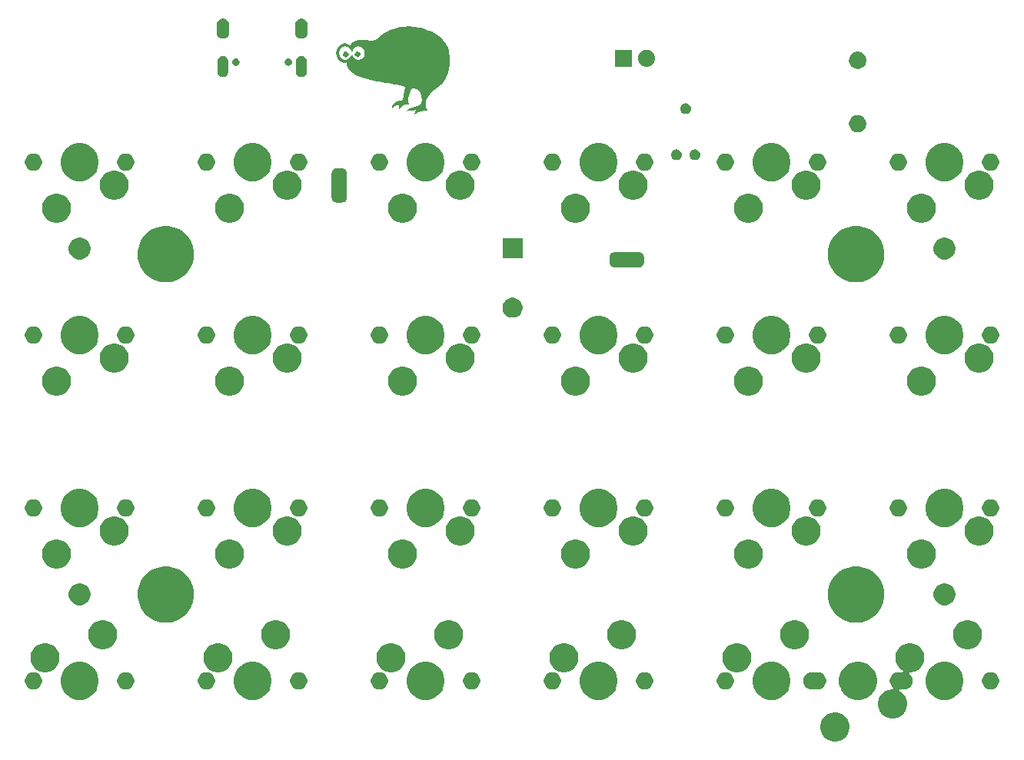
<source format=gbr>
G04 #@! TF.GenerationSoftware,KiCad,Pcbnew,(5.1.2)-2*
G04 #@! TF.CreationDate,2019-10-07T16:48:37+02:00*
G04 #@! TF.ProjectId,vitamins_included,76697461-6d69-46e7-935f-696e636c7564,rev?*
G04 #@! TF.SameCoordinates,Original*
G04 #@! TF.FileFunction,Soldermask,Top*
G04 #@! TF.FilePolarity,Negative*
%FSLAX46Y46*%
G04 Gerber Fmt 4.6, Leading zero omitted, Abs format (unit mm)*
G04 Created by KiCad (PCBNEW (5.1.2)-2) date 2019-10-07 16:48:37*
%MOMM*%
%LPD*%
G04 APERTURE LIST*
%ADD10C,0.400000*%
%ADD11C,0.100000*%
G04 APERTURE END LIST*
D10*
X38950333Y-4980000D02*
G75*
G03X38950333Y-4980000I-150333J0D01*
G01*
D11*
G36*
X40205511Y-5767910D02*
G01*
X39708985Y-5372260D01*
X39930932Y-5543442D01*
X40199258Y-5607446D01*
X40205511Y-5607446D01*
X40471705Y-5548536D01*
X40690359Y-5387776D01*
X40839286Y-5149121D01*
X40896302Y-4856528D01*
X40845308Y-4561415D01*
X40700277Y-4319084D01*
X40483248Y-4154337D01*
X40216261Y-4091975D01*
X40210205Y-4091975D01*
X39942878Y-4152163D01*
X39719454Y-4318508D01*
X39568856Y-4569681D01*
X39488347Y-4623660D01*
X39407245Y-4568024D01*
X39260900Y-4312409D01*
X39038995Y-4141499D01*
X38770582Y-4077606D01*
X38764328Y-4077606D01*
X38498134Y-4136516D01*
X38279481Y-4297276D01*
X38130553Y-4535930D01*
X38073537Y-4828524D01*
X38124531Y-5123611D01*
X38269562Y-5365898D01*
X38486591Y-5530636D01*
X38753578Y-5593077D01*
X38759441Y-5593077D01*
X39026818Y-5532779D01*
X39250337Y-5366161D01*
X39400988Y-5114633D01*
X39481500Y-5060650D01*
X39482283Y-5060650D01*
X39562598Y-5116290D01*
X39708985Y-5372260D01*
X40205511Y-5767910D01*
X40197302Y-5767724D01*
X39914285Y-5712736D01*
X39668049Y-5564118D01*
X39479351Y-5337549D01*
X39287621Y-5558719D01*
X39040741Y-5702349D01*
X38759251Y-5753537D01*
X38751824Y-5753355D01*
X38481238Y-5703725D01*
X38247046Y-5570847D01*
X38063317Y-5370116D01*
X37944123Y-5116929D01*
X37903532Y-4826680D01*
X37950132Y-4538815D01*
X38073686Y-4289090D01*
X38260019Y-4092344D01*
X38494959Y-3963415D01*
X38764332Y-3917142D01*
X38772541Y-3917324D01*
X39055559Y-3972251D01*
X39301796Y-4120686D01*
X39490492Y-4346948D01*
X39682208Y-4126084D01*
X39928987Y-3982638D01*
X40210205Y-3931510D01*
X40218216Y-3931693D01*
X40488708Y-3981235D01*
X40722842Y-4114068D01*
X40906541Y-4314798D01*
X41025725Y-4568030D01*
X41066315Y-4858368D01*
X41019694Y-5146216D01*
X40896103Y-5395905D01*
X40709741Y-5592626D01*
X40474810Y-5721564D01*
X40205511Y-5767910D01*
X40205511Y-5767910D01*
G37*
G36*
X40279789Y-5916520D02*
G01*
X39849792Y-5570753D01*
X40049350Y-5687358D01*
X40272950Y-5730373D01*
X40279789Y-5730373D01*
X40516072Y-5686043D01*
X40722185Y-5562539D01*
X40885705Y-5374090D01*
X40994209Y-5134923D01*
X41035276Y-4859267D01*
X40999659Y-4581412D01*
X40895137Y-4339061D01*
X40734050Y-4146946D01*
X40528739Y-4019797D01*
X40291546Y-3972344D01*
X40284922Y-3972344D01*
X40062384Y-4012199D01*
X39862405Y-4124803D01*
X39698332Y-4299720D01*
X39583507Y-4526510D01*
X39495458Y-4589128D01*
X39406761Y-4524587D01*
X39295710Y-4293990D01*
X39133710Y-4115026D01*
X38934162Y-3998615D01*
X38710470Y-3955676D01*
X38703631Y-3955676D01*
X38467348Y-4000005D01*
X38261236Y-4123509D01*
X38097716Y-4311958D01*
X37989211Y-4551125D01*
X37948144Y-4826781D01*
X37983761Y-5104616D01*
X38088283Y-5346925D01*
X38249371Y-5539009D01*
X38454682Y-5666169D01*
X38691875Y-5713704D01*
X38698286Y-5713704D01*
X38920858Y-5673776D01*
X39120910Y-5560978D01*
X39285057Y-5385787D01*
X39399917Y-5158683D01*
X39487971Y-5096061D01*
X39488826Y-5096061D01*
X39576663Y-5160606D01*
X39687742Y-5391516D01*
X39849792Y-5570753D01*
X40279789Y-5916520D01*
X40270811Y-5916304D01*
X40035785Y-5879356D01*
X39820193Y-5778753D01*
X39633612Y-5622169D01*
X39485620Y-5417278D01*
X39334887Y-5617463D01*
X39147068Y-5769481D01*
X38931640Y-5866040D01*
X38698079Y-5899847D01*
X38689956Y-5899635D01*
X38441001Y-5858847D01*
X38217905Y-5748926D01*
X38029574Y-5580210D01*
X37884912Y-5363034D01*
X37792825Y-5107733D01*
X37762217Y-4824642D01*
X37798424Y-4543752D01*
X37894870Y-4291595D01*
X38042585Y-4078132D01*
X38232598Y-3913326D01*
X38455938Y-3807138D01*
X38703635Y-3769528D01*
X38712614Y-3769740D01*
X38947641Y-3806648D01*
X39163234Y-3907132D01*
X39349814Y-4063516D01*
X39497804Y-4268126D01*
X39648531Y-4068222D01*
X39836303Y-3916404D01*
X40051606Y-3819964D01*
X40284922Y-3786197D01*
X40293684Y-3786408D01*
X40542550Y-3827109D01*
X40765586Y-3936976D01*
X40953880Y-4105673D01*
X41098523Y-4322867D01*
X41190604Y-4578222D01*
X41221212Y-4861402D01*
X41184988Y-5142278D01*
X41088508Y-5394402D01*
X40940761Y-5607833D01*
X40750733Y-5772625D01*
X40527413Y-5878835D01*
X40279789Y-5916520D01*
X40279789Y-5916520D01*
G37*
G36*
X45379619Y-8520470D02*
G01*
X45141632Y-10014492D01*
X44899212Y-10048731D01*
X44648534Y-10105245D01*
X44407826Y-10191341D01*
X44195316Y-10314325D01*
X44029229Y-10481503D01*
X43927793Y-10700183D01*
X43909234Y-10977669D01*
X44121087Y-10747948D01*
X44387690Y-10620945D01*
X44692103Y-10543350D01*
X44679366Y-10812552D01*
X44687290Y-11081557D01*
X44880784Y-10807771D01*
X45114576Y-10620902D01*
X45379617Y-10530129D01*
X45633190Y-10521584D01*
X45796267Y-10469639D01*
X45758737Y-10368508D01*
X45683711Y-10265699D01*
X45691362Y-10104471D01*
X45718478Y-9866118D01*
X45771302Y-9581490D01*
X45856078Y-9281436D01*
X45979049Y-8996808D01*
X46146460Y-8758454D01*
X46212629Y-8755639D01*
X46380529Y-8766779D01*
X46604253Y-8821257D01*
X46837893Y-8948452D01*
X47035541Y-9177746D01*
X47151290Y-9538520D01*
X47178972Y-10060354D01*
X47114930Y-10361555D01*
X47006266Y-10509057D01*
X46900082Y-10569793D01*
X46663664Y-10655098D01*
X46389888Y-10728115D01*
X46105784Y-10807254D01*
X45838384Y-10910926D01*
X45614717Y-11057544D01*
X45461814Y-11265517D01*
X45719128Y-11210700D01*
X45978733Y-11174029D01*
X46240285Y-11151302D01*
X46503439Y-11138316D01*
X46440708Y-11375518D01*
X46398195Y-11616695D01*
X46575569Y-11516745D01*
X46816059Y-11384117D01*
X47098692Y-11261404D01*
X47402496Y-11191202D01*
X47679914Y-11189512D01*
X47855909Y-11133999D01*
X47760635Y-11003928D01*
X47614041Y-10715230D01*
X47606450Y-10456922D01*
X47641462Y-10195676D01*
X47726422Y-9928554D01*
X47868675Y-9652618D01*
X48075566Y-9364929D01*
X48354441Y-9062549D01*
X48534013Y-8901601D01*
X48723666Y-8752434D01*
X48919045Y-8607141D01*
X49115797Y-8457815D01*
X49309569Y-8296549D01*
X49496005Y-8115435D01*
X49670753Y-7906567D01*
X49829458Y-7662037D01*
X49967766Y-7373938D01*
X50081324Y-7034363D01*
X50165778Y-6635405D01*
X50222616Y-6213503D01*
X50254401Y-5822812D01*
X50261689Y-5461187D01*
X50245038Y-5126483D01*
X50205006Y-4816556D01*
X50142149Y-4529259D01*
X50057026Y-4262450D01*
X49950193Y-4013982D01*
X49822209Y-3781711D01*
X49673630Y-3563492D01*
X49505014Y-3357180D01*
X49316919Y-3160631D01*
X49102274Y-2974674D01*
X48857664Y-2802290D01*
X48588414Y-2643863D01*
X48299847Y-2499779D01*
X47997290Y-2370424D01*
X47686066Y-2256184D01*
X47371501Y-2157445D01*
X47058919Y-2074591D01*
X46753645Y-2008008D01*
X46461004Y-1958083D01*
X46186320Y-1925201D01*
X45934918Y-1909748D01*
X45628449Y-1906157D01*
X45340043Y-1914318D01*
X45064261Y-1936191D01*
X44795660Y-1973734D01*
X44528801Y-2028905D01*
X44258243Y-2103663D01*
X43978543Y-2199967D01*
X43684262Y-2319776D01*
X43369958Y-2465049D01*
X43040971Y-2646999D01*
X42775819Y-2829878D01*
X42556529Y-3004701D01*
X42365128Y-3162480D01*
X42183643Y-3294230D01*
X41994101Y-3390963D01*
X41778530Y-3443694D01*
X41518955Y-3443435D01*
X41139630Y-3396666D01*
X40795607Y-3374731D01*
X40485386Y-3378777D01*
X40207466Y-3409952D01*
X39960346Y-3469404D01*
X39742525Y-3558280D01*
X39552504Y-3677729D01*
X39388780Y-3828898D01*
X39249855Y-4012936D01*
X39490000Y-4420000D01*
X39860000Y-4110000D01*
X40550000Y-4000000D01*
X41100000Y-4750000D01*
X40730000Y-5620000D01*
X39930000Y-5660000D01*
X39460000Y-5240000D01*
X38861660Y-5710171D01*
X38879778Y-5937343D01*
X38927524Y-6148608D01*
X39003404Y-6344738D01*
X39105924Y-6526505D01*
X39233590Y-6694682D01*
X39384907Y-6850043D01*
X39558380Y-6993359D01*
X39752517Y-7125404D01*
X39965822Y-7246950D01*
X40196800Y-7358770D01*
X40443959Y-7461637D01*
X40705803Y-7556324D01*
X40980839Y-7643603D01*
X41267571Y-7724248D01*
X41564507Y-7799030D01*
X41870150Y-7868723D01*
X42183008Y-7934100D01*
X42501585Y-7995933D01*
X42824388Y-8054995D01*
X43149923Y-8112059D01*
X43476694Y-8167897D01*
X43803208Y-8223283D01*
X44127971Y-8278989D01*
X44449487Y-8335788D01*
X44766263Y-8394453D01*
X45076805Y-8455756D01*
X45379619Y-8520470D01*
X45379619Y-8520470D01*
G37*
D10*
X40250333Y-4970000D02*
G75*
G03X40250333Y-4970000I-150333J0D01*
G01*
D11*
G36*
X93151703Y-77541486D02*
G01*
X93442883Y-77662097D01*
X93704940Y-77837198D01*
X93927802Y-78060060D01*
X94102903Y-78322117D01*
X94223514Y-78613297D01*
X94285000Y-78922412D01*
X94285000Y-79237588D01*
X94223514Y-79546703D01*
X94102903Y-79837883D01*
X93927802Y-80099940D01*
X93704940Y-80322802D01*
X93442883Y-80497903D01*
X93151703Y-80618514D01*
X92842588Y-80680000D01*
X92527412Y-80680000D01*
X92218297Y-80618514D01*
X91927117Y-80497903D01*
X91665060Y-80322802D01*
X91442198Y-80099940D01*
X91267097Y-79837883D01*
X91146486Y-79546703D01*
X91085000Y-79237588D01*
X91085000Y-78922412D01*
X91146486Y-78613297D01*
X91267097Y-78322117D01*
X91442198Y-78060060D01*
X91665060Y-77837198D01*
X91927117Y-77662097D01*
X92218297Y-77541486D01*
X92527412Y-77480000D01*
X92842588Y-77480000D01*
X93151703Y-77541486D01*
X93151703Y-77541486D01*
G37*
G36*
X101406703Y-69921486D02*
G01*
X101697883Y-70042097D01*
X101959940Y-70217198D01*
X102182802Y-70440060D01*
X102357903Y-70702117D01*
X102478514Y-70993297D01*
X102540000Y-71302412D01*
X102540000Y-71617588D01*
X102478514Y-71926703D01*
X102357903Y-72217883D01*
X102182802Y-72479940D01*
X101959940Y-72702802D01*
X101697883Y-72877903D01*
X101406703Y-72998514D01*
X101097588Y-73060000D01*
X101010277Y-73060000D01*
X100985891Y-73062402D01*
X100962442Y-73069515D01*
X100940831Y-73081066D01*
X100921889Y-73096611D01*
X100906344Y-73115553D01*
X100894793Y-73137164D01*
X100887680Y-73160613D01*
X100885278Y-73184999D01*
X100887680Y-73209385D01*
X100894793Y-73232834D01*
X100906344Y-73254445D01*
X100921884Y-73273381D01*
X101042913Y-73394410D01*
X101146879Y-73550006D01*
X101218492Y-73722895D01*
X101255000Y-73906433D01*
X101255000Y-74093567D01*
X101218492Y-74277105D01*
X101146879Y-74449994D01*
X101042913Y-74605590D01*
X100910590Y-74737913D01*
X100754994Y-74841879D01*
X100582105Y-74913492D01*
X100554746Y-74918934D01*
X100398568Y-74950000D01*
X100211432Y-74950000D01*
X100145217Y-74936829D01*
X100027895Y-74913492D01*
X100027893Y-74913491D01*
X100020009Y-74911923D01*
X100011899Y-74909462D01*
X99987513Y-74907058D01*
X99963127Y-74909457D01*
X99955009Y-74911920D01*
X99930909Y-74916714D01*
X99883654Y-74926113D01*
X99860209Y-74933225D01*
X99838599Y-74944776D01*
X99819657Y-74960321D01*
X99804111Y-74979263D01*
X99792560Y-75000874D01*
X99785447Y-75024322D01*
X99783045Y-75048709D01*
X99785447Y-75073095D01*
X99792560Y-75096544D01*
X99804111Y-75118154D01*
X99819656Y-75137096D01*
X99838598Y-75152642D01*
X100054939Y-75297197D01*
X100277802Y-75520060D01*
X100452903Y-75782117D01*
X100573514Y-76073297D01*
X100635000Y-76382412D01*
X100635000Y-76697588D01*
X100573514Y-77006703D01*
X100452903Y-77297883D01*
X100277802Y-77559940D01*
X100054940Y-77782802D01*
X99792883Y-77957903D01*
X99501703Y-78078514D01*
X99192588Y-78140000D01*
X98877412Y-78140000D01*
X98568297Y-78078514D01*
X98277117Y-77957903D01*
X98015060Y-77782802D01*
X97792198Y-77559940D01*
X97617097Y-77297883D01*
X97496486Y-77006703D01*
X97435000Y-76697588D01*
X97435000Y-76382412D01*
X97496486Y-76073297D01*
X97617097Y-75782117D01*
X97792198Y-75520060D01*
X98015060Y-75297198D01*
X98277117Y-75122097D01*
X98568297Y-75001486D01*
X98877412Y-74940000D01*
X98964723Y-74940000D01*
X98989109Y-74937598D01*
X99012558Y-74930485D01*
X99034169Y-74918934D01*
X99053111Y-74903389D01*
X99068656Y-74884447D01*
X99080207Y-74862836D01*
X99087320Y-74839387D01*
X99089722Y-74815001D01*
X99087320Y-74790615D01*
X99080207Y-74767166D01*
X99068656Y-74745555D01*
X99053116Y-74726619D01*
X98932087Y-74605590D01*
X98828121Y-74449994D01*
X98756508Y-74277105D01*
X98720000Y-74093567D01*
X98720000Y-73906433D01*
X98756508Y-73722895D01*
X98828121Y-73550006D01*
X98932087Y-73394410D01*
X99064410Y-73262087D01*
X99220006Y-73158121D01*
X99392895Y-73086508D01*
X99514084Y-73062402D01*
X99576432Y-73050000D01*
X99763568Y-73050000D01*
X99825916Y-73062402D01*
X99947105Y-73086508D01*
X99947107Y-73086509D01*
X99954991Y-73088077D01*
X99963101Y-73090538D01*
X99987487Y-73092942D01*
X100011873Y-73090543D01*
X100019991Y-73088080D01*
X100055254Y-73081066D01*
X100091346Y-73073887D01*
X100114791Y-73066775D01*
X100136401Y-73055224D01*
X100155343Y-73039679D01*
X100170889Y-73020737D01*
X100182440Y-72999126D01*
X100189553Y-72975678D01*
X100191955Y-72951291D01*
X100189553Y-72926905D01*
X100182440Y-72903456D01*
X100170889Y-72881846D01*
X100155344Y-72862904D01*
X100136402Y-72847358D01*
X99920061Y-72702803D01*
X99697198Y-72479940D01*
X99522097Y-72217883D01*
X99401486Y-71926703D01*
X99340000Y-71617588D01*
X99340000Y-71302412D01*
X99401486Y-70993297D01*
X99522097Y-70702117D01*
X99697198Y-70440060D01*
X99920060Y-70217198D01*
X100182117Y-70042097D01*
X100473297Y-69921486D01*
X100782412Y-69860000D01*
X101097588Y-69860000D01*
X101406703Y-69921486D01*
X101406703Y-69921486D01*
G37*
G36*
X86312546Y-71980701D02*
G01*
X86694721Y-72139003D01*
X86694723Y-72139004D01*
X87038672Y-72368823D01*
X87331177Y-72661328D01*
X87556476Y-72998513D01*
X87560997Y-73005279D01*
X87719299Y-73387454D01*
X87800000Y-73793167D01*
X87800000Y-74206833D01*
X87719299Y-74612546D01*
X87606674Y-74884447D01*
X87560996Y-74994723D01*
X87331177Y-75338672D01*
X87038672Y-75631177D01*
X86694723Y-75860996D01*
X86694722Y-75860997D01*
X86694721Y-75860997D01*
X86312546Y-76019299D01*
X85906833Y-76100000D01*
X85493167Y-76100000D01*
X85087454Y-76019299D01*
X84705279Y-75860997D01*
X84705278Y-75860997D01*
X84705277Y-75860996D01*
X84361328Y-75631177D01*
X84068823Y-75338672D01*
X83839004Y-74994723D01*
X83793326Y-74884447D01*
X83680701Y-74612546D01*
X83600000Y-74206833D01*
X83600000Y-73793167D01*
X83680701Y-73387454D01*
X83839003Y-73005279D01*
X83843524Y-72998513D01*
X84068823Y-72661328D01*
X84361328Y-72368823D01*
X84705277Y-72139004D01*
X84705279Y-72139003D01*
X85087454Y-71980701D01*
X85493167Y-71900000D01*
X85906833Y-71900000D01*
X86312546Y-71980701D01*
X86312546Y-71980701D01*
G37*
G36*
X48212546Y-71980701D02*
G01*
X48594721Y-72139003D01*
X48594723Y-72139004D01*
X48938672Y-72368823D01*
X49231177Y-72661328D01*
X49456476Y-72998513D01*
X49460997Y-73005279D01*
X49619299Y-73387454D01*
X49700000Y-73793167D01*
X49700000Y-74206833D01*
X49619299Y-74612546D01*
X49506674Y-74884447D01*
X49460996Y-74994723D01*
X49231177Y-75338672D01*
X48938672Y-75631177D01*
X48594723Y-75860996D01*
X48594722Y-75860997D01*
X48594721Y-75860997D01*
X48212546Y-76019299D01*
X47806833Y-76100000D01*
X47393167Y-76100000D01*
X46987454Y-76019299D01*
X46605279Y-75860997D01*
X46605278Y-75860997D01*
X46605277Y-75860996D01*
X46261328Y-75631177D01*
X45968823Y-75338672D01*
X45739004Y-74994723D01*
X45693326Y-74884447D01*
X45580701Y-74612546D01*
X45500000Y-74206833D01*
X45500000Y-73793167D01*
X45580701Y-73387454D01*
X45739003Y-73005279D01*
X45743524Y-72998513D01*
X45968823Y-72661328D01*
X46261328Y-72368823D01*
X46605277Y-72139004D01*
X46605279Y-72139003D01*
X46987454Y-71980701D01*
X47393167Y-71900000D01*
X47806833Y-71900000D01*
X48212546Y-71980701D01*
X48212546Y-71980701D01*
G37*
G36*
X29162546Y-71980701D02*
G01*
X29544721Y-72139003D01*
X29544723Y-72139004D01*
X29888672Y-72368823D01*
X30181177Y-72661328D01*
X30406476Y-72998513D01*
X30410997Y-73005279D01*
X30569299Y-73387454D01*
X30650000Y-73793167D01*
X30650000Y-74206833D01*
X30569299Y-74612546D01*
X30456674Y-74884447D01*
X30410996Y-74994723D01*
X30181177Y-75338672D01*
X29888672Y-75631177D01*
X29544723Y-75860996D01*
X29544722Y-75860997D01*
X29544721Y-75860997D01*
X29162546Y-76019299D01*
X28756833Y-76100000D01*
X28343167Y-76100000D01*
X27937454Y-76019299D01*
X27555279Y-75860997D01*
X27555278Y-75860997D01*
X27555277Y-75860996D01*
X27211328Y-75631177D01*
X26918823Y-75338672D01*
X26689004Y-74994723D01*
X26643326Y-74884447D01*
X26530701Y-74612546D01*
X26450000Y-74206833D01*
X26450000Y-73793167D01*
X26530701Y-73387454D01*
X26689003Y-73005279D01*
X26693524Y-72998513D01*
X26918823Y-72661328D01*
X27211328Y-72368823D01*
X27555277Y-72139004D01*
X27555279Y-72139003D01*
X27937454Y-71980701D01*
X28343167Y-71900000D01*
X28756833Y-71900000D01*
X29162546Y-71980701D01*
X29162546Y-71980701D01*
G37*
G36*
X105362546Y-71980701D02*
G01*
X105744721Y-72139003D01*
X105744723Y-72139004D01*
X106088672Y-72368823D01*
X106381177Y-72661328D01*
X106606476Y-72998513D01*
X106610997Y-73005279D01*
X106769299Y-73387454D01*
X106850000Y-73793167D01*
X106850000Y-74206833D01*
X106769299Y-74612546D01*
X106656674Y-74884447D01*
X106610996Y-74994723D01*
X106381177Y-75338672D01*
X106088672Y-75631177D01*
X105744723Y-75860996D01*
X105744722Y-75860997D01*
X105744721Y-75860997D01*
X105362546Y-76019299D01*
X104956833Y-76100000D01*
X104543167Y-76100000D01*
X104137454Y-76019299D01*
X103755279Y-75860997D01*
X103755278Y-75860997D01*
X103755277Y-75860996D01*
X103411328Y-75631177D01*
X103118823Y-75338672D01*
X102889004Y-74994723D01*
X102843326Y-74884447D01*
X102730701Y-74612546D01*
X102650000Y-74206833D01*
X102650000Y-73793167D01*
X102730701Y-73387454D01*
X102889003Y-73005279D01*
X102893524Y-72998513D01*
X103118823Y-72661328D01*
X103411328Y-72368823D01*
X103755277Y-72139004D01*
X103755279Y-72139003D01*
X104137454Y-71980701D01*
X104543167Y-71900000D01*
X104956833Y-71900000D01*
X105362546Y-71980701D01*
X105362546Y-71980701D01*
G37*
G36*
X67262546Y-71980701D02*
G01*
X67644721Y-72139003D01*
X67644723Y-72139004D01*
X67988672Y-72368823D01*
X68281177Y-72661328D01*
X68506476Y-72998513D01*
X68510997Y-73005279D01*
X68669299Y-73387454D01*
X68750000Y-73793167D01*
X68750000Y-74206833D01*
X68669299Y-74612546D01*
X68556674Y-74884447D01*
X68510996Y-74994723D01*
X68281177Y-75338672D01*
X67988672Y-75631177D01*
X67644723Y-75860996D01*
X67644722Y-75860997D01*
X67644721Y-75860997D01*
X67262546Y-76019299D01*
X66856833Y-76100000D01*
X66443167Y-76100000D01*
X66037454Y-76019299D01*
X65655279Y-75860997D01*
X65655278Y-75860997D01*
X65655277Y-75860996D01*
X65311328Y-75631177D01*
X65018823Y-75338672D01*
X64789004Y-74994723D01*
X64743326Y-74884447D01*
X64630701Y-74612546D01*
X64550000Y-74206833D01*
X64550000Y-73793167D01*
X64630701Y-73387454D01*
X64789003Y-73005279D01*
X64793524Y-72998513D01*
X65018823Y-72661328D01*
X65311328Y-72368823D01*
X65655277Y-72139004D01*
X65655279Y-72139003D01*
X66037454Y-71980701D01*
X66443167Y-71900000D01*
X66856833Y-71900000D01*
X67262546Y-71980701D01*
X67262546Y-71980701D01*
G37*
G36*
X10112546Y-71980701D02*
G01*
X10494721Y-72139003D01*
X10494723Y-72139004D01*
X10838672Y-72368823D01*
X11131177Y-72661328D01*
X11356476Y-72998513D01*
X11360997Y-73005279D01*
X11519299Y-73387454D01*
X11600000Y-73793167D01*
X11600000Y-74206833D01*
X11519299Y-74612546D01*
X11406674Y-74884447D01*
X11360996Y-74994723D01*
X11131177Y-75338672D01*
X10838672Y-75631177D01*
X10494723Y-75860996D01*
X10494722Y-75860997D01*
X10494721Y-75860997D01*
X10112546Y-76019299D01*
X9706833Y-76100000D01*
X9293167Y-76100000D01*
X8887454Y-76019299D01*
X8505279Y-75860997D01*
X8505278Y-75860997D01*
X8505277Y-75860996D01*
X8161328Y-75631177D01*
X7868823Y-75338672D01*
X7639004Y-74994723D01*
X7593326Y-74884447D01*
X7480701Y-74612546D01*
X7400000Y-74206833D01*
X7400000Y-73793167D01*
X7480701Y-73387454D01*
X7639003Y-73005279D01*
X7643524Y-72998513D01*
X7868823Y-72661328D01*
X8161328Y-72368823D01*
X8505277Y-72139004D01*
X8505279Y-72139003D01*
X8887454Y-71980701D01*
X9293167Y-71900000D01*
X9706833Y-71900000D01*
X10112546Y-71980701D01*
X10112546Y-71980701D01*
G37*
G36*
X95837546Y-71980701D02*
G01*
X96219721Y-72139003D01*
X96219723Y-72139004D01*
X96563672Y-72368823D01*
X96856177Y-72661328D01*
X97081476Y-72998513D01*
X97085997Y-73005279D01*
X97244299Y-73387454D01*
X97325000Y-73793167D01*
X97325000Y-74206833D01*
X97244299Y-74612546D01*
X97131674Y-74884447D01*
X97085996Y-74994723D01*
X96856177Y-75338672D01*
X96563672Y-75631177D01*
X96219723Y-75860996D01*
X96219722Y-75860997D01*
X96219721Y-75860997D01*
X95837546Y-76019299D01*
X95431833Y-76100000D01*
X95018167Y-76100000D01*
X94612454Y-76019299D01*
X94230279Y-75860997D01*
X94230278Y-75860997D01*
X94230277Y-75860996D01*
X93886328Y-75631177D01*
X93593823Y-75338672D01*
X93364004Y-74994723D01*
X93318326Y-74884447D01*
X93205701Y-74612546D01*
X93125000Y-74206833D01*
X93125000Y-73793167D01*
X93205701Y-73387454D01*
X93364003Y-73005279D01*
X93368524Y-72998513D01*
X93593823Y-72661328D01*
X93886328Y-72368823D01*
X94230277Y-72139004D01*
X94230279Y-72139003D01*
X94612454Y-71980701D01*
X95018167Y-71900000D01*
X95431833Y-71900000D01*
X95837546Y-71980701D01*
X95837546Y-71980701D01*
G37*
G36*
X4575916Y-73062402D02*
G01*
X4697105Y-73086508D01*
X4869994Y-73158121D01*
X5025590Y-73262087D01*
X5157913Y-73394410D01*
X5261879Y-73550006D01*
X5333492Y-73722895D01*
X5370000Y-73906433D01*
X5370000Y-74093567D01*
X5333492Y-74277105D01*
X5261879Y-74449994D01*
X5157913Y-74605590D01*
X5025590Y-74737913D01*
X4869994Y-74841879D01*
X4697105Y-74913492D01*
X4669746Y-74918934D01*
X4513568Y-74950000D01*
X4326432Y-74950000D01*
X4170254Y-74918934D01*
X4142895Y-74913492D01*
X3970006Y-74841879D01*
X3814410Y-74737913D01*
X3682087Y-74605590D01*
X3578121Y-74449994D01*
X3506508Y-74277105D01*
X3470000Y-74093567D01*
X3470000Y-73906433D01*
X3506508Y-73722895D01*
X3578121Y-73550006D01*
X3682087Y-73394410D01*
X3814410Y-73262087D01*
X3970006Y-73158121D01*
X4142895Y-73086508D01*
X4264084Y-73062402D01*
X4326432Y-73050000D01*
X4513568Y-73050000D01*
X4575916Y-73062402D01*
X4575916Y-73062402D01*
G37*
G36*
X14735916Y-73062402D02*
G01*
X14857105Y-73086508D01*
X15029994Y-73158121D01*
X15185590Y-73262087D01*
X15317913Y-73394410D01*
X15421879Y-73550006D01*
X15493492Y-73722895D01*
X15530000Y-73906433D01*
X15530000Y-74093567D01*
X15493492Y-74277105D01*
X15421879Y-74449994D01*
X15317913Y-74605590D01*
X15185590Y-74737913D01*
X15029994Y-74841879D01*
X14857105Y-74913492D01*
X14829746Y-74918934D01*
X14673568Y-74950000D01*
X14486432Y-74950000D01*
X14330254Y-74918934D01*
X14302895Y-74913492D01*
X14130006Y-74841879D01*
X13974410Y-74737913D01*
X13842087Y-74605590D01*
X13738121Y-74449994D01*
X13666508Y-74277105D01*
X13630000Y-74093567D01*
X13630000Y-73906433D01*
X13666508Y-73722895D01*
X13738121Y-73550006D01*
X13842087Y-73394410D01*
X13974410Y-73262087D01*
X14130006Y-73158121D01*
X14302895Y-73086508D01*
X14424084Y-73062402D01*
X14486432Y-73050000D01*
X14673568Y-73050000D01*
X14735916Y-73062402D01*
X14735916Y-73062402D01*
G37*
G36*
X109985916Y-73062402D02*
G01*
X110107105Y-73086508D01*
X110279994Y-73158121D01*
X110435590Y-73262087D01*
X110567913Y-73394410D01*
X110671879Y-73550006D01*
X110743492Y-73722895D01*
X110780000Y-73906433D01*
X110780000Y-74093567D01*
X110743492Y-74277105D01*
X110671879Y-74449994D01*
X110567913Y-74605590D01*
X110435590Y-74737913D01*
X110279994Y-74841879D01*
X110107105Y-74913492D01*
X110079746Y-74918934D01*
X109923568Y-74950000D01*
X109736432Y-74950000D01*
X109580254Y-74918934D01*
X109552895Y-74913492D01*
X109380006Y-74841879D01*
X109224410Y-74737913D01*
X109092087Y-74605590D01*
X108988121Y-74449994D01*
X108916508Y-74277105D01*
X108880000Y-74093567D01*
X108880000Y-73906433D01*
X108916508Y-73722895D01*
X108988121Y-73550006D01*
X109092087Y-73394410D01*
X109224410Y-73262087D01*
X109380006Y-73158121D01*
X109552895Y-73086508D01*
X109674084Y-73062402D01*
X109736432Y-73050000D01*
X109923568Y-73050000D01*
X109985916Y-73062402D01*
X109985916Y-73062402D01*
G37*
G36*
X42675916Y-73062402D02*
G01*
X42797105Y-73086508D01*
X42969994Y-73158121D01*
X43125590Y-73262087D01*
X43257913Y-73394410D01*
X43361879Y-73550006D01*
X43433492Y-73722895D01*
X43470000Y-73906433D01*
X43470000Y-74093567D01*
X43433492Y-74277105D01*
X43361879Y-74449994D01*
X43257913Y-74605590D01*
X43125590Y-74737913D01*
X42969994Y-74841879D01*
X42797105Y-74913492D01*
X42769746Y-74918934D01*
X42613568Y-74950000D01*
X42426432Y-74950000D01*
X42270254Y-74918934D01*
X42242895Y-74913492D01*
X42070006Y-74841879D01*
X41914410Y-74737913D01*
X41782087Y-74605590D01*
X41678121Y-74449994D01*
X41606508Y-74277105D01*
X41570000Y-74093567D01*
X41570000Y-73906433D01*
X41606508Y-73722895D01*
X41678121Y-73550006D01*
X41782087Y-73394410D01*
X41914410Y-73262087D01*
X42070006Y-73158121D01*
X42242895Y-73086508D01*
X42364084Y-73062402D01*
X42426432Y-73050000D01*
X42613568Y-73050000D01*
X42675916Y-73062402D01*
X42675916Y-73062402D01*
G37*
G36*
X52835916Y-73062402D02*
G01*
X52957105Y-73086508D01*
X53129994Y-73158121D01*
X53285590Y-73262087D01*
X53417913Y-73394410D01*
X53521879Y-73550006D01*
X53593492Y-73722895D01*
X53630000Y-73906433D01*
X53630000Y-74093567D01*
X53593492Y-74277105D01*
X53521879Y-74449994D01*
X53417913Y-74605590D01*
X53285590Y-74737913D01*
X53129994Y-74841879D01*
X52957105Y-74913492D01*
X52929746Y-74918934D01*
X52773568Y-74950000D01*
X52586432Y-74950000D01*
X52430254Y-74918934D01*
X52402895Y-74913492D01*
X52230006Y-74841879D01*
X52074410Y-74737913D01*
X51942087Y-74605590D01*
X51838121Y-74449994D01*
X51766508Y-74277105D01*
X51730000Y-74093567D01*
X51730000Y-73906433D01*
X51766508Y-73722895D01*
X51838121Y-73550006D01*
X51942087Y-73394410D01*
X52074410Y-73262087D01*
X52230006Y-73158121D01*
X52402895Y-73086508D01*
X52524084Y-73062402D01*
X52586432Y-73050000D01*
X52773568Y-73050000D01*
X52835916Y-73062402D01*
X52835916Y-73062402D01*
G37*
G36*
X71885916Y-73062402D02*
G01*
X72007105Y-73086508D01*
X72179994Y-73158121D01*
X72335590Y-73262087D01*
X72467913Y-73394410D01*
X72571879Y-73550006D01*
X72643492Y-73722895D01*
X72680000Y-73906433D01*
X72680000Y-74093567D01*
X72643492Y-74277105D01*
X72571879Y-74449994D01*
X72467913Y-74605590D01*
X72335590Y-74737913D01*
X72179994Y-74841879D01*
X72007105Y-74913492D01*
X71979746Y-74918934D01*
X71823568Y-74950000D01*
X71636432Y-74950000D01*
X71480254Y-74918934D01*
X71452895Y-74913492D01*
X71280006Y-74841879D01*
X71124410Y-74737913D01*
X70992087Y-74605590D01*
X70888121Y-74449994D01*
X70816508Y-74277105D01*
X70780000Y-74093567D01*
X70780000Y-73906433D01*
X70816508Y-73722895D01*
X70888121Y-73550006D01*
X70992087Y-73394410D01*
X71124410Y-73262087D01*
X71280006Y-73158121D01*
X71452895Y-73086508D01*
X71574084Y-73062402D01*
X71636432Y-73050000D01*
X71823568Y-73050000D01*
X71885916Y-73062402D01*
X71885916Y-73062402D01*
G37*
G36*
X80775916Y-73062402D02*
G01*
X80897105Y-73086508D01*
X81069994Y-73158121D01*
X81225590Y-73262087D01*
X81357913Y-73394410D01*
X81461879Y-73550006D01*
X81533492Y-73722895D01*
X81570000Y-73906433D01*
X81570000Y-74093567D01*
X81533492Y-74277105D01*
X81461879Y-74449994D01*
X81357913Y-74605590D01*
X81225590Y-74737913D01*
X81069994Y-74841879D01*
X80897105Y-74913492D01*
X80869746Y-74918934D01*
X80713568Y-74950000D01*
X80526432Y-74950000D01*
X80370254Y-74918934D01*
X80342895Y-74913492D01*
X80170006Y-74841879D01*
X80014410Y-74737913D01*
X79882087Y-74605590D01*
X79778121Y-74449994D01*
X79706508Y-74277105D01*
X79670000Y-74093567D01*
X79670000Y-73906433D01*
X79706508Y-73722895D01*
X79778121Y-73550006D01*
X79882087Y-73394410D01*
X80014410Y-73262087D01*
X80170006Y-73158121D01*
X80342895Y-73086508D01*
X80464084Y-73062402D01*
X80526432Y-73050000D01*
X80713568Y-73050000D01*
X80775916Y-73062402D01*
X80775916Y-73062402D01*
G37*
G36*
X90300916Y-73062402D02*
G01*
X90422105Y-73086508D01*
X90422107Y-73086509D01*
X90429991Y-73088077D01*
X90438101Y-73090538D01*
X90462487Y-73092942D01*
X90486873Y-73090543D01*
X90494991Y-73088080D01*
X90686432Y-73050000D01*
X90873568Y-73050000D01*
X90935916Y-73062402D01*
X91057105Y-73086508D01*
X91229994Y-73158121D01*
X91385590Y-73262087D01*
X91517913Y-73394410D01*
X91621879Y-73550006D01*
X91693492Y-73722895D01*
X91730000Y-73906433D01*
X91730000Y-74093567D01*
X91693492Y-74277105D01*
X91621879Y-74449994D01*
X91517913Y-74605590D01*
X91385590Y-74737913D01*
X91229994Y-74841879D01*
X91057105Y-74913492D01*
X91029746Y-74918934D01*
X90873568Y-74950000D01*
X90686432Y-74950000D01*
X90620217Y-74936829D01*
X90502895Y-74913492D01*
X90502893Y-74913491D01*
X90495009Y-74911923D01*
X90486899Y-74909462D01*
X90462513Y-74907058D01*
X90438127Y-74909457D01*
X90430009Y-74911920D01*
X90238568Y-74950000D01*
X90051432Y-74950000D01*
X89895254Y-74918934D01*
X89867895Y-74913492D01*
X89695006Y-74841879D01*
X89539410Y-74737913D01*
X89407087Y-74605590D01*
X89303121Y-74449994D01*
X89231508Y-74277105D01*
X89195000Y-74093567D01*
X89195000Y-73906433D01*
X89231508Y-73722895D01*
X89303121Y-73550006D01*
X89407087Y-73394410D01*
X89539410Y-73262087D01*
X89695006Y-73158121D01*
X89867895Y-73086508D01*
X89989084Y-73062402D01*
X90051432Y-73050000D01*
X90238568Y-73050000D01*
X90300916Y-73062402D01*
X90300916Y-73062402D01*
G37*
G36*
X23625916Y-73062402D02*
G01*
X23747105Y-73086508D01*
X23919994Y-73158121D01*
X24075590Y-73262087D01*
X24207913Y-73394410D01*
X24311879Y-73550006D01*
X24383492Y-73722895D01*
X24420000Y-73906433D01*
X24420000Y-74093567D01*
X24383492Y-74277105D01*
X24311879Y-74449994D01*
X24207913Y-74605590D01*
X24075590Y-74737913D01*
X23919994Y-74841879D01*
X23747105Y-74913492D01*
X23719746Y-74918934D01*
X23563568Y-74950000D01*
X23376432Y-74950000D01*
X23220254Y-74918934D01*
X23192895Y-74913492D01*
X23020006Y-74841879D01*
X22864410Y-74737913D01*
X22732087Y-74605590D01*
X22628121Y-74449994D01*
X22556508Y-74277105D01*
X22520000Y-74093567D01*
X22520000Y-73906433D01*
X22556508Y-73722895D01*
X22628121Y-73550006D01*
X22732087Y-73394410D01*
X22864410Y-73262087D01*
X23020006Y-73158121D01*
X23192895Y-73086508D01*
X23314084Y-73062402D01*
X23376432Y-73050000D01*
X23563568Y-73050000D01*
X23625916Y-73062402D01*
X23625916Y-73062402D01*
G37*
G36*
X33785916Y-73062402D02*
G01*
X33907105Y-73086508D01*
X34079994Y-73158121D01*
X34235590Y-73262087D01*
X34367913Y-73394410D01*
X34471879Y-73550006D01*
X34543492Y-73722895D01*
X34580000Y-73906433D01*
X34580000Y-74093567D01*
X34543492Y-74277105D01*
X34471879Y-74449994D01*
X34367913Y-74605590D01*
X34235590Y-74737913D01*
X34079994Y-74841879D01*
X33907105Y-74913492D01*
X33879746Y-74918934D01*
X33723568Y-74950000D01*
X33536432Y-74950000D01*
X33380254Y-74918934D01*
X33352895Y-74913492D01*
X33180006Y-74841879D01*
X33024410Y-74737913D01*
X32892087Y-74605590D01*
X32788121Y-74449994D01*
X32716508Y-74277105D01*
X32680000Y-74093567D01*
X32680000Y-73906433D01*
X32716508Y-73722895D01*
X32788121Y-73550006D01*
X32892087Y-73394410D01*
X33024410Y-73262087D01*
X33180006Y-73158121D01*
X33352895Y-73086508D01*
X33474084Y-73062402D01*
X33536432Y-73050000D01*
X33723568Y-73050000D01*
X33785916Y-73062402D01*
X33785916Y-73062402D01*
G37*
G36*
X61725916Y-73062402D02*
G01*
X61847105Y-73086508D01*
X62019994Y-73158121D01*
X62175590Y-73262087D01*
X62307913Y-73394410D01*
X62411879Y-73550006D01*
X62483492Y-73722895D01*
X62520000Y-73906433D01*
X62520000Y-74093567D01*
X62483492Y-74277105D01*
X62411879Y-74449994D01*
X62307913Y-74605590D01*
X62175590Y-74737913D01*
X62019994Y-74841879D01*
X61847105Y-74913492D01*
X61819746Y-74918934D01*
X61663568Y-74950000D01*
X61476432Y-74950000D01*
X61320254Y-74918934D01*
X61292895Y-74913492D01*
X61120006Y-74841879D01*
X60964410Y-74737913D01*
X60832087Y-74605590D01*
X60728121Y-74449994D01*
X60656508Y-74277105D01*
X60620000Y-74093567D01*
X60620000Y-73906433D01*
X60656508Y-73722895D01*
X60728121Y-73550006D01*
X60832087Y-73394410D01*
X60964410Y-73262087D01*
X61120006Y-73158121D01*
X61292895Y-73086508D01*
X61414084Y-73062402D01*
X61476432Y-73050000D01*
X61663568Y-73050000D01*
X61725916Y-73062402D01*
X61725916Y-73062402D01*
G37*
G36*
X63306703Y-69921486D02*
G01*
X63597883Y-70042097D01*
X63859940Y-70217198D01*
X64082802Y-70440060D01*
X64257903Y-70702117D01*
X64378514Y-70993297D01*
X64440000Y-71302412D01*
X64440000Y-71617588D01*
X64378514Y-71926703D01*
X64257903Y-72217883D01*
X64082802Y-72479940D01*
X63859940Y-72702802D01*
X63597883Y-72877903D01*
X63306703Y-72998514D01*
X62997588Y-73060000D01*
X62682412Y-73060000D01*
X62373297Y-72998514D01*
X62082117Y-72877903D01*
X61820060Y-72702802D01*
X61597198Y-72479940D01*
X61422097Y-72217883D01*
X61301486Y-71926703D01*
X61240000Y-71617588D01*
X61240000Y-71302412D01*
X61301486Y-70993297D01*
X61422097Y-70702117D01*
X61597198Y-70440060D01*
X61820060Y-70217198D01*
X62082117Y-70042097D01*
X62373297Y-69921486D01*
X62682412Y-69860000D01*
X62997588Y-69860000D01*
X63306703Y-69921486D01*
X63306703Y-69921486D01*
G37*
G36*
X25206703Y-69921486D02*
G01*
X25497883Y-70042097D01*
X25759940Y-70217198D01*
X25982802Y-70440060D01*
X26157903Y-70702117D01*
X26278514Y-70993297D01*
X26340000Y-71302412D01*
X26340000Y-71617588D01*
X26278514Y-71926703D01*
X26157903Y-72217883D01*
X25982802Y-72479940D01*
X25759940Y-72702802D01*
X25497883Y-72877903D01*
X25206703Y-72998514D01*
X24897588Y-73060000D01*
X24582412Y-73060000D01*
X24273297Y-72998514D01*
X23982117Y-72877903D01*
X23720060Y-72702802D01*
X23497198Y-72479940D01*
X23322097Y-72217883D01*
X23201486Y-71926703D01*
X23140000Y-71617588D01*
X23140000Y-71302412D01*
X23201486Y-70993297D01*
X23322097Y-70702117D01*
X23497198Y-70440060D01*
X23720060Y-70217198D01*
X23982117Y-70042097D01*
X24273297Y-69921486D01*
X24582412Y-69860000D01*
X24897588Y-69860000D01*
X25206703Y-69921486D01*
X25206703Y-69921486D01*
G37*
G36*
X6156703Y-69921486D02*
G01*
X6447883Y-70042097D01*
X6709940Y-70217198D01*
X6932802Y-70440060D01*
X7107903Y-70702117D01*
X7228514Y-70993297D01*
X7290000Y-71302412D01*
X7290000Y-71617588D01*
X7228514Y-71926703D01*
X7107903Y-72217883D01*
X6932802Y-72479940D01*
X6709940Y-72702802D01*
X6447883Y-72877903D01*
X6156703Y-72998514D01*
X5847588Y-73060000D01*
X5532412Y-73060000D01*
X5223297Y-72998514D01*
X4932117Y-72877903D01*
X4670060Y-72702802D01*
X4447198Y-72479940D01*
X4272097Y-72217883D01*
X4151486Y-71926703D01*
X4090000Y-71617588D01*
X4090000Y-71302412D01*
X4151486Y-70993297D01*
X4272097Y-70702117D01*
X4447198Y-70440060D01*
X4670060Y-70217198D01*
X4932117Y-70042097D01*
X5223297Y-69921486D01*
X5532412Y-69860000D01*
X5847588Y-69860000D01*
X6156703Y-69921486D01*
X6156703Y-69921486D01*
G37*
G36*
X82356703Y-69921486D02*
G01*
X82647883Y-70042097D01*
X82909940Y-70217198D01*
X83132802Y-70440060D01*
X83307903Y-70702117D01*
X83428514Y-70993297D01*
X83490000Y-71302412D01*
X83490000Y-71617588D01*
X83428514Y-71926703D01*
X83307903Y-72217883D01*
X83132802Y-72479940D01*
X82909940Y-72702802D01*
X82647883Y-72877903D01*
X82356703Y-72998514D01*
X82047588Y-73060000D01*
X81732412Y-73060000D01*
X81423297Y-72998514D01*
X81132117Y-72877903D01*
X80870060Y-72702802D01*
X80647198Y-72479940D01*
X80472097Y-72217883D01*
X80351486Y-71926703D01*
X80290000Y-71617588D01*
X80290000Y-71302412D01*
X80351486Y-70993297D01*
X80472097Y-70702117D01*
X80647198Y-70440060D01*
X80870060Y-70217198D01*
X81132117Y-70042097D01*
X81423297Y-69921486D01*
X81732412Y-69860000D01*
X82047588Y-69860000D01*
X82356703Y-69921486D01*
X82356703Y-69921486D01*
G37*
G36*
X44256703Y-69921486D02*
G01*
X44547883Y-70042097D01*
X44809940Y-70217198D01*
X45032802Y-70440060D01*
X45207903Y-70702117D01*
X45328514Y-70993297D01*
X45390000Y-71302412D01*
X45390000Y-71617588D01*
X45328514Y-71926703D01*
X45207903Y-72217883D01*
X45032802Y-72479940D01*
X44809940Y-72702802D01*
X44547883Y-72877903D01*
X44256703Y-72998514D01*
X43947588Y-73060000D01*
X43632412Y-73060000D01*
X43323297Y-72998514D01*
X43032117Y-72877903D01*
X42770060Y-72702802D01*
X42547198Y-72479940D01*
X42372097Y-72217883D01*
X42251486Y-71926703D01*
X42190000Y-71617588D01*
X42190000Y-71302412D01*
X42251486Y-70993297D01*
X42372097Y-70702117D01*
X42547198Y-70440060D01*
X42770060Y-70217198D01*
X43032117Y-70042097D01*
X43323297Y-69921486D01*
X43632412Y-69860000D01*
X43947588Y-69860000D01*
X44256703Y-69921486D01*
X44256703Y-69921486D01*
G37*
G36*
X50606703Y-67381486D02*
G01*
X50897883Y-67502097D01*
X51159940Y-67677198D01*
X51382802Y-67900060D01*
X51557903Y-68162117D01*
X51678514Y-68453297D01*
X51740000Y-68762412D01*
X51740000Y-69077588D01*
X51678514Y-69386703D01*
X51557903Y-69677883D01*
X51382802Y-69939940D01*
X51159940Y-70162802D01*
X50897883Y-70337903D01*
X50606703Y-70458514D01*
X50297588Y-70520000D01*
X49982412Y-70520000D01*
X49673297Y-70458514D01*
X49382117Y-70337903D01*
X49120060Y-70162802D01*
X48897198Y-69939940D01*
X48722097Y-69677883D01*
X48601486Y-69386703D01*
X48540000Y-69077588D01*
X48540000Y-68762412D01*
X48601486Y-68453297D01*
X48722097Y-68162117D01*
X48897198Y-67900060D01*
X49120060Y-67677198D01*
X49382117Y-67502097D01*
X49673297Y-67381486D01*
X49982412Y-67320000D01*
X50297588Y-67320000D01*
X50606703Y-67381486D01*
X50606703Y-67381486D01*
G37*
G36*
X69656703Y-67381486D02*
G01*
X69947883Y-67502097D01*
X70209940Y-67677198D01*
X70432802Y-67900060D01*
X70607903Y-68162117D01*
X70728514Y-68453297D01*
X70790000Y-68762412D01*
X70790000Y-69077588D01*
X70728514Y-69386703D01*
X70607903Y-69677883D01*
X70432802Y-69939940D01*
X70209940Y-70162802D01*
X69947883Y-70337903D01*
X69656703Y-70458514D01*
X69347588Y-70520000D01*
X69032412Y-70520000D01*
X68723297Y-70458514D01*
X68432117Y-70337903D01*
X68170060Y-70162802D01*
X67947198Y-69939940D01*
X67772097Y-69677883D01*
X67651486Y-69386703D01*
X67590000Y-69077588D01*
X67590000Y-68762412D01*
X67651486Y-68453297D01*
X67772097Y-68162117D01*
X67947198Y-67900060D01*
X68170060Y-67677198D01*
X68432117Y-67502097D01*
X68723297Y-67381486D01*
X69032412Y-67320000D01*
X69347588Y-67320000D01*
X69656703Y-67381486D01*
X69656703Y-67381486D01*
G37*
G36*
X31556703Y-67381486D02*
G01*
X31847883Y-67502097D01*
X32109940Y-67677198D01*
X32332802Y-67900060D01*
X32507903Y-68162117D01*
X32628514Y-68453297D01*
X32690000Y-68762412D01*
X32690000Y-69077588D01*
X32628514Y-69386703D01*
X32507903Y-69677883D01*
X32332802Y-69939940D01*
X32109940Y-70162802D01*
X31847883Y-70337903D01*
X31556703Y-70458514D01*
X31247588Y-70520000D01*
X30932412Y-70520000D01*
X30623297Y-70458514D01*
X30332117Y-70337903D01*
X30070060Y-70162802D01*
X29847198Y-69939940D01*
X29672097Y-69677883D01*
X29551486Y-69386703D01*
X29490000Y-69077588D01*
X29490000Y-68762412D01*
X29551486Y-68453297D01*
X29672097Y-68162117D01*
X29847198Y-67900060D01*
X30070060Y-67677198D01*
X30332117Y-67502097D01*
X30623297Y-67381486D01*
X30932412Y-67320000D01*
X31247588Y-67320000D01*
X31556703Y-67381486D01*
X31556703Y-67381486D01*
G37*
G36*
X107756703Y-67381486D02*
G01*
X108047883Y-67502097D01*
X108309940Y-67677198D01*
X108532802Y-67900060D01*
X108707903Y-68162117D01*
X108828514Y-68453297D01*
X108890000Y-68762412D01*
X108890000Y-69077588D01*
X108828514Y-69386703D01*
X108707903Y-69677883D01*
X108532802Y-69939940D01*
X108309940Y-70162802D01*
X108047883Y-70337903D01*
X107756703Y-70458514D01*
X107447588Y-70520000D01*
X107132412Y-70520000D01*
X106823297Y-70458514D01*
X106532117Y-70337903D01*
X106270060Y-70162802D01*
X106047198Y-69939940D01*
X105872097Y-69677883D01*
X105751486Y-69386703D01*
X105690000Y-69077588D01*
X105690000Y-68762412D01*
X105751486Y-68453297D01*
X105872097Y-68162117D01*
X106047198Y-67900060D01*
X106270060Y-67677198D01*
X106532117Y-67502097D01*
X106823297Y-67381486D01*
X107132412Y-67320000D01*
X107447588Y-67320000D01*
X107756703Y-67381486D01*
X107756703Y-67381486D01*
G37*
G36*
X12506703Y-67381486D02*
G01*
X12797883Y-67502097D01*
X13059940Y-67677198D01*
X13282802Y-67900060D01*
X13457903Y-68162117D01*
X13578514Y-68453297D01*
X13640000Y-68762412D01*
X13640000Y-69077588D01*
X13578514Y-69386703D01*
X13457903Y-69677883D01*
X13282802Y-69939940D01*
X13059940Y-70162802D01*
X12797883Y-70337903D01*
X12506703Y-70458514D01*
X12197588Y-70520000D01*
X11882412Y-70520000D01*
X11573297Y-70458514D01*
X11282117Y-70337903D01*
X11020060Y-70162802D01*
X10797198Y-69939940D01*
X10622097Y-69677883D01*
X10501486Y-69386703D01*
X10440000Y-69077588D01*
X10440000Y-68762412D01*
X10501486Y-68453297D01*
X10622097Y-68162117D01*
X10797198Y-67900060D01*
X11020060Y-67677198D01*
X11282117Y-67502097D01*
X11573297Y-67381486D01*
X11882412Y-67320000D01*
X12197588Y-67320000D01*
X12506703Y-67381486D01*
X12506703Y-67381486D01*
G37*
G36*
X88706703Y-67381486D02*
G01*
X88997883Y-67502097D01*
X89259940Y-67677198D01*
X89482802Y-67900060D01*
X89657903Y-68162117D01*
X89778514Y-68453297D01*
X89840000Y-68762412D01*
X89840000Y-69077588D01*
X89778514Y-69386703D01*
X89657903Y-69677883D01*
X89482802Y-69939940D01*
X89259940Y-70162802D01*
X88997883Y-70337903D01*
X88706703Y-70458514D01*
X88397588Y-70520000D01*
X88082412Y-70520000D01*
X87773297Y-70458514D01*
X87482117Y-70337903D01*
X87220060Y-70162802D01*
X86997198Y-69939940D01*
X86822097Y-69677883D01*
X86701486Y-69386703D01*
X86640000Y-69077588D01*
X86640000Y-68762412D01*
X86701486Y-68453297D01*
X86822097Y-68162117D01*
X86997198Y-67900060D01*
X87220060Y-67677198D01*
X87482117Y-67502097D01*
X87773297Y-67381486D01*
X88082412Y-67320000D01*
X88397588Y-67320000D01*
X88706703Y-67381486D01*
X88706703Y-67381486D01*
G37*
G36*
X95604780Y-61459566D02*
G01*
X95904237Y-61519131D01*
X96468401Y-61752815D01*
X96976135Y-62092072D01*
X97407928Y-62523865D01*
X97747185Y-63031599D01*
X97980869Y-63595763D01*
X97980869Y-63595765D01*
X98086136Y-64124974D01*
X98100000Y-64194677D01*
X98100000Y-64805323D01*
X97980869Y-65404237D01*
X97747185Y-65968401D01*
X97407928Y-66476135D01*
X96976135Y-66907928D01*
X96468401Y-67247185D01*
X95904237Y-67480869D01*
X95604780Y-67540434D01*
X95305325Y-67600000D01*
X94694675Y-67600000D01*
X94395220Y-67540434D01*
X94095763Y-67480869D01*
X93531599Y-67247185D01*
X93023865Y-66907928D01*
X92592072Y-66476135D01*
X92252815Y-65968401D01*
X92019131Y-65404237D01*
X91900000Y-64805323D01*
X91900000Y-64194677D01*
X91913865Y-64124974D01*
X92019131Y-63595765D01*
X92019131Y-63595763D01*
X92252815Y-63031599D01*
X92592072Y-62523865D01*
X93023865Y-62092072D01*
X93531599Y-61752815D01*
X94095763Y-61519131D01*
X94395220Y-61459566D01*
X94694675Y-61400000D01*
X95305325Y-61400000D01*
X95604780Y-61459566D01*
X95604780Y-61459566D01*
G37*
G36*
X19604780Y-61459566D02*
G01*
X19904237Y-61519131D01*
X20468401Y-61752815D01*
X20976135Y-62092072D01*
X21407928Y-62523865D01*
X21747185Y-63031599D01*
X21980869Y-63595763D01*
X21980869Y-63595765D01*
X22086136Y-64124974D01*
X22100000Y-64194677D01*
X22100000Y-64805323D01*
X21980869Y-65404237D01*
X21747185Y-65968401D01*
X21407928Y-66476135D01*
X20976135Y-66907928D01*
X20468401Y-67247185D01*
X19904237Y-67480869D01*
X19604780Y-67540434D01*
X19305325Y-67600000D01*
X18694675Y-67600000D01*
X18395220Y-67540434D01*
X18095763Y-67480869D01*
X17531599Y-67247185D01*
X17023865Y-66907928D01*
X16592072Y-66476135D01*
X16252815Y-65968401D01*
X16019131Y-65404237D01*
X15900000Y-64805323D01*
X15900000Y-64194677D01*
X15913865Y-64124974D01*
X16019131Y-63595765D01*
X16019131Y-63595763D01*
X16252815Y-63031599D01*
X16592072Y-62523865D01*
X17023865Y-62092072D01*
X17531599Y-61752815D01*
X18095763Y-61519131D01*
X18395220Y-61459566D01*
X18694675Y-61400000D01*
X19305325Y-61400000D01*
X19604780Y-61459566D01*
X19604780Y-61459566D01*
G37*
G36*
X105100026Y-63321115D02*
G01*
X105318411Y-63411573D01*
X105318413Y-63411574D01*
X105514955Y-63542899D01*
X105682101Y-63710045D01*
X105813427Y-63906589D01*
X105903885Y-64124974D01*
X105950000Y-64356809D01*
X105950000Y-64593191D01*
X105903885Y-64825026D01*
X105813427Y-65043411D01*
X105813426Y-65043413D01*
X105682101Y-65239955D01*
X105514955Y-65407101D01*
X105318413Y-65538426D01*
X105318412Y-65538427D01*
X105318411Y-65538427D01*
X105100026Y-65628885D01*
X104868191Y-65675000D01*
X104631809Y-65675000D01*
X104399974Y-65628885D01*
X104181589Y-65538427D01*
X104181588Y-65538427D01*
X104181587Y-65538426D01*
X103985045Y-65407101D01*
X103817899Y-65239955D01*
X103686574Y-65043413D01*
X103686573Y-65043411D01*
X103596115Y-64825026D01*
X103550000Y-64593191D01*
X103550000Y-64356809D01*
X103596115Y-64124974D01*
X103686573Y-63906589D01*
X103817899Y-63710045D01*
X103985045Y-63542899D01*
X104181587Y-63411574D01*
X104181589Y-63411573D01*
X104399974Y-63321115D01*
X104631809Y-63275000D01*
X104868191Y-63275000D01*
X105100026Y-63321115D01*
X105100026Y-63321115D01*
G37*
G36*
X9850026Y-63321115D02*
G01*
X10068411Y-63411573D01*
X10068413Y-63411574D01*
X10264955Y-63542899D01*
X10432101Y-63710045D01*
X10563427Y-63906589D01*
X10653885Y-64124974D01*
X10700000Y-64356809D01*
X10700000Y-64593191D01*
X10653885Y-64825026D01*
X10563427Y-65043411D01*
X10563426Y-65043413D01*
X10432101Y-65239955D01*
X10264955Y-65407101D01*
X10068413Y-65538426D01*
X10068412Y-65538427D01*
X10068411Y-65538427D01*
X9850026Y-65628885D01*
X9618191Y-65675000D01*
X9381809Y-65675000D01*
X9149974Y-65628885D01*
X8931589Y-65538427D01*
X8931588Y-65538427D01*
X8931587Y-65538426D01*
X8735045Y-65407101D01*
X8567899Y-65239955D01*
X8436574Y-65043413D01*
X8436573Y-65043411D01*
X8346115Y-64825026D01*
X8300000Y-64593191D01*
X8300000Y-64356809D01*
X8346115Y-64124974D01*
X8436573Y-63906589D01*
X8567899Y-63710045D01*
X8735045Y-63542899D01*
X8931587Y-63411574D01*
X8931589Y-63411573D01*
X9149974Y-63321115D01*
X9381809Y-63275000D01*
X9618191Y-63275000D01*
X9850026Y-63321115D01*
X9850026Y-63321115D01*
G37*
G36*
X64576703Y-58491486D02*
G01*
X64867883Y-58612097D01*
X65129940Y-58787198D01*
X65352802Y-59010060D01*
X65527903Y-59272117D01*
X65648514Y-59563297D01*
X65710000Y-59872412D01*
X65710000Y-60187588D01*
X65648514Y-60496703D01*
X65527903Y-60787883D01*
X65352802Y-61049940D01*
X65129940Y-61272802D01*
X64867883Y-61447903D01*
X64576703Y-61568514D01*
X64267588Y-61630000D01*
X63952412Y-61630000D01*
X63643297Y-61568514D01*
X63352117Y-61447903D01*
X63090060Y-61272802D01*
X62867198Y-61049940D01*
X62692097Y-60787883D01*
X62571486Y-60496703D01*
X62510000Y-60187588D01*
X62510000Y-59872412D01*
X62571486Y-59563297D01*
X62692097Y-59272117D01*
X62867198Y-59010060D01*
X63090060Y-58787198D01*
X63352117Y-58612097D01*
X63643297Y-58491486D01*
X63952412Y-58430000D01*
X64267588Y-58430000D01*
X64576703Y-58491486D01*
X64576703Y-58491486D01*
G37*
G36*
X26476703Y-58491486D02*
G01*
X26767883Y-58612097D01*
X27029940Y-58787198D01*
X27252802Y-59010060D01*
X27427903Y-59272117D01*
X27548514Y-59563297D01*
X27610000Y-59872412D01*
X27610000Y-60187588D01*
X27548514Y-60496703D01*
X27427903Y-60787883D01*
X27252802Y-61049940D01*
X27029940Y-61272802D01*
X26767883Y-61447903D01*
X26476703Y-61568514D01*
X26167588Y-61630000D01*
X25852412Y-61630000D01*
X25543297Y-61568514D01*
X25252117Y-61447903D01*
X24990060Y-61272802D01*
X24767198Y-61049940D01*
X24592097Y-60787883D01*
X24471486Y-60496703D01*
X24410000Y-60187588D01*
X24410000Y-59872412D01*
X24471486Y-59563297D01*
X24592097Y-59272117D01*
X24767198Y-59010060D01*
X24990060Y-58787198D01*
X25252117Y-58612097D01*
X25543297Y-58491486D01*
X25852412Y-58430000D01*
X26167588Y-58430000D01*
X26476703Y-58491486D01*
X26476703Y-58491486D01*
G37*
G36*
X102676703Y-58491486D02*
G01*
X102967883Y-58612097D01*
X103229940Y-58787198D01*
X103452802Y-59010060D01*
X103627903Y-59272117D01*
X103748514Y-59563297D01*
X103810000Y-59872412D01*
X103810000Y-60187588D01*
X103748514Y-60496703D01*
X103627903Y-60787883D01*
X103452802Y-61049940D01*
X103229940Y-61272802D01*
X102967883Y-61447903D01*
X102676703Y-61568514D01*
X102367588Y-61630000D01*
X102052412Y-61630000D01*
X101743297Y-61568514D01*
X101452117Y-61447903D01*
X101190060Y-61272802D01*
X100967198Y-61049940D01*
X100792097Y-60787883D01*
X100671486Y-60496703D01*
X100610000Y-60187588D01*
X100610000Y-59872412D01*
X100671486Y-59563297D01*
X100792097Y-59272117D01*
X100967198Y-59010060D01*
X101190060Y-58787198D01*
X101452117Y-58612097D01*
X101743297Y-58491486D01*
X102052412Y-58430000D01*
X102367588Y-58430000D01*
X102676703Y-58491486D01*
X102676703Y-58491486D01*
G37*
G36*
X83626703Y-58491486D02*
G01*
X83917883Y-58612097D01*
X84179940Y-58787198D01*
X84402802Y-59010060D01*
X84577903Y-59272117D01*
X84698514Y-59563297D01*
X84760000Y-59872412D01*
X84760000Y-60187588D01*
X84698514Y-60496703D01*
X84577903Y-60787883D01*
X84402802Y-61049940D01*
X84179940Y-61272802D01*
X83917883Y-61447903D01*
X83626703Y-61568514D01*
X83317588Y-61630000D01*
X83002412Y-61630000D01*
X82693297Y-61568514D01*
X82402117Y-61447903D01*
X82140060Y-61272802D01*
X81917198Y-61049940D01*
X81742097Y-60787883D01*
X81621486Y-60496703D01*
X81560000Y-60187588D01*
X81560000Y-59872412D01*
X81621486Y-59563297D01*
X81742097Y-59272117D01*
X81917198Y-59010060D01*
X82140060Y-58787198D01*
X82402117Y-58612097D01*
X82693297Y-58491486D01*
X83002412Y-58430000D01*
X83317588Y-58430000D01*
X83626703Y-58491486D01*
X83626703Y-58491486D01*
G37*
G36*
X45526703Y-58491486D02*
G01*
X45817883Y-58612097D01*
X46079940Y-58787198D01*
X46302802Y-59010060D01*
X46477903Y-59272117D01*
X46598514Y-59563297D01*
X46660000Y-59872412D01*
X46660000Y-60187588D01*
X46598514Y-60496703D01*
X46477903Y-60787883D01*
X46302802Y-61049940D01*
X46079940Y-61272802D01*
X45817883Y-61447903D01*
X45526703Y-61568514D01*
X45217588Y-61630000D01*
X44902412Y-61630000D01*
X44593297Y-61568514D01*
X44302117Y-61447903D01*
X44040060Y-61272802D01*
X43817198Y-61049940D01*
X43642097Y-60787883D01*
X43521486Y-60496703D01*
X43460000Y-60187588D01*
X43460000Y-59872412D01*
X43521486Y-59563297D01*
X43642097Y-59272117D01*
X43817198Y-59010060D01*
X44040060Y-58787198D01*
X44302117Y-58612097D01*
X44593297Y-58491486D01*
X44902412Y-58430000D01*
X45217588Y-58430000D01*
X45526703Y-58491486D01*
X45526703Y-58491486D01*
G37*
G36*
X7426703Y-58491486D02*
G01*
X7717883Y-58612097D01*
X7979940Y-58787198D01*
X8202802Y-59010060D01*
X8377903Y-59272117D01*
X8498514Y-59563297D01*
X8560000Y-59872412D01*
X8560000Y-60187588D01*
X8498514Y-60496703D01*
X8377903Y-60787883D01*
X8202802Y-61049940D01*
X7979940Y-61272802D01*
X7717883Y-61447903D01*
X7426703Y-61568514D01*
X7117588Y-61630000D01*
X6802412Y-61630000D01*
X6493297Y-61568514D01*
X6202117Y-61447903D01*
X5940060Y-61272802D01*
X5717198Y-61049940D01*
X5542097Y-60787883D01*
X5421486Y-60496703D01*
X5360000Y-60187588D01*
X5360000Y-59872412D01*
X5421486Y-59563297D01*
X5542097Y-59272117D01*
X5717198Y-59010060D01*
X5940060Y-58787198D01*
X6202117Y-58612097D01*
X6493297Y-58491486D01*
X6802412Y-58430000D01*
X7117588Y-58430000D01*
X7426703Y-58491486D01*
X7426703Y-58491486D01*
G37*
G36*
X13776703Y-55951486D02*
G01*
X14067883Y-56072097D01*
X14329940Y-56247198D01*
X14552802Y-56470060D01*
X14727903Y-56732117D01*
X14848514Y-57023297D01*
X14910000Y-57332412D01*
X14910000Y-57647588D01*
X14848514Y-57956703D01*
X14727903Y-58247883D01*
X14552802Y-58509940D01*
X14329940Y-58732802D01*
X14067883Y-58907903D01*
X13776703Y-59028514D01*
X13467588Y-59090000D01*
X13152412Y-59090000D01*
X12843297Y-59028514D01*
X12552117Y-58907903D01*
X12290060Y-58732802D01*
X12067198Y-58509940D01*
X11892097Y-58247883D01*
X11771486Y-57956703D01*
X11710000Y-57647588D01*
X11710000Y-57332412D01*
X11771486Y-57023297D01*
X11892097Y-56732117D01*
X12067198Y-56470060D01*
X12290060Y-56247198D01*
X12552117Y-56072097D01*
X12843297Y-55951486D01*
X13152412Y-55890000D01*
X13467588Y-55890000D01*
X13776703Y-55951486D01*
X13776703Y-55951486D01*
G37*
G36*
X32826703Y-55951486D02*
G01*
X33117883Y-56072097D01*
X33379940Y-56247198D01*
X33602802Y-56470060D01*
X33777903Y-56732117D01*
X33898514Y-57023297D01*
X33960000Y-57332412D01*
X33960000Y-57647588D01*
X33898514Y-57956703D01*
X33777903Y-58247883D01*
X33602802Y-58509940D01*
X33379940Y-58732802D01*
X33117883Y-58907903D01*
X32826703Y-59028514D01*
X32517588Y-59090000D01*
X32202412Y-59090000D01*
X31893297Y-59028514D01*
X31602117Y-58907903D01*
X31340060Y-58732802D01*
X31117198Y-58509940D01*
X30942097Y-58247883D01*
X30821486Y-57956703D01*
X30760000Y-57647588D01*
X30760000Y-57332412D01*
X30821486Y-57023297D01*
X30942097Y-56732117D01*
X31117198Y-56470060D01*
X31340060Y-56247198D01*
X31602117Y-56072097D01*
X31893297Y-55951486D01*
X32202412Y-55890000D01*
X32517588Y-55890000D01*
X32826703Y-55951486D01*
X32826703Y-55951486D01*
G37*
G36*
X51876703Y-55951486D02*
G01*
X52167883Y-56072097D01*
X52429940Y-56247198D01*
X52652802Y-56470060D01*
X52827903Y-56732117D01*
X52948514Y-57023297D01*
X53010000Y-57332412D01*
X53010000Y-57647588D01*
X52948514Y-57956703D01*
X52827903Y-58247883D01*
X52652802Y-58509940D01*
X52429940Y-58732802D01*
X52167883Y-58907903D01*
X51876703Y-59028514D01*
X51567588Y-59090000D01*
X51252412Y-59090000D01*
X50943297Y-59028514D01*
X50652117Y-58907903D01*
X50390060Y-58732802D01*
X50167198Y-58509940D01*
X49992097Y-58247883D01*
X49871486Y-57956703D01*
X49810000Y-57647588D01*
X49810000Y-57332412D01*
X49871486Y-57023297D01*
X49992097Y-56732117D01*
X50167198Y-56470060D01*
X50390060Y-56247198D01*
X50652117Y-56072097D01*
X50943297Y-55951486D01*
X51252412Y-55890000D01*
X51567588Y-55890000D01*
X51876703Y-55951486D01*
X51876703Y-55951486D01*
G37*
G36*
X70926703Y-55951486D02*
G01*
X71217883Y-56072097D01*
X71479940Y-56247198D01*
X71702802Y-56470060D01*
X71877903Y-56732117D01*
X71998514Y-57023297D01*
X72060000Y-57332412D01*
X72060000Y-57647588D01*
X71998514Y-57956703D01*
X71877903Y-58247883D01*
X71702802Y-58509940D01*
X71479940Y-58732802D01*
X71217883Y-58907903D01*
X70926703Y-59028514D01*
X70617588Y-59090000D01*
X70302412Y-59090000D01*
X69993297Y-59028514D01*
X69702117Y-58907903D01*
X69440060Y-58732802D01*
X69217198Y-58509940D01*
X69042097Y-58247883D01*
X68921486Y-57956703D01*
X68860000Y-57647588D01*
X68860000Y-57332412D01*
X68921486Y-57023297D01*
X69042097Y-56732117D01*
X69217198Y-56470060D01*
X69440060Y-56247198D01*
X69702117Y-56072097D01*
X69993297Y-55951486D01*
X70302412Y-55890000D01*
X70617588Y-55890000D01*
X70926703Y-55951486D01*
X70926703Y-55951486D01*
G37*
G36*
X89976703Y-55951486D02*
G01*
X90267883Y-56072097D01*
X90529940Y-56247198D01*
X90752802Y-56470060D01*
X90927903Y-56732117D01*
X91048514Y-57023297D01*
X91110000Y-57332412D01*
X91110000Y-57647588D01*
X91048514Y-57956703D01*
X90927903Y-58247883D01*
X90752802Y-58509940D01*
X90529940Y-58732802D01*
X90267883Y-58907903D01*
X89976703Y-59028514D01*
X89667588Y-59090000D01*
X89352412Y-59090000D01*
X89043297Y-59028514D01*
X88752117Y-58907903D01*
X88490060Y-58732802D01*
X88267198Y-58509940D01*
X88092097Y-58247883D01*
X87971486Y-57956703D01*
X87910000Y-57647588D01*
X87910000Y-57332412D01*
X87971486Y-57023297D01*
X88092097Y-56732117D01*
X88267198Y-56470060D01*
X88490060Y-56247198D01*
X88752117Y-56072097D01*
X89043297Y-55951486D01*
X89352412Y-55890000D01*
X89667588Y-55890000D01*
X89976703Y-55951486D01*
X89976703Y-55951486D01*
G37*
G36*
X109026703Y-55951486D02*
G01*
X109317883Y-56072097D01*
X109579940Y-56247198D01*
X109802802Y-56470060D01*
X109977903Y-56732117D01*
X110098514Y-57023297D01*
X110160000Y-57332412D01*
X110160000Y-57647588D01*
X110098514Y-57956703D01*
X109977903Y-58247883D01*
X109802802Y-58509940D01*
X109579940Y-58732802D01*
X109317883Y-58907903D01*
X109026703Y-59028514D01*
X108717588Y-59090000D01*
X108402412Y-59090000D01*
X108093297Y-59028514D01*
X107802117Y-58907903D01*
X107540060Y-58732802D01*
X107317198Y-58509940D01*
X107142097Y-58247883D01*
X107021486Y-57956703D01*
X106960000Y-57647588D01*
X106960000Y-57332412D01*
X107021486Y-57023297D01*
X107142097Y-56732117D01*
X107317198Y-56470060D01*
X107540060Y-56247198D01*
X107802117Y-56072097D01*
X108093297Y-55951486D01*
X108402412Y-55890000D01*
X108717588Y-55890000D01*
X109026703Y-55951486D01*
X109026703Y-55951486D01*
G37*
G36*
X10112546Y-52930701D02*
G01*
X10494721Y-53089003D01*
X10494723Y-53089004D01*
X10838672Y-53318823D01*
X11131177Y-53611328D01*
X11360996Y-53955277D01*
X11360997Y-53955279D01*
X11519299Y-54337454D01*
X11600000Y-54743167D01*
X11600000Y-55156833D01*
X11519299Y-55562546D01*
X11467370Y-55687913D01*
X11360996Y-55944723D01*
X11131177Y-56288672D01*
X10838672Y-56581177D01*
X10494723Y-56810996D01*
X10494722Y-56810997D01*
X10494721Y-56810997D01*
X10112546Y-56969299D01*
X9706833Y-57050000D01*
X9293167Y-57050000D01*
X8887454Y-56969299D01*
X8505279Y-56810997D01*
X8505278Y-56810997D01*
X8505277Y-56810996D01*
X8161328Y-56581177D01*
X7868823Y-56288672D01*
X7639004Y-55944723D01*
X7532630Y-55687913D01*
X7480701Y-55562546D01*
X7400000Y-55156833D01*
X7400000Y-54743167D01*
X7480701Y-54337454D01*
X7639003Y-53955279D01*
X7639004Y-53955277D01*
X7868823Y-53611328D01*
X8161328Y-53318823D01*
X8505277Y-53089004D01*
X8505279Y-53089003D01*
X8887454Y-52930701D01*
X9293167Y-52850000D01*
X9706833Y-52850000D01*
X10112546Y-52930701D01*
X10112546Y-52930701D01*
G37*
G36*
X105362546Y-52930701D02*
G01*
X105744721Y-53089003D01*
X105744723Y-53089004D01*
X106088672Y-53318823D01*
X106381177Y-53611328D01*
X106610996Y-53955277D01*
X106610997Y-53955279D01*
X106769299Y-54337454D01*
X106850000Y-54743167D01*
X106850000Y-55156833D01*
X106769299Y-55562546D01*
X106717370Y-55687913D01*
X106610996Y-55944723D01*
X106381177Y-56288672D01*
X106088672Y-56581177D01*
X105744723Y-56810996D01*
X105744722Y-56810997D01*
X105744721Y-56810997D01*
X105362546Y-56969299D01*
X104956833Y-57050000D01*
X104543167Y-57050000D01*
X104137454Y-56969299D01*
X103755279Y-56810997D01*
X103755278Y-56810997D01*
X103755277Y-56810996D01*
X103411328Y-56581177D01*
X103118823Y-56288672D01*
X102889004Y-55944723D01*
X102782630Y-55687913D01*
X102730701Y-55562546D01*
X102650000Y-55156833D01*
X102650000Y-54743167D01*
X102730701Y-54337454D01*
X102889003Y-53955279D01*
X102889004Y-53955277D01*
X103118823Y-53611328D01*
X103411328Y-53318823D01*
X103755277Y-53089004D01*
X103755279Y-53089003D01*
X104137454Y-52930701D01*
X104543167Y-52850000D01*
X104956833Y-52850000D01*
X105362546Y-52930701D01*
X105362546Y-52930701D01*
G37*
G36*
X67262546Y-52930701D02*
G01*
X67644721Y-53089003D01*
X67644723Y-53089004D01*
X67988672Y-53318823D01*
X68281177Y-53611328D01*
X68510996Y-53955277D01*
X68510997Y-53955279D01*
X68669299Y-54337454D01*
X68750000Y-54743167D01*
X68750000Y-55156833D01*
X68669299Y-55562546D01*
X68617370Y-55687913D01*
X68510996Y-55944723D01*
X68281177Y-56288672D01*
X67988672Y-56581177D01*
X67644723Y-56810996D01*
X67644722Y-56810997D01*
X67644721Y-56810997D01*
X67262546Y-56969299D01*
X66856833Y-57050000D01*
X66443167Y-57050000D01*
X66037454Y-56969299D01*
X65655279Y-56810997D01*
X65655278Y-56810997D01*
X65655277Y-56810996D01*
X65311328Y-56581177D01*
X65018823Y-56288672D01*
X64789004Y-55944723D01*
X64682630Y-55687913D01*
X64630701Y-55562546D01*
X64550000Y-55156833D01*
X64550000Y-54743167D01*
X64630701Y-54337454D01*
X64789003Y-53955279D01*
X64789004Y-53955277D01*
X65018823Y-53611328D01*
X65311328Y-53318823D01*
X65655277Y-53089004D01*
X65655279Y-53089003D01*
X66037454Y-52930701D01*
X66443167Y-52850000D01*
X66856833Y-52850000D01*
X67262546Y-52930701D01*
X67262546Y-52930701D01*
G37*
G36*
X86312546Y-52930701D02*
G01*
X86694721Y-53089003D01*
X86694723Y-53089004D01*
X87038672Y-53318823D01*
X87331177Y-53611328D01*
X87560996Y-53955277D01*
X87560997Y-53955279D01*
X87719299Y-54337454D01*
X87800000Y-54743167D01*
X87800000Y-55156833D01*
X87719299Y-55562546D01*
X87667370Y-55687913D01*
X87560996Y-55944723D01*
X87331177Y-56288672D01*
X87038672Y-56581177D01*
X86694723Y-56810996D01*
X86694722Y-56810997D01*
X86694721Y-56810997D01*
X86312546Y-56969299D01*
X85906833Y-57050000D01*
X85493167Y-57050000D01*
X85087454Y-56969299D01*
X84705279Y-56810997D01*
X84705278Y-56810997D01*
X84705277Y-56810996D01*
X84361328Y-56581177D01*
X84068823Y-56288672D01*
X83839004Y-55944723D01*
X83732630Y-55687913D01*
X83680701Y-55562546D01*
X83600000Y-55156833D01*
X83600000Y-54743167D01*
X83680701Y-54337454D01*
X83839003Y-53955279D01*
X83839004Y-53955277D01*
X84068823Y-53611328D01*
X84361328Y-53318823D01*
X84705277Y-53089004D01*
X84705279Y-53089003D01*
X85087454Y-52930701D01*
X85493167Y-52850000D01*
X85906833Y-52850000D01*
X86312546Y-52930701D01*
X86312546Y-52930701D01*
G37*
G36*
X29162546Y-52930701D02*
G01*
X29544721Y-53089003D01*
X29544723Y-53089004D01*
X29888672Y-53318823D01*
X30181177Y-53611328D01*
X30410996Y-53955277D01*
X30410997Y-53955279D01*
X30569299Y-54337454D01*
X30650000Y-54743167D01*
X30650000Y-55156833D01*
X30569299Y-55562546D01*
X30517370Y-55687913D01*
X30410996Y-55944723D01*
X30181177Y-56288672D01*
X29888672Y-56581177D01*
X29544723Y-56810996D01*
X29544722Y-56810997D01*
X29544721Y-56810997D01*
X29162546Y-56969299D01*
X28756833Y-57050000D01*
X28343167Y-57050000D01*
X27937454Y-56969299D01*
X27555279Y-56810997D01*
X27555278Y-56810997D01*
X27555277Y-56810996D01*
X27211328Y-56581177D01*
X26918823Y-56288672D01*
X26689004Y-55944723D01*
X26582630Y-55687913D01*
X26530701Y-55562546D01*
X26450000Y-55156833D01*
X26450000Y-54743167D01*
X26530701Y-54337454D01*
X26689003Y-53955279D01*
X26689004Y-53955277D01*
X26918823Y-53611328D01*
X27211328Y-53318823D01*
X27555277Y-53089004D01*
X27555279Y-53089003D01*
X27937454Y-52930701D01*
X28343167Y-52850000D01*
X28756833Y-52850000D01*
X29162546Y-52930701D01*
X29162546Y-52930701D01*
G37*
G36*
X48212546Y-52930701D02*
G01*
X48594721Y-53089003D01*
X48594723Y-53089004D01*
X48938672Y-53318823D01*
X49231177Y-53611328D01*
X49460996Y-53955277D01*
X49460997Y-53955279D01*
X49619299Y-54337454D01*
X49700000Y-54743167D01*
X49700000Y-55156833D01*
X49619299Y-55562546D01*
X49567370Y-55687913D01*
X49460996Y-55944723D01*
X49231177Y-56288672D01*
X48938672Y-56581177D01*
X48594723Y-56810996D01*
X48594722Y-56810997D01*
X48594721Y-56810997D01*
X48212546Y-56969299D01*
X47806833Y-57050000D01*
X47393167Y-57050000D01*
X46987454Y-56969299D01*
X46605279Y-56810997D01*
X46605278Y-56810997D01*
X46605277Y-56810996D01*
X46261328Y-56581177D01*
X45968823Y-56288672D01*
X45739004Y-55944723D01*
X45632630Y-55687913D01*
X45580701Y-55562546D01*
X45500000Y-55156833D01*
X45500000Y-54743167D01*
X45580701Y-54337454D01*
X45739003Y-53955279D01*
X45739004Y-53955277D01*
X45968823Y-53611328D01*
X46261328Y-53318823D01*
X46605277Y-53089004D01*
X46605279Y-53089003D01*
X46987454Y-52930701D01*
X47393167Y-52850000D01*
X47806833Y-52850000D01*
X48212546Y-52930701D01*
X48212546Y-52930701D01*
G37*
G36*
X33815336Y-54018254D02*
G01*
X33907105Y-54036508D01*
X34079994Y-54108121D01*
X34235590Y-54212087D01*
X34367913Y-54344410D01*
X34471879Y-54500006D01*
X34543492Y-54672895D01*
X34580000Y-54856433D01*
X34580000Y-55043567D01*
X34543492Y-55227105D01*
X34471879Y-55399994D01*
X34367913Y-55555590D01*
X34235590Y-55687913D01*
X34079994Y-55791879D01*
X33907105Y-55863492D01*
X33815336Y-55881746D01*
X33723568Y-55900000D01*
X33536432Y-55900000D01*
X33444664Y-55881746D01*
X33352895Y-55863492D01*
X33180006Y-55791879D01*
X33024410Y-55687913D01*
X32892087Y-55555590D01*
X32788121Y-55399994D01*
X32716508Y-55227105D01*
X32680000Y-55043567D01*
X32680000Y-54856433D01*
X32716508Y-54672895D01*
X32788121Y-54500006D01*
X32892087Y-54344410D01*
X33024410Y-54212087D01*
X33180006Y-54108121D01*
X33352895Y-54036508D01*
X33444664Y-54018254D01*
X33536432Y-54000000D01*
X33723568Y-54000000D01*
X33815336Y-54018254D01*
X33815336Y-54018254D01*
G37*
G36*
X110015336Y-54018254D02*
G01*
X110107105Y-54036508D01*
X110279994Y-54108121D01*
X110435590Y-54212087D01*
X110567913Y-54344410D01*
X110671879Y-54500006D01*
X110743492Y-54672895D01*
X110780000Y-54856433D01*
X110780000Y-55043567D01*
X110743492Y-55227105D01*
X110671879Y-55399994D01*
X110567913Y-55555590D01*
X110435590Y-55687913D01*
X110279994Y-55791879D01*
X110107105Y-55863492D01*
X110015336Y-55881746D01*
X109923568Y-55900000D01*
X109736432Y-55900000D01*
X109644664Y-55881746D01*
X109552895Y-55863492D01*
X109380006Y-55791879D01*
X109224410Y-55687913D01*
X109092087Y-55555590D01*
X108988121Y-55399994D01*
X108916508Y-55227105D01*
X108880000Y-55043567D01*
X108880000Y-54856433D01*
X108916508Y-54672895D01*
X108988121Y-54500006D01*
X109092087Y-54344410D01*
X109224410Y-54212087D01*
X109380006Y-54108121D01*
X109552895Y-54036508D01*
X109644664Y-54018254D01*
X109736432Y-54000000D01*
X109923568Y-54000000D01*
X110015336Y-54018254D01*
X110015336Y-54018254D01*
G37*
G36*
X99855336Y-54018254D02*
G01*
X99947105Y-54036508D01*
X100119994Y-54108121D01*
X100275590Y-54212087D01*
X100407913Y-54344410D01*
X100511879Y-54500006D01*
X100583492Y-54672895D01*
X100620000Y-54856433D01*
X100620000Y-55043567D01*
X100583492Y-55227105D01*
X100511879Y-55399994D01*
X100407913Y-55555590D01*
X100275590Y-55687913D01*
X100119994Y-55791879D01*
X99947105Y-55863492D01*
X99855336Y-55881746D01*
X99763568Y-55900000D01*
X99576432Y-55900000D01*
X99484664Y-55881746D01*
X99392895Y-55863492D01*
X99220006Y-55791879D01*
X99064410Y-55687913D01*
X98932087Y-55555590D01*
X98828121Y-55399994D01*
X98756508Y-55227105D01*
X98720000Y-55043567D01*
X98720000Y-54856433D01*
X98756508Y-54672895D01*
X98828121Y-54500006D01*
X98932087Y-54344410D01*
X99064410Y-54212087D01*
X99220006Y-54108121D01*
X99392895Y-54036508D01*
X99484664Y-54018254D01*
X99576432Y-54000000D01*
X99763568Y-54000000D01*
X99855336Y-54018254D01*
X99855336Y-54018254D01*
G37*
G36*
X71915336Y-54018254D02*
G01*
X72007105Y-54036508D01*
X72179994Y-54108121D01*
X72335590Y-54212087D01*
X72467913Y-54344410D01*
X72571879Y-54500006D01*
X72643492Y-54672895D01*
X72680000Y-54856433D01*
X72680000Y-55043567D01*
X72643492Y-55227105D01*
X72571879Y-55399994D01*
X72467913Y-55555590D01*
X72335590Y-55687913D01*
X72179994Y-55791879D01*
X72007105Y-55863492D01*
X71915336Y-55881746D01*
X71823568Y-55900000D01*
X71636432Y-55900000D01*
X71544664Y-55881746D01*
X71452895Y-55863492D01*
X71280006Y-55791879D01*
X71124410Y-55687913D01*
X70992087Y-55555590D01*
X70888121Y-55399994D01*
X70816508Y-55227105D01*
X70780000Y-55043567D01*
X70780000Y-54856433D01*
X70816508Y-54672895D01*
X70888121Y-54500006D01*
X70992087Y-54344410D01*
X71124410Y-54212087D01*
X71280006Y-54108121D01*
X71452895Y-54036508D01*
X71544664Y-54018254D01*
X71636432Y-54000000D01*
X71823568Y-54000000D01*
X71915336Y-54018254D01*
X71915336Y-54018254D01*
G37*
G36*
X61755336Y-54018254D02*
G01*
X61847105Y-54036508D01*
X62019994Y-54108121D01*
X62175590Y-54212087D01*
X62307913Y-54344410D01*
X62411879Y-54500006D01*
X62483492Y-54672895D01*
X62520000Y-54856433D01*
X62520000Y-55043567D01*
X62483492Y-55227105D01*
X62411879Y-55399994D01*
X62307913Y-55555590D01*
X62175590Y-55687913D01*
X62019994Y-55791879D01*
X61847105Y-55863492D01*
X61755336Y-55881746D01*
X61663568Y-55900000D01*
X61476432Y-55900000D01*
X61384664Y-55881746D01*
X61292895Y-55863492D01*
X61120006Y-55791879D01*
X60964410Y-55687913D01*
X60832087Y-55555590D01*
X60728121Y-55399994D01*
X60656508Y-55227105D01*
X60620000Y-55043567D01*
X60620000Y-54856433D01*
X60656508Y-54672895D01*
X60728121Y-54500006D01*
X60832087Y-54344410D01*
X60964410Y-54212087D01*
X61120006Y-54108121D01*
X61292895Y-54036508D01*
X61384664Y-54018254D01*
X61476432Y-54000000D01*
X61663568Y-54000000D01*
X61755336Y-54018254D01*
X61755336Y-54018254D01*
G37*
G36*
X52865336Y-54018254D02*
G01*
X52957105Y-54036508D01*
X53129994Y-54108121D01*
X53285590Y-54212087D01*
X53417913Y-54344410D01*
X53521879Y-54500006D01*
X53593492Y-54672895D01*
X53630000Y-54856433D01*
X53630000Y-55043567D01*
X53593492Y-55227105D01*
X53521879Y-55399994D01*
X53417913Y-55555590D01*
X53285590Y-55687913D01*
X53129994Y-55791879D01*
X52957105Y-55863492D01*
X52865336Y-55881746D01*
X52773568Y-55900000D01*
X52586432Y-55900000D01*
X52494664Y-55881746D01*
X52402895Y-55863492D01*
X52230006Y-55791879D01*
X52074410Y-55687913D01*
X51942087Y-55555590D01*
X51838121Y-55399994D01*
X51766508Y-55227105D01*
X51730000Y-55043567D01*
X51730000Y-54856433D01*
X51766508Y-54672895D01*
X51838121Y-54500006D01*
X51942087Y-54344410D01*
X52074410Y-54212087D01*
X52230006Y-54108121D01*
X52402895Y-54036508D01*
X52494664Y-54018254D01*
X52586432Y-54000000D01*
X52773568Y-54000000D01*
X52865336Y-54018254D01*
X52865336Y-54018254D01*
G37*
G36*
X90965336Y-54018254D02*
G01*
X91057105Y-54036508D01*
X91229994Y-54108121D01*
X91385590Y-54212087D01*
X91517913Y-54344410D01*
X91621879Y-54500006D01*
X91693492Y-54672895D01*
X91730000Y-54856433D01*
X91730000Y-55043567D01*
X91693492Y-55227105D01*
X91621879Y-55399994D01*
X91517913Y-55555590D01*
X91385590Y-55687913D01*
X91229994Y-55791879D01*
X91057105Y-55863492D01*
X90965336Y-55881746D01*
X90873568Y-55900000D01*
X90686432Y-55900000D01*
X90594664Y-55881746D01*
X90502895Y-55863492D01*
X90330006Y-55791879D01*
X90174410Y-55687913D01*
X90042087Y-55555590D01*
X89938121Y-55399994D01*
X89866508Y-55227105D01*
X89830000Y-55043567D01*
X89830000Y-54856433D01*
X89866508Y-54672895D01*
X89938121Y-54500006D01*
X90042087Y-54344410D01*
X90174410Y-54212087D01*
X90330006Y-54108121D01*
X90502895Y-54036508D01*
X90594664Y-54018254D01*
X90686432Y-54000000D01*
X90873568Y-54000000D01*
X90965336Y-54018254D01*
X90965336Y-54018254D01*
G37*
G36*
X80805336Y-54018254D02*
G01*
X80897105Y-54036508D01*
X81069994Y-54108121D01*
X81225590Y-54212087D01*
X81357913Y-54344410D01*
X81461879Y-54500006D01*
X81533492Y-54672895D01*
X81570000Y-54856433D01*
X81570000Y-55043567D01*
X81533492Y-55227105D01*
X81461879Y-55399994D01*
X81357913Y-55555590D01*
X81225590Y-55687913D01*
X81069994Y-55791879D01*
X80897105Y-55863492D01*
X80805336Y-55881746D01*
X80713568Y-55900000D01*
X80526432Y-55900000D01*
X80434664Y-55881746D01*
X80342895Y-55863492D01*
X80170006Y-55791879D01*
X80014410Y-55687913D01*
X79882087Y-55555590D01*
X79778121Y-55399994D01*
X79706508Y-55227105D01*
X79670000Y-55043567D01*
X79670000Y-54856433D01*
X79706508Y-54672895D01*
X79778121Y-54500006D01*
X79882087Y-54344410D01*
X80014410Y-54212087D01*
X80170006Y-54108121D01*
X80342895Y-54036508D01*
X80434664Y-54018254D01*
X80526432Y-54000000D01*
X80713568Y-54000000D01*
X80805336Y-54018254D01*
X80805336Y-54018254D01*
G37*
G36*
X42705336Y-54018254D02*
G01*
X42797105Y-54036508D01*
X42969994Y-54108121D01*
X43125590Y-54212087D01*
X43257913Y-54344410D01*
X43361879Y-54500006D01*
X43433492Y-54672895D01*
X43470000Y-54856433D01*
X43470000Y-55043567D01*
X43433492Y-55227105D01*
X43361879Y-55399994D01*
X43257913Y-55555590D01*
X43125590Y-55687913D01*
X42969994Y-55791879D01*
X42797105Y-55863492D01*
X42705336Y-55881746D01*
X42613568Y-55900000D01*
X42426432Y-55900000D01*
X42334664Y-55881746D01*
X42242895Y-55863492D01*
X42070006Y-55791879D01*
X41914410Y-55687913D01*
X41782087Y-55555590D01*
X41678121Y-55399994D01*
X41606508Y-55227105D01*
X41570000Y-55043567D01*
X41570000Y-54856433D01*
X41606508Y-54672895D01*
X41678121Y-54500006D01*
X41782087Y-54344410D01*
X41914410Y-54212087D01*
X42070006Y-54108121D01*
X42242895Y-54036508D01*
X42334664Y-54018254D01*
X42426432Y-54000000D01*
X42613568Y-54000000D01*
X42705336Y-54018254D01*
X42705336Y-54018254D01*
G37*
G36*
X23655336Y-54018254D02*
G01*
X23747105Y-54036508D01*
X23919994Y-54108121D01*
X24075590Y-54212087D01*
X24207913Y-54344410D01*
X24311879Y-54500006D01*
X24383492Y-54672895D01*
X24420000Y-54856433D01*
X24420000Y-55043567D01*
X24383492Y-55227105D01*
X24311879Y-55399994D01*
X24207913Y-55555590D01*
X24075590Y-55687913D01*
X23919994Y-55791879D01*
X23747105Y-55863492D01*
X23655336Y-55881746D01*
X23563568Y-55900000D01*
X23376432Y-55900000D01*
X23284664Y-55881746D01*
X23192895Y-55863492D01*
X23020006Y-55791879D01*
X22864410Y-55687913D01*
X22732087Y-55555590D01*
X22628121Y-55399994D01*
X22556508Y-55227105D01*
X22520000Y-55043567D01*
X22520000Y-54856433D01*
X22556508Y-54672895D01*
X22628121Y-54500006D01*
X22732087Y-54344410D01*
X22864410Y-54212087D01*
X23020006Y-54108121D01*
X23192895Y-54036508D01*
X23284664Y-54018254D01*
X23376432Y-54000000D01*
X23563568Y-54000000D01*
X23655336Y-54018254D01*
X23655336Y-54018254D01*
G37*
G36*
X14765336Y-54018254D02*
G01*
X14857105Y-54036508D01*
X15029994Y-54108121D01*
X15185590Y-54212087D01*
X15317913Y-54344410D01*
X15421879Y-54500006D01*
X15493492Y-54672895D01*
X15530000Y-54856433D01*
X15530000Y-55043567D01*
X15493492Y-55227105D01*
X15421879Y-55399994D01*
X15317913Y-55555590D01*
X15185590Y-55687913D01*
X15029994Y-55791879D01*
X14857105Y-55863492D01*
X14765336Y-55881746D01*
X14673568Y-55900000D01*
X14486432Y-55900000D01*
X14394664Y-55881746D01*
X14302895Y-55863492D01*
X14130006Y-55791879D01*
X13974410Y-55687913D01*
X13842087Y-55555590D01*
X13738121Y-55399994D01*
X13666508Y-55227105D01*
X13630000Y-55043567D01*
X13630000Y-54856433D01*
X13666508Y-54672895D01*
X13738121Y-54500006D01*
X13842087Y-54344410D01*
X13974410Y-54212087D01*
X14130006Y-54108121D01*
X14302895Y-54036508D01*
X14394664Y-54018254D01*
X14486432Y-54000000D01*
X14673568Y-54000000D01*
X14765336Y-54018254D01*
X14765336Y-54018254D01*
G37*
G36*
X4605336Y-54018254D02*
G01*
X4697105Y-54036508D01*
X4869994Y-54108121D01*
X5025590Y-54212087D01*
X5157913Y-54344410D01*
X5261879Y-54500006D01*
X5333492Y-54672895D01*
X5370000Y-54856433D01*
X5370000Y-55043567D01*
X5333492Y-55227105D01*
X5261879Y-55399994D01*
X5157913Y-55555590D01*
X5025590Y-55687913D01*
X4869994Y-55791879D01*
X4697105Y-55863492D01*
X4605336Y-55881746D01*
X4513568Y-55900000D01*
X4326432Y-55900000D01*
X4234664Y-55881746D01*
X4142895Y-55863492D01*
X3970006Y-55791879D01*
X3814410Y-55687913D01*
X3682087Y-55555590D01*
X3578121Y-55399994D01*
X3506508Y-55227105D01*
X3470000Y-55043567D01*
X3470000Y-54856433D01*
X3506508Y-54672895D01*
X3578121Y-54500006D01*
X3682087Y-54344410D01*
X3814410Y-54212087D01*
X3970006Y-54108121D01*
X4142895Y-54036508D01*
X4234664Y-54018254D01*
X4326432Y-54000000D01*
X4513568Y-54000000D01*
X4605336Y-54018254D01*
X4605336Y-54018254D01*
G37*
G36*
X83626703Y-39441486D02*
G01*
X83917883Y-39562097D01*
X84179940Y-39737198D01*
X84402802Y-39960060D01*
X84577903Y-40222117D01*
X84698514Y-40513297D01*
X84760000Y-40822412D01*
X84760000Y-41137588D01*
X84698514Y-41446703D01*
X84577903Y-41737883D01*
X84402802Y-41999940D01*
X84179940Y-42222802D01*
X83917883Y-42397903D01*
X83626703Y-42518514D01*
X83317588Y-42580000D01*
X83002412Y-42580000D01*
X82693297Y-42518514D01*
X82402117Y-42397903D01*
X82140060Y-42222802D01*
X81917198Y-41999940D01*
X81742097Y-41737883D01*
X81621486Y-41446703D01*
X81560000Y-41137588D01*
X81560000Y-40822412D01*
X81621486Y-40513297D01*
X81742097Y-40222117D01*
X81917198Y-39960060D01*
X82140060Y-39737198D01*
X82402117Y-39562097D01*
X82693297Y-39441486D01*
X83002412Y-39380000D01*
X83317588Y-39380000D01*
X83626703Y-39441486D01*
X83626703Y-39441486D01*
G37*
G36*
X45526703Y-39441486D02*
G01*
X45817883Y-39562097D01*
X46079940Y-39737198D01*
X46302802Y-39960060D01*
X46477903Y-40222117D01*
X46598514Y-40513297D01*
X46660000Y-40822412D01*
X46660000Y-41137588D01*
X46598514Y-41446703D01*
X46477903Y-41737883D01*
X46302802Y-41999940D01*
X46079940Y-42222802D01*
X45817883Y-42397903D01*
X45526703Y-42518514D01*
X45217588Y-42580000D01*
X44902412Y-42580000D01*
X44593297Y-42518514D01*
X44302117Y-42397903D01*
X44040060Y-42222802D01*
X43817198Y-41999940D01*
X43642097Y-41737883D01*
X43521486Y-41446703D01*
X43460000Y-41137588D01*
X43460000Y-40822412D01*
X43521486Y-40513297D01*
X43642097Y-40222117D01*
X43817198Y-39960060D01*
X44040060Y-39737198D01*
X44302117Y-39562097D01*
X44593297Y-39441486D01*
X44902412Y-39380000D01*
X45217588Y-39380000D01*
X45526703Y-39441486D01*
X45526703Y-39441486D01*
G37*
G36*
X102676703Y-39441486D02*
G01*
X102967883Y-39562097D01*
X103229940Y-39737198D01*
X103452802Y-39960060D01*
X103627903Y-40222117D01*
X103748514Y-40513297D01*
X103810000Y-40822412D01*
X103810000Y-41137588D01*
X103748514Y-41446703D01*
X103627903Y-41737883D01*
X103452802Y-41999940D01*
X103229940Y-42222802D01*
X102967883Y-42397903D01*
X102676703Y-42518514D01*
X102367588Y-42580000D01*
X102052412Y-42580000D01*
X101743297Y-42518514D01*
X101452117Y-42397903D01*
X101190060Y-42222802D01*
X100967198Y-41999940D01*
X100792097Y-41737883D01*
X100671486Y-41446703D01*
X100610000Y-41137588D01*
X100610000Y-40822412D01*
X100671486Y-40513297D01*
X100792097Y-40222117D01*
X100967198Y-39960060D01*
X101190060Y-39737198D01*
X101452117Y-39562097D01*
X101743297Y-39441486D01*
X102052412Y-39380000D01*
X102367588Y-39380000D01*
X102676703Y-39441486D01*
X102676703Y-39441486D01*
G37*
G36*
X7426703Y-39441486D02*
G01*
X7717883Y-39562097D01*
X7979940Y-39737198D01*
X8202802Y-39960060D01*
X8377903Y-40222117D01*
X8498514Y-40513297D01*
X8560000Y-40822412D01*
X8560000Y-41137588D01*
X8498514Y-41446703D01*
X8377903Y-41737883D01*
X8202802Y-41999940D01*
X7979940Y-42222802D01*
X7717883Y-42397903D01*
X7426703Y-42518514D01*
X7117588Y-42580000D01*
X6802412Y-42580000D01*
X6493297Y-42518514D01*
X6202117Y-42397903D01*
X5940060Y-42222802D01*
X5717198Y-41999940D01*
X5542097Y-41737883D01*
X5421486Y-41446703D01*
X5360000Y-41137588D01*
X5360000Y-40822412D01*
X5421486Y-40513297D01*
X5542097Y-40222117D01*
X5717198Y-39960060D01*
X5940060Y-39737198D01*
X6202117Y-39562097D01*
X6493297Y-39441486D01*
X6802412Y-39380000D01*
X7117588Y-39380000D01*
X7426703Y-39441486D01*
X7426703Y-39441486D01*
G37*
G36*
X26476703Y-39441486D02*
G01*
X26767883Y-39562097D01*
X27029940Y-39737198D01*
X27252802Y-39960060D01*
X27427903Y-40222117D01*
X27548514Y-40513297D01*
X27610000Y-40822412D01*
X27610000Y-41137588D01*
X27548514Y-41446703D01*
X27427903Y-41737883D01*
X27252802Y-41999940D01*
X27029940Y-42222802D01*
X26767883Y-42397903D01*
X26476703Y-42518514D01*
X26167588Y-42580000D01*
X25852412Y-42580000D01*
X25543297Y-42518514D01*
X25252117Y-42397903D01*
X24990060Y-42222802D01*
X24767198Y-41999940D01*
X24592097Y-41737883D01*
X24471486Y-41446703D01*
X24410000Y-41137588D01*
X24410000Y-40822412D01*
X24471486Y-40513297D01*
X24592097Y-40222117D01*
X24767198Y-39960060D01*
X24990060Y-39737198D01*
X25252117Y-39562097D01*
X25543297Y-39441486D01*
X25852412Y-39380000D01*
X26167588Y-39380000D01*
X26476703Y-39441486D01*
X26476703Y-39441486D01*
G37*
G36*
X64576703Y-39441486D02*
G01*
X64867883Y-39562097D01*
X65129940Y-39737198D01*
X65352802Y-39960060D01*
X65527903Y-40222117D01*
X65648514Y-40513297D01*
X65710000Y-40822412D01*
X65710000Y-41137588D01*
X65648514Y-41446703D01*
X65527903Y-41737883D01*
X65352802Y-41999940D01*
X65129940Y-42222802D01*
X64867883Y-42397903D01*
X64576703Y-42518514D01*
X64267588Y-42580000D01*
X63952412Y-42580000D01*
X63643297Y-42518514D01*
X63352117Y-42397903D01*
X63090060Y-42222802D01*
X62867198Y-41999940D01*
X62692097Y-41737883D01*
X62571486Y-41446703D01*
X62510000Y-41137588D01*
X62510000Y-40822412D01*
X62571486Y-40513297D01*
X62692097Y-40222117D01*
X62867198Y-39960060D01*
X63090060Y-39737198D01*
X63352117Y-39562097D01*
X63643297Y-39441486D01*
X63952412Y-39380000D01*
X64267588Y-39380000D01*
X64576703Y-39441486D01*
X64576703Y-39441486D01*
G37*
G36*
X70926703Y-36901486D02*
G01*
X71217883Y-37022097D01*
X71479940Y-37197198D01*
X71702802Y-37420060D01*
X71877903Y-37682117D01*
X71998514Y-37973297D01*
X72060000Y-38282412D01*
X72060000Y-38597588D01*
X71998514Y-38906703D01*
X71877903Y-39197883D01*
X71702802Y-39459940D01*
X71479940Y-39682802D01*
X71217883Y-39857903D01*
X70926703Y-39978514D01*
X70617588Y-40040000D01*
X70302412Y-40040000D01*
X69993297Y-39978514D01*
X69702117Y-39857903D01*
X69440060Y-39682802D01*
X69217198Y-39459940D01*
X69042097Y-39197883D01*
X68921486Y-38906703D01*
X68860000Y-38597588D01*
X68860000Y-38282412D01*
X68921486Y-37973297D01*
X69042097Y-37682117D01*
X69217198Y-37420060D01*
X69440060Y-37197198D01*
X69702117Y-37022097D01*
X69993297Y-36901486D01*
X70302412Y-36840000D01*
X70617588Y-36840000D01*
X70926703Y-36901486D01*
X70926703Y-36901486D01*
G37*
G36*
X32826703Y-36901486D02*
G01*
X33117883Y-37022097D01*
X33379940Y-37197198D01*
X33602802Y-37420060D01*
X33777903Y-37682117D01*
X33898514Y-37973297D01*
X33960000Y-38282412D01*
X33960000Y-38597588D01*
X33898514Y-38906703D01*
X33777903Y-39197883D01*
X33602802Y-39459940D01*
X33379940Y-39682802D01*
X33117883Y-39857903D01*
X32826703Y-39978514D01*
X32517588Y-40040000D01*
X32202412Y-40040000D01*
X31893297Y-39978514D01*
X31602117Y-39857903D01*
X31340060Y-39682802D01*
X31117198Y-39459940D01*
X30942097Y-39197883D01*
X30821486Y-38906703D01*
X30760000Y-38597588D01*
X30760000Y-38282412D01*
X30821486Y-37973297D01*
X30942097Y-37682117D01*
X31117198Y-37420060D01*
X31340060Y-37197198D01*
X31602117Y-37022097D01*
X31893297Y-36901486D01*
X32202412Y-36840000D01*
X32517588Y-36840000D01*
X32826703Y-36901486D01*
X32826703Y-36901486D01*
G37*
G36*
X51876703Y-36901486D02*
G01*
X52167883Y-37022097D01*
X52429940Y-37197198D01*
X52652802Y-37420060D01*
X52827903Y-37682117D01*
X52948514Y-37973297D01*
X53010000Y-38282412D01*
X53010000Y-38597588D01*
X52948514Y-38906703D01*
X52827903Y-39197883D01*
X52652802Y-39459940D01*
X52429940Y-39682802D01*
X52167883Y-39857903D01*
X51876703Y-39978514D01*
X51567588Y-40040000D01*
X51252412Y-40040000D01*
X50943297Y-39978514D01*
X50652117Y-39857903D01*
X50390060Y-39682802D01*
X50167198Y-39459940D01*
X49992097Y-39197883D01*
X49871486Y-38906703D01*
X49810000Y-38597588D01*
X49810000Y-38282412D01*
X49871486Y-37973297D01*
X49992097Y-37682117D01*
X50167198Y-37420060D01*
X50390060Y-37197198D01*
X50652117Y-37022097D01*
X50943297Y-36901486D01*
X51252412Y-36840000D01*
X51567588Y-36840000D01*
X51876703Y-36901486D01*
X51876703Y-36901486D01*
G37*
G36*
X109026703Y-36901486D02*
G01*
X109317883Y-37022097D01*
X109579940Y-37197198D01*
X109802802Y-37420060D01*
X109977903Y-37682117D01*
X110098514Y-37973297D01*
X110160000Y-38282412D01*
X110160000Y-38597588D01*
X110098514Y-38906703D01*
X109977903Y-39197883D01*
X109802802Y-39459940D01*
X109579940Y-39682802D01*
X109317883Y-39857903D01*
X109026703Y-39978514D01*
X108717588Y-40040000D01*
X108402412Y-40040000D01*
X108093297Y-39978514D01*
X107802117Y-39857903D01*
X107540060Y-39682802D01*
X107317198Y-39459940D01*
X107142097Y-39197883D01*
X107021486Y-38906703D01*
X106960000Y-38597588D01*
X106960000Y-38282412D01*
X107021486Y-37973297D01*
X107142097Y-37682117D01*
X107317198Y-37420060D01*
X107540060Y-37197198D01*
X107802117Y-37022097D01*
X108093297Y-36901486D01*
X108402412Y-36840000D01*
X108717588Y-36840000D01*
X109026703Y-36901486D01*
X109026703Y-36901486D01*
G37*
G36*
X13776703Y-36901486D02*
G01*
X14067883Y-37022097D01*
X14329940Y-37197198D01*
X14552802Y-37420060D01*
X14727903Y-37682117D01*
X14848514Y-37973297D01*
X14910000Y-38282412D01*
X14910000Y-38597588D01*
X14848514Y-38906703D01*
X14727903Y-39197883D01*
X14552802Y-39459940D01*
X14329940Y-39682802D01*
X14067883Y-39857903D01*
X13776703Y-39978514D01*
X13467588Y-40040000D01*
X13152412Y-40040000D01*
X12843297Y-39978514D01*
X12552117Y-39857903D01*
X12290060Y-39682802D01*
X12067198Y-39459940D01*
X11892097Y-39197883D01*
X11771486Y-38906703D01*
X11710000Y-38597588D01*
X11710000Y-38282412D01*
X11771486Y-37973297D01*
X11892097Y-37682117D01*
X12067198Y-37420060D01*
X12290060Y-37197198D01*
X12552117Y-37022097D01*
X12843297Y-36901486D01*
X13152412Y-36840000D01*
X13467588Y-36840000D01*
X13776703Y-36901486D01*
X13776703Y-36901486D01*
G37*
G36*
X89976703Y-36901486D02*
G01*
X90267883Y-37022097D01*
X90529940Y-37197198D01*
X90752802Y-37420060D01*
X90927903Y-37682117D01*
X91048514Y-37973297D01*
X91110000Y-38282412D01*
X91110000Y-38597588D01*
X91048514Y-38906703D01*
X90927903Y-39197883D01*
X90752802Y-39459940D01*
X90529940Y-39682802D01*
X90267883Y-39857903D01*
X89976703Y-39978514D01*
X89667588Y-40040000D01*
X89352412Y-40040000D01*
X89043297Y-39978514D01*
X88752117Y-39857903D01*
X88490060Y-39682802D01*
X88267198Y-39459940D01*
X88092097Y-39197883D01*
X87971486Y-38906703D01*
X87910000Y-38597588D01*
X87910000Y-38282412D01*
X87971486Y-37973297D01*
X88092097Y-37682117D01*
X88267198Y-37420060D01*
X88490060Y-37197198D01*
X88752117Y-37022097D01*
X89043297Y-36901486D01*
X89352412Y-36840000D01*
X89667588Y-36840000D01*
X89976703Y-36901486D01*
X89976703Y-36901486D01*
G37*
G36*
X67262546Y-33880701D02*
G01*
X67644721Y-34039003D01*
X67644723Y-34039004D01*
X67988672Y-34268823D01*
X68281177Y-34561328D01*
X68510996Y-34905277D01*
X68510997Y-34905279D01*
X68669299Y-35287454D01*
X68750000Y-35693167D01*
X68750000Y-36106833D01*
X68669299Y-36512546D01*
X68617370Y-36637913D01*
X68510996Y-36894723D01*
X68281177Y-37238672D01*
X67988672Y-37531177D01*
X67644723Y-37760996D01*
X67644722Y-37760997D01*
X67644721Y-37760997D01*
X67262546Y-37919299D01*
X66856833Y-38000000D01*
X66443167Y-38000000D01*
X66037454Y-37919299D01*
X65655279Y-37760997D01*
X65655278Y-37760997D01*
X65655277Y-37760996D01*
X65311328Y-37531177D01*
X65018823Y-37238672D01*
X64789004Y-36894723D01*
X64682630Y-36637913D01*
X64630701Y-36512546D01*
X64550000Y-36106833D01*
X64550000Y-35693167D01*
X64630701Y-35287454D01*
X64789003Y-34905279D01*
X64789004Y-34905277D01*
X65018823Y-34561328D01*
X65311328Y-34268823D01*
X65655277Y-34039004D01*
X65655279Y-34039003D01*
X66037454Y-33880701D01*
X66443167Y-33800000D01*
X66856833Y-33800000D01*
X67262546Y-33880701D01*
X67262546Y-33880701D01*
G37*
G36*
X105362546Y-33880701D02*
G01*
X105744721Y-34039003D01*
X105744723Y-34039004D01*
X106088672Y-34268823D01*
X106381177Y-34561328D01*
X106610996Y-34905277D01*
X106610997Y-34905279D01*
X106769299Y-35287454D01*
X106850000Y-35693167D01*
X106850000Y-36106833D01*
X106769299Y-36512546D01*
X106717370Y-36637913D01*
X106610996Y-36894723D01*
X106381177Y-37238672D01*
X106088672Y-37531177D01*
X105744723Y-37760996D01*
X105744722Y-37760997D01*
X105744721Y-37760997D01*
X105362546Y-37919299D01*
X104956833Y-38000000D01*
X104543167Y-38000000D01*
X104137454Y-37919299D01*
X103755279Y-37760997D01*
X103755278Y-37760997D01*
X103755277Y-37760996D01*
X103411328Y-37531177D01*
X103118823Y-37238672D01*
X102889004Y-36894723D01*
X102782630Y-36637913D01*
X102730701Y-36512546D01*
X102650000Y-36106833D01*
X102650000Y-35693167D01*
X102730701Y-35287454D01*
X102889003Y-34905279D01*
X102889004Y-34905277D01*
X103118823Y-34561328D01*
X103411328Y-34268823D01*
X103755277Y-34039004D01*
X103755279Y-34039003D01*
X104137454Y-33880701D01*
X104543167Y-33800000D01*
X104956833Y-33800000D01*
X105362546Y-33880701D01*
X105362546Y-33880701D01*
G37*
G36*
X48212546Y-33880701D02*
G01*
X48594721Y-34039003D01*
X48594723Y-34039004D01*
X48938672Y-34268823D01*
X49231177Y-34561328D01*
X49460996Y-34905277D01*
X49460997Y-34905279D01*
X49619299Y-35287454D01*
X49700000Y-35693167D01*
X49700000Y-36106833D01*
X49619299Y-36512546D01*
X49567370Y-36637913D01*
X49460996Y-36894723D01*
X49231177Y-37238672D01*
X48938672Y-37531177D01*
X48594723Y-37760996D01*
X48594722Y-37760997D01*
X48594721Y-37760997D01*
X48212546Y-37919299D01*
X47806833Y-38000000D01*
X47393167Y-38000000D01*
X46987454Y-37919299D01*
X46605279Y-37760997D01*
X46605278Y-37760997D01*
X46605277Y-37760996D01*
X46261328Y-37531177D01*
X45968823Y-37238672D01*
X45739004Y-36894723D01*
X45632630Y-36637913D01*
X45580701Y-36512546D01*
X45500000Y-36106833D01*
X45500000Y-35693167D01*
X45580701Y-35287454D01*
X45739003Y-34905279D01*
X45739004Y-34905277D01*
X45968823Y-34561328D01*
X46261328Y-34268823D01*
X46605277Y-34039004D01*
X46605279Y-34039003D01*
X46987454Y-33880701D01*
X47393167Y-33800000D01*
X47806833Y-33800000D01*
X48212546Y-33880701D01*
X48212546Y-33880701D01*
G37*
G36*
X10112546Y-33880701D02*
G01*
X10494721Y-34039003D01*
X10494723Y-34039004D01*
X10838672Y-34268823D01*
X11131177Y-34561328D01*
X11360996Y-34905277D01*
X11360997Y-34905279D01*
X11519299Y-35287454D01*
X11600000Y-35693167D01*
X11600000Y-36106833D01*
X11519299Y-36512546D01*
X11467370Y-36637913D01*
X11360996Y-36894723D01*
X11131177Y-37238672D01*
X10838672Y-37531177D01*
X10494723Y-37760996D01*
X10494722Y-37760997D01*
X10494721Y-37760997D01*
X10112546Y-37919299D01*
X9706833Y-38000000D01*
X9293167Y-38000000D01*
X8887454Y-37919299D01*
X8505279Y-37760997D01*
X8505278Y-37760997D01*
X8505277Y-37760996D01*
X8161328Y-37531177D01*
X7868823Y-37238672D01*
X7639004Y-36894723D01*
X7532630Y-36637913D01*
X7480701Y-36512546D01*
X7400000Y-36106833D01*
X7400000Y-35693167D01*
X7480701Y-35287454D01*
X7639003Y-34905279D01*
X7639004Y-34905277D01*
X7868823Y-34561328D01*
X8161328Y-34268823D01*
X8505277Y-34039004D01*
X8505279Y-34039003D01*
X8887454Y-33880701D01*
X9293167Y-33800000D01*
X9706833Y-33800000D01*
X10112546Y-33880701D01*
X10112546Y-33880701D01*
G37*
G36*
X86312546Y-33880701D02*
G01*
X86694721Y-34039003D01*
X86694723Y-34039004D01*
X87038672Y-34268823D01*
X87331177Y-34561328D01*
X87560996Y-34905277D01*
X87560997Y-34905279D01*
X87719299Y-35287454D01*
X87800000Y-35693167D01*
X87800000Y-36106833D01*
X87719299Y-36512546D01*
X87667370Y-36637913D01*
X87560996Y-36894723D01*
X87331177Y-37238672D01*
X87038672Y-37531177D01*
X86694723Y-37760996D01*
X86694722Y-37760997D01*
X86694721Y-37760997D01*
X86312546Y-37919299D01*
X85906833Y-38000000D01*
X85493167Y-38000000D01*
X85087454Y-37919299D01*
X84705279Y-37760997D01*
X84705278Y-37760997D01*
X84705277Y-37760996D01*
X84361328Y-37531177D01*
X84068823Y-37238672D01*
X83839004Y-36894723D01*
X83732630Y-36637913D01*
X83680701Y-36512546D01*
X83600000Y-36106833D01*
X83600000Y-35693167D01*
X83680701Y-35287454D01*
X83839003Y-34905279D01*
X83839004Y-34905277D01*
X84068823Y-34561328D01*
X84361328Y-34268823D01*
X84705277Y-34039004D01*
X84705279Y-34039003D01*
X85087454Y-33880701D01*
X85493167Y-33800000D01*
X85906833Y-33800000D01*
X86312546Y-33880701D01*
X86312546Y-33880701D01*
G37*
G36*
X29162546Y-33880701D02*
G01*
X29544721Y-34039003D01*
X29544723Y-34039004D01*
X29888672Y-34268823D01*
X30181177Y-34561328D01*
X30410996Y-34905277D01*
X30410997Y-34905279D01*
X30569299Y-35287454D01*
X30650000Y-35693167D01*
X30650000Y-36106833D01*
X30569299Y-36512546D01*
X30517370Y-36637913D01*
X30410996Y-36894723D01*
X30181177Y-37238672D01*
X29888672Y-37531177D01*
X29544723Y-37760996D01*
X29544722Y-37760997D01*
X29544721Y-37760997D01*
X29162546Y-37919299D01*
X28756833Y-38000000D01*
X28343167Y-38000000D01*
X27937454Y-37919299D01*
X27555279Y-37760997D01*
X27555278Y-37760997D01*
X27555277Y-37760996D01*
X27211328Y-37531177D01*
X26918823Y-37238672D01*
X26689004Y-36894723D01*
X26582630Y-36637913D01*
X26530701Y-36512546D01*
X26450000Y-36106833D01*
X26450000Y-35693167D01*
X26530701Y-35287454D01*
X26689003Y-34905279D01*
X26689004Y-34905277D01*
X26918823Y-34561328D01*
X27211328Y-34268823D01*
X27555277Y-34039004D01*
X27555279Y-34039003D01*
X27937454Y-33880701D01*
X28343167Y-33800000D01*
X28756833Y-33800000D01*
X29162546Y-33880701D01*
X29162546Y-33880701D01*
G37*
G36*
X42705336Y-34968254D02*
G01*
X42797105Y-34986508D01*
X42969994Y-35058121D01*
X43125590Y-35162087D01*
X43257913Y-35294410D01*
X43361879Y-35450006D01*
X43433492Y-35622895D01*
X43470000Y-35806433D01*
X43470000Y-35993567D01*
X43433492Y-36177105D01*
X43361879Y-36349994D01*
X43257913Y-36505590D01*
X43125590Y-36637913D01*
X42969994Y-36741879D01*
X42797105Y-36813492D01*
X42705336Y-36831746D01*
X42613568Y-36850000D01*
X42426432Y-36850000D01*
X42334664Y-36831746D01*
X42242895Y-36813492D01*
X42070006Y-36741879D01*
X41914410Y-36637913D01*
X41782087Y-36505590D01*
X41678121Y-36349994D01*
X41606508Y-36177105D01*
X41570000Y-35993567D01*
X41570000Y-35806433D01*
X41606508Y-35622895D01*
X41678121Y-35450006D01*
X41782087Y-35294410D01*
X41914410Y-35162087D01*
X42070006Y-35058121D01*
X42242895Y-34986508D01*
X42334664Y-34968254D01*
X42426432Y-34950000D01*
X42613568Y-34950000D01*
X42705336Y-34968254D01*
X42705336Y-34968254D01*
G37*
G36*
X52865336Y-34968254D02*
G01*
X52957105Y-34986508D01*
X53129994Y-35058121D01*
X53285590Y-35162087D01*
X53417913Y-35294410D01*
X53521879Y-35450006D01*
X53593492Y-35622895D01*
X53630000Y-35806433D01*
X53630000Y-35993567D01*
X53593492Y-36177105D01*
X53521879Y-36349994D01*
X53417913Y-36505590D01*
X53285590Y-36637913D01*
X53129994Y-36741879D01*
X52957105Y-36813492D01*
X52865336Y-36831746D01*
X52773568Y-36850000D01*
X52586432Y-36850000D01*
X52494664Y-36831746D01*
X52402895Y-36813492D01*
X52230006Y-36741879D01*
X52074410Y-36637913D01*
X51942087Y-36505590D01*
X51838121Y-36349994D01*
X51766508Y-36177105D01*
X51730000Y-35993567D01*
X51730000Y-35806433D01*
X51766508Y-35622895D01*
X51838121Y-35450006D01*
X51942087Y-35294410D01*
X52074410Y-35162087D01*
X52230006Y-35058121D01*
X52402895Y-34986508D01*
X52494664Y-34968254D01*
X52586432Y-34950000D01*
X52773568Y-34950000D01*
X52865336Y-34968254D01*
X52865336Y-34968254D01*
G37*
G36*
X61755336Y-34968254D02*
G01*
X61847105Y-34986508D01*
X62019994Y-35058121D01*
X62175590Y-35162087D01*
X62307913Y-35294410D01*
X62411879Y-35450006D01*
X62483492Y-35622895D01*
X62520000Y-35806433D01*
X62520000Y-35993567D01*
X62483492Y-36177105D01*
X62411879Y-36349994D01*
X62307913Y-36505590D01*
X62175590Y-36637913D01*
X62019994Y-36741879D01*
X61847105Y-36813492D01*
X61755336Y-36831746D01*
X61663568Y-36850000D01*
X61476432Y-36850000D01*
X61384664Y-36831746D01*
X61292895Y-36813492D01*
X61120006Y-36741879D01*
X60964410Y-36637913D01*
X60832087Y-36505590D01*
X60728121Y-36349994D01*
X60656508Y-36177105D01*
X60620000Y-35993567D01*
X60620000Y-35806433D01*
X60656508Y-35622895D01*
X60728121Y-35450006D01*
X60832087Y-35294410D01*
X60964410Y-35162087D01*
X61120006Y-35058121D01*
X61292895Y-34986508D01*
X61384664Y-34968254D01*
X61476432Y-34950000D01*
X61663568Y-34950000D01*
X61755336Y-34968254D01*
X61755336Y-34968254D01*
G37*
G36*
X71915336Y-34968254D02*
G01*
X72007105Y-34986508D01*
X72179994Y-35058121D01*
X72335590Y-35162087D01*
X72467913Y-35294410D01*
X72571879Y-35450006D01*
X72643492Y-35622895D01*
X72680000Y-35806433D01*
X72680000Y-35993567D01*
X72643492Y-36177105D01*
X72571879Y-36349994D01*
X72467913Y-36505590D01*
X72335590Y-36637913D01*
X72179994Y-36741879D01*
X72007105Y-36813492D01*
X71915336Y-36831746D01*
X71823568Y-36850000D01*
X71636432Y-36850000D01*
X71544664Y-36831746D01*
X71452895Y-36813492D01*
X71280006Y-36741879D01*
X71124410Y-36637913D01*
X70992087Y-36505590D01*
X70888121Y-36349994D01*
X70816508Y-36177105D01*
X70780000Y-35993567D01*
X70780000Y-35806433D01*
X70816508Y-35622895D01*
X70888121Y-35450006D01*
X70992087Y-35294410D01*
X71124410Y-35162087D01*
X71280006Y-35058121D01*
X71452895Y-34986508D01*
X71544664Y-34968254D01*
X71636432Y-34950000D01*
X71823568Y-34950000D01*
X71915336Y-34968254D01*
X71915336Y-34968254D01*
G37*
G36*
X14765336Y-34968254D02*
G01*
X14857105Y-34986508D01*
X15029994Y-35058121D01*
X15185590Y-35162087D01*
X15317913Y-35294410D01*
X15421879Y-35450006D01*
X15493492Y-35622895D01*
X15530000Y-35806433D01*
X15530000Y-35993567D01*
X15493492Y-36177105D01*
X15421879Y-36349994D01*
X15317913Y-36505590D01*
X15185590Y-36637913D01*
X15029994Y-36741879D01*
X14857105Y-36813492D01*
X14765336Y-36831746D01*
X14673568Y-36850000D01*
X14486432Y-36850000D01*
X14394664Y-36831746D01*
X14302895Y-36813492D01*
X14130006Y-36741879D01*
X13974410Y-36637913D01*
X13842087Y-36505590D01*
X13738121Y-36349994D01*
X13666508Y-36177105D01*
X13630000Y-35993567D01*
X13630000Y-35806433D01*
X13666508Y-35622895D01*
X13738121Y-35450006D01*
X13842087Y-35294410D01*
X13974410Y-35162087D01*
X14130006Y-35058121D01*
X14302895Y-34986508D01*
X14394664Y-34968254D01*
X14486432Y-34950000D01*
X14673568Y-34950000D01*
X14765336Y-34968254D01*
X14765336Y-34968254D01*
G37*
G36*
X4605336Y-34968254D02*
G01*
X4697105Y-34986508D01*
X4869994Y-35058121D01*
X5025590Y-35162087D01*
X5157913Y-35294410D01*
X5261879Y-35450006D01*
X5333492Y-35622895D01*
X5370000Y-35806433D01*
X5370000Y-35993567D01*
X5333492Y-36177105D01*
X5261879Y-36349994D01*
X5157913Y-36505590D01*
X5025590Y-36637913D01*
X4869994Y-36741879D01*
X4697105Y-36813492D01*
X4605336Y-36831746D01*
X4513568Y-36850000D01*
X4326432Y-36850000D01*
X4234664Y-36831746D01*
X4142895Y-36813492D01*
X3970006Y-36741879D01*
X3814410Y-36637913D01*
X3682087Y-36505590D01*
X3578121Y-36349994D01*
X3506508Y-36177105D01*
X3470000Y-35993567D01*
X3470000Y-35806433D01*
X3506508Y-35622895D01*
X3578121Y-35450006D01*
X3682087Y-35294410D01*
X3814410Y-35162087D01*
X3970006Y-35058121D01*
X4142895Y-34986508D01*
X4234664Y-34968254D01*
X4326432Y-34950000D01*
X4513568Y-34950000D01*
X4605336Y-34968254D01*
X4605336Y-34968254D01*
G37*
G36*
X99855336Y-34968254D02*
G01*
X99947105Y-34986508D01*
X100119994Y-35058121D01*
X100275590Y-35162087D01*
X100407913Y-35294410D01*
X100511879Y-35450006D01*
X100583492Y-35622895D01*
X100620000Y-35806433D01*
X100620000Y-35993567D01*
X100583492Y-36177105D01*
X100511879Y-36349994D01*
X100407913Y-36505590D01*
X100275590Y-36637913D01*
X100119994Y-36741879D01*
X99947105Y-36813492D01*
X99855336Y-36831746D01*
X99763568Y-36850000D01*
X99576432Y-36850000D01*
X99484664Y-36831746D01*
X99392895Y-36813492D01*
X99220006Y-36741879D01*
X99064410Y-36637913D01*
X98932087Y-36505590D01*
X98828121Y-36349994D01*
X98756508Y-36177105D01*
X98720000Y-35993567D01*
X98720000Y-35806433D01*
X98756508Y-35622895D01*
X98828121Y-35450006D01*
X98932087Y-35294410D01*
X99064410Y-35162087D01*
X99220006Y-35058121D01*
X99392895Y-34986508D01*
X99484664Y-34968254D01*
X99576432Y-34950000D01*
X99763568Y-34950000D01*
X99855336Y-34968254D01*
X99855336Y-34968254D01*
G37*
G36*
X110015336Y-34968254D02*
G01*
X110107105Y-34986508D01*
X110279994Y-35058121D01*
X110435590Y-35162087D01*
X110567913Y-35294410D01*
X110671879Y-35450006D01*
X110743492Y-35622895D01*
X110780000Y-35806433D01*
X110780000Y-35993567D01*
X110743492Y-36177105D01*
X110671879Y-36349994D01*
X110567913Y-36505590D01*
X110435590Y-36637913D01*
X110279994Y-36741879D01*
X110107105Y-36813492D01*
X110015336Y-36831746D01*
X109923568Y-36850000D01*
X109736432Y-36850000D01*
X109644664Y-36831746D01*
X109552895Y-36813492D01*
X109380006Y-36741879D01*
X109224410Y-36637913D01*
X109092087Y-36505590D01*
X108988121Y-36349994D01*
X108916508Y-36177105D01*
X108880000Y-35993567D01*
X108880000Y-35806433D01*
X108916508Y-35622895D01*
X108988121Y-35450006D01*
X109092087Y-35294410D01*
X109224410Y-35162087D01*
X109380006Y-35058121D01*
X109552895Y-34986508D01*
X109644664Y-34968254D01*
X109736432Y-34950000D01*
X109923568Y-34950000D01*
X110015336Y-34968254D01*
X110015336Y-34968254D01*
G37*
G36*
X33815336Y-34968254D02*
G01*
X33907105Y-34986508D01*
X34079994Y-35058121D01*
X34235590Y-35162087D01*
X34367913Y-35294410D01*
X34471879Y-35450006D01*
X34543492Y-35622895D01*
X34580000Y-35806433D01*
X34580000Y-35993567D01*
X34543492Y-36177105D01*
X34471879Y-36349994D01*
X34367913Y-36505590D01*
X34235590Y-36637913D01*
X34079994Y-36741879D01*
X33907105Y-36813492D01*
X33815336Y-36831746D01*
X33723568Y-36850000D01*
X33536432Y-36850000D01*
X33444664Y-36831746D01*
X33352895Y-36813492D01*
X33180006Y-36741879D01*
X33024410Y-36637913D01*
X32892087Y-36505590D01*
X32788121Y-36349994D01*
X32716508Y-36177105D01*
X32680000Y-35993567D01*
X32680000Y-35806433D01*
X32716508Y-35622895D01*
X32788121Y-35450006D01*
X32892087Y-35294410D01*
X33024410Y-35162087D01*
X33180006Y-35058121D01*
X33352895Y-34986508D01*
X33444664Y-34968254D01*
X33536432Y-34950000D01*
X33723568Y-34950000D01*
X33815336Y-34968254D01*
X33815336Y-34968254D01*
G37*
G36*
X90965336Y-34968254D02*
G01*
X91057105Y-34986508D01*
X91229994Y-35058121D01*
X91385590Y-35162087D01*
X91517913Y-35294410D01*
X91621879Y-35450006D01*
X91693492Y-35622895D01*
X91730000Y-35806433D01*
X91730000Y-35993567D01*
X91693492Y-36177105D01*
X91621879Y-36349994D01*
X91517913Y-36505590D01*
X91385590Y-36637913D01*
X91229994Y-36741879D01*
X91057105Y-36813492D01*
X90965336Y-36831746D01*
X90873568Y-36850000D01*
X90686432Y-36850000D01*
X90594664Y-36831746D01*
X90502895Y-36813492D01*
X90330006Y-36741879D01*
X90174410Y-36637913D01*
X90042087Y-36505590D01*
X89938121Y-36349994D01*
X89866508Y-36177105D01*
X89830000Y-35993567D01*
X89830000Y-35806433D01*
X89866508Y-35622895D01*
X89938121Y-35450006D01*
X90042087Y-35294410D01*
X90174410Y-35162087D01*
X90330006Y-35058121D01*
X90502895Y-34986508D01*
X90594664Y-34968254D01*
X90686432Y-34950000D01*
X90873568Y-34950000D01*
X90965336Y-34968254D01*
X90965336Y-34968254D01*
G37*
G36*
X80805336Y-34968254D02*
G01*
X80897105Y-34986508D01*
X81069994Y-35058121D01*
X81225590Y-35162087D01*
X81357913Y-35294410D01*
X81461879Y-35450006D01*
X81533492Y-35622895D01*
X81570000Y-35806433D01*
X81570000Y-35993567D01*
X81533492Y-36177105D01*
X81461879Y-36349994D01*
X81357913Y-36505590D01*
X81225590Y-36637913D01*
X81069994Y-36741879D01*
X80897105Y-36813492D01*
X80805336Y-36831746D01*
X80713568Y-36850000D01*
X80526432Y-36850000D01*
X80434664Y-36831746D01*
X80342895Y-36813492D01*
X80170006Y-36741879D01*
X80014410Y-36637913D01*
X79882087Y-36505590D01*
X79778121Y-36349994D01*
X79706508Y-36177105D01*
X79670000Y-35993567D01*
X79670000Y-35806433D01*
X79706508Y-35622895D01*
X79778121Y-35450006D01*
X79882087Y-35294410D01*
X80014410Y-35162087D01*
X80170006Y-35058121D01*
X80342895Y-34986508D01*
X80434664Y-34968254D01*
X80526432Y-34950000D01*
X80713568Y-34950000D01*
X80805336Y-34968254D01*
X80805336Y-34968254D01*
G37*
G36*
X23655336Y-34968254D02*
G01*
X23747105Y-34986508D01*
X23919994Y-35058121D01*
X24075590Y-35162087D01*
X24207913Y-35294410D01*
X24311879Y-35450006D01*
X24383492Y-35622895D01*
X24420000Y-35806433D01*
X24420000Y-35993567D01*
X24383492Y-36177105D01*
X24311879Y-36349994D01*
X24207913Y-36505590D01*
X24075590Y-36637913D01*
X23919994Y-36741879D01*
X23747105Y-36813492D01*
X23655336Y-36831746D01*
X23563568Y-36850000D01*
X23376432Y-36850000D01*
X23284664Y-36831746D01*
X23192895Y-36813492D01*
X23020006Y-36741879D01*
X22864410Y-36637913D01*
X22732087Y-36505590D01*
X22628121Y-36349994D01*
X22556508Y-36177105D01*
X22520000Y-35993567D01*
X22520000Y-35806433D01*
X22556508Y-35622895D01*
X22628121Y-35450006D01*
X22732087Y-35294410D01*
X22864410Y-35162087D01*
X23020006Y-35058121D01*
X23192895Y-34986508D01*
X23284664Y-34968254D01*
X23376432Y-34950000D01*
X23563568Y-34950000D01*
X23655336Y-34968254D01*
X23655336Y-34968254D01*
G37*
G36*
X57496857Y-31838272D02*
G01*
X57697043Y-31921192D01*
X57697045Y-31921193D01*
X57787738Y-31981792D01*
X57877208Y-32041574D01*
X58030426Y-32194792D01*
X58150808Y-32374957D01*
X58233728Y-32575143D01*
X58276000Y-32787658D01*
X58276000Y-33004342D01*
X58233728Y-33216857D01*
X58150808Y-33417043D01*
X58150807Y-33417045D01*
X58030425Y-33597209D01*
X57877209Y-33750425D01*
X57697045Y-33870807D01*
X57697044Y-33870808D01*
X57697043Y-33870808D01*
X57496857Y-33953728D01*
X57284342Y-33996000D01*
X57067658Y-33996000D01*
X56855143Y-33953728D01*
X56654957Y-33870808D01*
X56654956Y-33870808D01*
X56654955Y-33870807D01*
X56474791Y-33750425D01*
X56321575Y-33597209D01*
X56201193Y-33417045D01*
X56201192Y-33417043D01*
X56118272Y-33216857D01*
X56076000Y-33004342D01*
X56076000Y-32787658D01*
X56118272Y-32575143D01*
X56201192Y-32374957D01*
X56321574Y-32194792D01*
X56474792Y-32041574D01*
X56564262Y-31981792D01*
X56654955Y-31921193D01*
X56654957Y-31921192D01*
X56855143Y-31838272D01*
X57067658Y-31796000D01*
X57284342Y-31796000D01*
X57496857Y-31838272D01*
X57496857Y-31838272D01*
G37*
G36*
X95604780Y-23959566D02*
G01*
X95904237Y-24019131D01*
X96468401Y-24252815D01*
X96976135Y-24592072D01*
X97407928Y-25023865D01*
X97747185Y-25531599D01*
X97980869Y-26095763D01*
X97980869Y-26095765D01*
X98100000Y-26694675D01*
X98100000Y-27305325D01*
X98073524Y-27438426D01*
X97980869Y-27904237D01*
X97747185Y-28468401D01*
X97407928Y-28976135D01*
X96976135Y-29407928D01*
X96468401Y-29747185D01*
X95904237Y-29980869D01*
X95604780Y-30040435D01*
X95305325Y-30100000D01*
X94694675Y-30100000D01*
X94395220Y-30040435D01*
X94095763Y-29980869D01*
X93531599Y-29747185D01*
X93023865Y-29407928D01*
X92592072Y-28976135D01*
X92252815Y-28468401D01*
X92019131Y-27904237D01*
X91926476Y-27438426D01*
X91900000Y-27305325D01*
X91900000Y-26694675D01*
X92019131Y-26095765D01*
X92019131Y-26095763D01*
X92252815Y-25531599D01*
X92592072Y-25023865D01*
X93023865Y-24592072D01*
X93531599Y-24252815D01*
X94095763Y-24019131D01*
X94395220Y-23959565D01*
X94694675Y-23900000D01*
X95305325Y-23900000D01*
X95604780Y-23959566D01*
X95604780Y-23959566D01*
G37*
G36*
X19604780Y-23959566D02*
G01*
X19904237Y-24019131D01*
X20468401Y-24252815D01*
X20976135Y-24592072D01*
X21407928Y-25023865D01*
X21747185Y-25531599D01*
X21980869Y-26095763D01*
X21980869Y-26095765D01*
X22100000Y-26694675D01*
X22100000Y-27305325D01*
X22073524Y-27438426D01*
X21980869Y-27904237D01*
X21747185Y-28468401D01*
X21407928Y-28976135D01*
X20976135Y-29407928D01*
X20468401Y-29747185D01*
X19904237Y-29980869D01*
X19604780Y-30040435D01*
X19305325Y-30100000D01*
X18694675Y-30100000D01*
X18395220Y-30040435D01*
X18095763Y-29980869D01*
X17531599Y-29747185D01*
X17023865Y-29407928D01*
X16592072Y-28976135D01*
X16252815Y-28468401D01*
X16019131Y-27904237D01*
X15926476Y-27438426D01*
X15900000Y-27305325D01*
X15900000Y-26694675D01*
X16019131Y-26095765D01*
X16019131Y-26095763D01*
X16252815Y-25531599D01*
X16592072Y-25023865D01*
X17023865Y-24592072D01*
X17531599Y-24252815D01*
X18095763Y-24019131D01*
X18395220Y-23959565D01*
X18694675Y-23900000D01*
X19305325Y-23900000D01*
X19604780Y-23959566D01*
X19604780Y-23959566D01*
G37*
G36*
X69012751Y-26750771D02*
G01*
X69037255Y-26750771D01*
X69041131Y-26750000D01*
X70471557Y-26750000D01*
X70487249Y-26750771D01*
X70506137Y-26748911D01*
X71043861Y-26748911D01*
X71062199Y-26750717D01*
X71074450Y-26751319D01*
X71092869Y-26751319D01*
X71124754Y-26754459D01*
X71208839Y-26771185D01*
X71239505Y-26780487D01*
X71318703Y-26813291D01*
X71346965Y-26828398D01*
X71418256Y-26876033D01*
X71443014Y-26896352D01*
X71503648Y-26956986D01*
X71523967Y-26981744D01*
X71571602Y-27053035D01*
X71586709Y-27081297D01*
X71619513Y-27160495D01*
X71628815Y-27191161D01*
X71645541Y-27275246D01*
X71648681Y-27307131D01*
X71648681Y-27325550D01*
X71649283Y-27337801D01*
X71651089Y-27356139D01*
X71651089Y-27843862D01*
X71649283Y-27862199D01*
X71648681Y-27874450D01*
X71648681Y-27892869D01*
X71645541Y-27924754D01*
X71628815Y-28008839D01*
X71619513Y-28039505D01*
X71586709Y-28118703D01*
X71571602Y-28146965D01*
X71523967Y-28218256D01*
X71503648Y-28243014D01*
X71443014Y-28303648D01*
X71418256Y-28323967D01*
X71346965Y-28371602D01*
X71318703Y-28386709D01*
X71239505Y-28419513D01*
X71208839Y-28428815D01*
X71124754Y-28445541D01*
X71092869Y-28448681D01*
X71074450Y-28448681D01*
X71062199Y-28449283D01*
X71043862Y-28451089D01*
X70506137Y-28451089D01*
X70487249Y-28449229D01*
X70462745Y-28449229D01*
X70458869Y-28450000D01*
X69028443Y-28450000D01*
X69012751Y-28449229D01*
X68993863Y-28451089D01*
X68456138Y-28451089D01*
X68437801Y-28449283D01*
X68425550Y-28448681D01*
X68407131Y-28448681D01*
X68375246Y-28445541D01*
X68291161Y-28428815D01*
X68260495Y-28419513D01*
X68181297Y-28386709D01*
X68153035Y-28371602D01*
X68081744Y-28323967D01*
X68056986Y-28303648D01*
X67996352Y-28243014D01*
X67976033Y-28218256D01*
X67928398Y-28146965D01*
X67913291Y-28118703D01*
X67880487Y-28039505D01*
X67871185Y-28008839D01*
X67854459Y-27924754D01*
X67851319Y-27892869D01*
X67851319Y-27874450D01*
X67850717Y-27862199D01*
X67848911Y-27843862D01*
X67848911Y-27356139D01*
X67850717Y-27337801D01*
X67851319Y-27325550D01*
X67851319Y-27307131D01*
X67854459Y-27275246D01*
X67871185Y-27191161D01*
X67880487Y-27160495D01*
X67913291Y-27081297D01*
X67928398Y-27053035D01*
X67976033Y-26981744D01*
X67996352Y-26956986D01*
X68056986Y-26896352D01*
X68081744Y-26876033D01*
X68153035Y-26828398D01*
X68181297Y-26813291D01*
X68260495Y-26780487D01*
X68291161Y-26771185D01*
X68375246Y-26754459D01*
X68407131Y-26751319D01*
X68425550Y-26751319D01*
X68437801Y-26750717D01*
X68456139Y-26748911D01*
X68993863Y-26748911D01*
X69012751Y-26750771D01*
X69012751Y-26750771D01*
G37*
G36*
X105100026Y-25221115D02*
G01*
X105318411Y-25311573D01*
X105318413Y-25311574D01*
X105514955Y-25442899D01*
X105682101Y-25610045D01*
X105813427Y-25806589D01*
X105903885Y-26024974D01*
X105950000Y-26256809D01*
X105950000Y-26493191D01*
X105903885Y-26725026D01*
X105862271Y-26825490D01*
X105813426Y-26943413D01*
X105682101Y-27139955D01*
X105514955Y-27307101D01*
X105318413Y-27438426D01*
X105318412Y-27438427D01*
X105318411Y-27438427D01*
X105100026Y-27528885D01*
X104868191Y-27575000D01*
X104631809Y-27575000D01*
X104399974Y-27528885D01*
X104181589Y-27438427D01*
X104181588Y-27438427D01*
X104181587Y-27438426D01*
X103985045Y-27307101D01*
X103817899Y-27139955D01*
X103686574Y-26943413D01*
X103637729Y-26825490D01*
X103596115Y-26725026D01*
X103550000Y-26493191D01*
X103550000Y-26256809D01*
X103596115Y-26024974D01*
X103686573Y-25806589D01*
X103817899Y-25610045D01*
X103985045Y-25442899D01*
X104181587Y-25311574D01*
X104181589Y-25311573D01*
X104399974Y-25221115D01*
X104631809Y-25175000D01*
X104868191Y-25175000D01*
X105100026Y-25221115D01*
X105100026Y-25221115D01*
G37*
G36*
X9850026Y-25221115D02*
G01*
X10068411Y-25311573D01*
X10068413Y-25311574D01*
X10264955Y-25442899D01*
X10432101Y-25610045D01*
X10563427Y-25806589D01*
X10653885Y-26024974D01*
X10700000Y-26256809D01*
X10700000Y-26493191D01*
X10653885Y-26725026D01*
X10612271Y-26825490D01*
X10563426Y-26943413D01*
X10432101Y-27139955D01*
X10264955Y-27307101D01*
X10068413Y-27438426D01*
X10068412Y-27438427D01*
X10068411Y-27438427D01*
X9850026Y-27528885D01*
X9618191Y-27575000D01*
X9381809Y-27575000D01*
X9149974Y-27528885D01*
X8931589Y-27438427D01*
X8931588Y-27438427D01*
X8931587Y-27438426D01*
X8735045Y-27307101D01*
X8567899Y-27139955D01*
X8436574Y-26943413D01*
X8387729Y-26825490D01*
X8346115Y-26725026D01*
X8300000Y-26493191D01*
X8300000Y-26256809D01*
X8346115Y-26024974D01*
X8436573Y-25806589D01*
X8567899Y-25610045D01*
X8735045Y-25442899D01*
X8931587Y-25311574D01*
X8931589Y-25311573D01*
X9149974Y-25221115D01*
X9381809Y-25175000D01*
X9618191Y-25175000D01*
X9850026Y-25221115D01*
X9850026Y-25221115D01*
G37*
G36*
X58276000Y-27396000D02*
G01*
X56076000Y-27396000D01*
X56076000Y-25196000D01*
X58276000Y-25196000D01*
X58276000Y-27396000D01*
X58276000Y-27396000D01*
G37*
G36*
X83626703Y-20391486D02*
G01*
X83917883Y-20512097D01*
X84179940Y-20687198D01*
X84402802Y-20910060D01*
X84577903Y-21172117D01*
X84698514Y-21463297D01*
X84760000Y-21772412D01*
X84760000Y-22087588D01*
X84698514Y-22396703D01*
X84577903Y-22687883D01*
X84402802Y-22949940D01*
X84179940Y-23172802D01*
X83917883Y-23347903D01*
X83626703Y-23468514D01*
X83317588Y-23530000D01*
X83002412Y-23530000D01*
X82693297Y-23468514D01*
X82402117Y-23347903D01*
X82140060Y-23172802D01*
X81917198Y-22949940D01*
X81742097Y-22687883D01*
X81621486Y-22396703D01*
X81560000Y-22087588D01*
X81560000Y-21772412D01*
X81621486Y-21463297D01*
X81742097Y-21172117D01*
X81917198Y-20910060D01*
X82140060Y-20687198D01*
X82402117Y-20512097D01*
X82693297Y-20391486D01*
X83002412Y-20330000D01*
X83317588Y-20330000D01*
X83626703Y-20391486D01*
X83626703Y-20391486D01*
G37*
G36*
X45526703Y-20391486D02*
G01*
X45817883Y-20512097D01*
X46079940Y-20687198D01*
X46302802Y-20910060D01*
X46477903Y-21172117D01*
X46598514Y-21463297D01*
X46660000Y-21772412D01*
X46660000Y-22087588D01*
X46598514Y-22396703D01*
X46477903Y-22687883D01*
X46302802Y-22949940D01*
X46079940Y-23172802D01*
X45817883Y-23347903D01*
X45526703Y-23468514D01*
X45217588Y-23530000D01*
X44902412Y-23530000D01*
X44593297Y-23468514D01*
X44302117Y-23347903D01*
X44040060Y-23172802D01*
X43817198Y-22949940D01*
X43642097Y-22687883D01*
X43521486Y-22396703D01*
X43460000Y-22087588D01*
X43460000Y-21772412D01*
X43521486Y-21463297D01*
X43642097Y-21172117D01*
X43817198Y-20910060D01*
X44040060Y-20687198D01*
X44302117Y-20512097D01*
X44593297Y-20391486D01*
X44902412Y-20330000D01*
X45217588Y-20330000D01*
X45526703Y-20391486D01*
X45526703Y-20391486D01*
G37*
G36*
X7426703Y-20391486D02*
G01*
X7717883Y-20512097D01*
X7979940Y-20687198D01*
X8202802Y-20910060D01*
X8377903Y-21172117D01*
X8498514Y-21463297D01*
X8560000Y-21772412D01*
X8560000Y-22087588D01*
X8498514Y-22396703D01*
X8377903Y-22687883D01*
X8202802Y-22949940D01*
X7979940Y-23172802D01*
X7717883Y-23347903D01*
X7426703Y-23468514D01*
X7117588Y-23530000D01*
X6802412Y-23530000D01*
X6493297Y-23468514D01*
X6202117Y-23347903D01*
X5940060Y-23172802D01*
X5717198Y-22949940D01*
X5542097Y-22687883D01*
X5421486Y-22396703D01*
X5360000Y-22087588D01*
X5360000Y-21772412D01*
X5421486Y-21463297D01*
X5542097Y-21172117D01*
X5717198Y-20910060D01*
X5940060Y-20687198D01*
X6202117Y-20512097D01*
X6493297Y-20391486D01*
X6802412Y-20330000D01*
X7117588Y-20330000D01*
X7426703Y-20391486D01*
X7426703Y-20391486D01*
G37*
G36*
X102676703Y-20391486D02*
G01*
X102967883Y-20512097D01*
X103229940Y-20687198D01*
X103452802Y-20910060D01*
X103627903Y-21172117D01*
X103748514Y-21463297D01*
X103810000Y-21772412D01*
X103810000Y-22087588D01*
X103748514Y-22396703D01*
X103627903Y-22687883D01*
X103452802Y-22949940D01*
X103229940Y-23172802D01*
X102967883Y-23347903D01*
X102676703Y-23468514D01*
X102367588Y-23530000D01*
X102052412Y-23530000D01*
X101743297Y-23468514D01*
X101452117Y-23347903D01*
X101190060Y-23172802D01*
X100967198Y-22949940D01*
X100792097Y-22687883D01*
X100671486Y-22396703D01*
X100610000Y-22087588D01*
X100610000Y-21772412D01*
X100671486Y-21463297D01*
X100792097Y-21172117D01*
X100967198Y-20910060D01*
X101190060Y-20687198D01*
X101452117Y-20512097D01*
X101743297Y-20391486D01*
X102052412Y-20330000D01*
X102367588Y-20330000D01*
X102676703Y-20391486D01*
X102676703Y-20391486D01*
G37*
G36*
X26476703Y-20391486D02*
G01*
X26767883Y-20512097D01*
X27029940Y-20687198D01*
X27252802Y-20910060D01*
X27427903Y-21172117D01*
X27548514Y-21463297D01*
X27610000Y-21772412D01*
X27610000Y-22087588D01*
X27548514Y-22396703D01*
X27427903Y-22687883D01*
X27252802Y-22949940D01*
X27029940Y-23172802D01*
X26767883Y-23347903D01*
X26476703Y-23468514D01*
X26167588Y-23530000D01*
X25852412Y-23530000D01*
X25543297Y-23468514D01*
X25252117Y-23347903D01*
X24990060Y-23172802D01*
X24767198Y-22949940D01*
X24592097Y-22687883D01*
X24471486Y-22396703D01*
X24410000Y-22087588D01*
X24410000Y-21772412D01*
X24471486Y-21463297D01*
X24592097Y-21172117D01*
X24767198Y-20910060D01*
X24990060Y-20687198D01*
X25252117Y-20512097D01*
X25543297Y-20391486D01*
X25852412Y-20330000D01*
X26167588Y-20330000D01*
X26476703Y-20391486D01*
X26476703Y-20391486D01*
G37*
G36*
X64576703Y-20391486D02*
G01*
X64867883Y-20512097D01*
X65129940Y-20687198D01*
X65352802Y-20910060D01*
X65527903Y-21172117D01*
X65648514Y-21463297D01*
X65710000Y-21772412D01*
X65710000Y-22087588D01*
X65648514Y-22396703D01*
X65527903Y-22687883D01*
X65352802Y-22949940D01*
X65129940Y-23172802D01*
X64867883Y-23347903D01*
X64576703Y-23468514D01*
X64267588Y-23530000D01*
X63952412Y-23530000D01*
X63643297Y-23468514D01*
X63352117Y-23347903D01*
X63090060Y-23172802D01*
X62867198Y-22949940D01*
X62692097Y-22687883D01*
X62571486Y-22396703D01*
X62510000Y-22087588D01*
X62510000Y-21772412D01*
X62571486Y-21463297D01*
X62692097Y-21172117D01*
X62867198Y-20910060D01*
X63090060Y-20687198D01*
X63352117Y-20512097D01*
X63643297Y-20391486D01*
X63952412Y-20330000D01*
X64267588Y-20330000D01*
X64576703Y-20391486D01*
X64576703Y-20391486D01*
G37*
G36*
X38362199Y-17500717D02*
G01*
X38374450Y-17501319D01*
X38392869Y-17501319D01*
X38424754Y-17504459D01*
X38508839Y-17521185D01*
X38539505Y-17530487D01*
X38618703Y-17563291D01*
X38646965Y-17578398D01*
X38718256Y-17626033D01*
X38743014Y-17646352D01*
X38803648Y-17706986D01*
X38823967Y-17731744D01*
X38871602Y-17803035D01*
X38886709Y-17831297D01*
X38919513Y-17910495D01*
X38928815Y-17941161D01*
X38945541Y-18025246D01*
X38948681Y-18057131D01*
X38948681Y-18075550D01*
X38949283Y-18087801D01*
X38951089Y-18106139D01*
X38951089Y-18643863D01*
X38949229Y-18662751D01*
X38949229Y-18687255D01*
X38950000Y-18691131D01*
X38950000Y-20121557D01*
X38949229Y-20137249D01*
X38951089Y-20156137D01*
X38951089Y-20693862D01*
X38949283Y-20712199D01*
X38948681Y-20724450D01*
X38948681Y-20742869D01*
X38945541Y-20774754D01*
X38928815Y-20858839D01*
X38919513Y-20889505D01*
X38886709Y-20968703D01*
X38871602Y-20996965D01*
X38823967Y-21068256D01*
X38803648Y-21093014D01*
X38743014Y-21153648D01*
X38718256Y-21173967D01*
X38646965Y-21221602D01*
X38618703Y-21236709D01*
X38539505Y-21269513D01*
X38508839Y-21278815D01*
X38424754Y-21295541D01*
X38392869Y-21298681D01*
X38374450Y-21298681D01*
X38362199Y-21299283D01*
X38343862Y-21301089D01*
X37856138Y-21301089D01*
X37837801Y-21299283D01*
X37825550Y-21298681D01*
X37807131Y-21298681D01*
X37775246Y-21295541D01*
X37691161Y-21278815D01*
X37660495Y-21269513D01*
X37581297Y-21236709D01*
X37553035Y-21221602D01*
X37481744Y-21173967D01*
X37456986Y-21153648D01*
X37396352Y-21093014D01*
X37376033Y-21068256D01*
X37328398Y-20996965D01*
X37313291Y-20968703D01*
X37280487Y-20889505D01*
X37271185Y-20858839D01*
X37254459Y-20774754D01*
X37251319Y-20742869D01*
X37251319Y-20724450D01*
X37250717Y-20712199D01*
X37248911Y-20693862D01*
X37248911Y-20156137D01*
X37250771Y-20137249D01*
X37250771Y-20112745D01*
X37250000Y-20108869D01*
X37250000Y-18678443D01*
X37250771Y-18662751D01*
X37248911Y-18643863D01*
X37248911Y-18106139D01*
X37250717Y-18087801D01*
X37251319Y-18075550D01*
X37251319Y-18057131D01*
X37254459Y-18025246D01*
X37271185Y-17941161D01*
X37280487Y-17910495D01*
X37313291Y-17831297D01*
X37328398Y-17803035D01*
X37376033Y-17731744D01*
X37396352Y-17706986D01*
X37456986Y-17646352D01*
X37481744Y-17626033D01*
X37553035Y-17578398D01*
X37581297Y-17563291D01*
X37660495Y-17530487D01*
X37691161Y-17521185D01*
X37775246Y-17504459D01*
X37807131Y-17501319D01*
X37825550Y-17501319D01*
X37837801Y-17500717D01*
X37856139Y-17498911D01*
X38343861Y-17498911D01*
X38362199Y-17500717D01*
X38362199Y-17500717D01*
G37*
G36*
X13776703Y-17851486D02*
G01*
X14067883Y-17972097D01*
X14329940Y-18147198D01*
X14552802Y-18370060D01*
X14727903Y-18632117D01*
X14848514Y-18923297D01*
X14910000Y-19232412D01*
X14910000Y-19547588D01*
X14848514Y-19856703D01*
X14727903Y-20147883D01*
X14552802Y-20409940D01*
X14329940Y-20632802D01*
X14067883Y-20807903D01*
X13776703Y-20928514D01*
X13467588Y-20990000D01*
X13152412Y-20990000D01*
X12843297Y-20928514D01*
X12552117Y-20807903D01*
X12290060Y-20632802D01*
X12067198Y-20409940D01*
X11892097Y-20147883D01*
X11771486Y-19856703D01*
X11710000Y-19547588D01*
X11710000Y-19232412D01*
X11771486Y-18923297D01*
X11892097Y-18632117D01*
X12067198Y-18370060D01*
X12290060Y-18147198D01*
X12552117Y-17972097D01*
X12843297Y-17851486D01*
X13152412Y-17790000D01*
X13467588Y-17790000D01*
X13776703Y-17851486D01*
X13776703Y-17851486D01*
G37*
G36*
X89976703Y-17851486D02*
G01*
X90267883Y-17972097D01*
X90529940Y-18147198D01*
X90752802Y-18370060D01*
X90927903Y-18632117D01*
X91048514Y-18923297D01*
X91110000Y-19232412D01*
X91110000Y-19547588D01*
X91048514Y-19856703D01*
X90927903Y-20147883D01*
X90752802Y-20409940D01*
X90529940Y-20632802D01*
X90267883Y-20807903D01*
X89976703Y-20928514D01*
X89667588Y-20990000D01*
X89352412Y-20990000D01*
X89043297Y-20928514D01*
X88752117Y-20807903D01*
X88490060Y-20632802D01*
X88267198Y-20409940D01*
X88092097Y-20147883D01*
X87971486Y-19856703D01*
X87910000Y-19547588D01*
X87910000Y-19232412D01*
X87971486Y-18923297D01*
X88092097Y-18632117D01*
X88267198Y-18370060D01*
X88490060Y-18147198D01*
X88752117Y-17972097D01*
X89043297Y-17851486D01*
X89352412Y-17790000D01*
X89667588Y-17790000D01*
X89976703Y-17851486D01*
X89976703Y-17851486D01*
G37*
G36*
X51876703Y-17851486D02*
G01*
X52167883Y-17972097D01*
X52429940Y-18147198D01*
X52652802Y-18370060D01*
X52827903Y-18632117D01*
X52948514Y-18923297D01*
X53010000Y-19232412D01*
X53010000Y-19547588D01*
X52948514Y-19856703D01*
X52827903Y-20147883D01*
X52652802Y-20409940D01*
X52429940Y-20632802D01*
X52167883Y-20807903D01*
X51876703Y-20928514D01*
X51567588Y-20990000D01*
X51252412Y-20990000D01*
X50943297Y-20928514D01*
X50652117Y-20807903D01*
X50390060Y-20632802D01*
X50167198Y-20409940D01*
X49992097Y-20147883D01*
X49871486Y-19856703D01*
X49810000Y-19547588D01*
X49810000Y-19232412D01*
X49871486Y-18923297D01*
X49992097Y-18632117D01*
X50167198Y-18370060D01*
X50390060Y-18147198D01*
X50652117Y-17972097D01*
X50943297Y-17851486D01*
X51252412Y-17790000D01*
X51567588Y-17790000D01*
X51876703Y-17851486D01*
X51876703Y-17851486D01*
G37*
G36*
X70926703Y-17851486D02*
G01*
X71217883Y-17972097D01*
X71479940Y-18147198D01*
X71702802Y-18370060D01*
X71877903Y-18632117D01*
X71998514Y-18923297D01*
X72060000Y-19232412D01*
X72060000Y-19547588D01*
X71998514Y-19856703D01*
X71877903Y-20147883D01*
X71702802Y-20409940D01*
X71479940Y-20632802D01*
X71217883Y-20807903D01*
X70926703Y-20928514D01*
X70617588Y-20990000D01*
X70302412Y-20990000D01*
X69993297Y-20928514D01*
X69702117Y-20807903D01*
X69440060Y-20632802D01*
X69217198Y-20409940D01*
X69042097Y-20147883D01*
X68921486Y-19856703D01*
X68860000Y-19547588D01*
X68860000Y-19232412D01*
X68921486Y-18923297D01*
X69042097Y-18632117D01*
X69217198Y-18370060D01*
X69440060Y-18147198D01*
X69702117Y-17972097D01*
X69993297Y-17851486D01*
X70302412Y-17790000D01*
X70617588Y-17790000D01*
X70926703Y-17851486D01*
X70926703Y-17851486D01*
G37*
G36*
X32826703Y-17851486D02*
G01*
X33117883Y-17972097D01*
X33379940Y-18147198D01*
X33602802Y-18370060D01*
X33777903Y-18632117D01*
X33898514Y-18923297D01*
X33960000Y-19232412D01*
X33960000Y-19547588D01*
X33898514Y-19856703D01*
X33777903Y-20147883D01*
X33602802Y-20409940D01*
X33379940Y-20632802D01*
X33117883Y-20807903D01*
X32826703Y-20928514D01*
X32517588Y-20990000D01*
X32202412Y-20990000D01*
X31893297Y-20928514D01*
X31602117Y-20807903D01*
X31340060Y-20632802D01*
X31117198Y-20409940D01*
X30942097Y-20147883D01*
X30821486Y-19856703D01*
X30760000Y-19547588D01*
X30760000Y-19232412D01*
X30821486Y-18923297D01*
X30942097Y-18632117D01*
X31117198Y-18370060D01*
X31340060Y-18147198D01*
X31602117Y-17972097D01*
X31893297Y-17851486D01*
X32202412Y-17790000D01*
X32517588Y-17790000D01*
X32826703Y-17851486D01*
X32826703Y-17851486D01*
G37*
G36*
X109026703Y-17851486D02*
G01*
X109317883Y-17972097D01*
X109579940Y-18147198D01*
X109802802Y-18370060D01*
X109977903Y-18632117D01*
X110098514Y-18923297D01*
X110160000Y-19232412D01*
X110160000Y-19547588D01*
X110098514Y-19856703D01*
X109977903Y-20147883D01*
X109802802Y-20409940D01*
X109579940Y-20632802D01*
X109317883Y-20807903D01*
X109026703Y-20928514D01*
X108717588Y-20990000D01*
X108402412Y-20990000D01*
X108093297Y-20928514D01*
X107802117Y-20807903D01*
X107540060Y-20632802D01*
X107317198Y-20409940D01*
X107142097Y-20147883D01*
X107021486Y-19856703D01*
X106960000Y-19547588D01*
X106960000Y-19232412D01*
X107021486Y-18923297D01*
X107142097Y-18632117D01*
X107317198Y-18370060D01*
X107540060Y-18147198D01*
X107802117Y-17972097D01*
X108093297Y-17851486D01*
X108402412Y-17790000D01*
X108717588Y-17790000D01*
X109026703Y-17851486D01*
X109026703Y-17851486D01*
G37*
G36*
X86312546Y-14830701D02*
G01*
X86694721Y-14989003D01*
X86694723Y-14989004D01*
X87038672Y-15218823D01*
X87331177Y-15511328D01*
X87375457Y-15577598D01*
X87560997Y-15855279D01*
X87719299Y-16237454D01*
X87800000Y-16643167D01*
X87800000Y-17056833D01*
X87719299Y-17462546D01*
X87594643Y-17763492D01*
X87560996Y-17844723D01*
X87331177Y-18188672D01*
X87038672Y-18481177D01*
X86694723Y-18710996D01*
X86694722Y-18710997D01*
X86694721Y-18710997D01*
X86312546Y-18869299D01*
X85906833Y-18950000D01*
X85493167Y-18950000D01*
X85087454Y-18869299D01*
X84705279Y-18710997D01*
X84705278Y-18710997D01*
X84705277Y-18710996D01*
X84361328Y-18481177D01*
X84068823Y-18188672D01*
X83839004Y-17844723D01*
X83805357Y-17763492D01*
X83680701Y-17462546D01*
X83600000Y-17056833D01*
X83600000Y-16643167D01*
X83680701Y-16237454D01*
X83839003Y-15855279D01*
X84024543Y-15577598D01*
X84068823Y-15511328D01*
X84361328Y-15218823D01*
X84705277Y-14989004D01*
X84705279Y-14989003D01*
X85087454Y-14830701D01*
X85493167Y-14750000D01*
X85906833Y-14750000D01*
X86312546Y-14830701D01*
X86312546Y-14830701D01*
G37*
G36*
X105362546Y-14830701D02*
G01*
X105744721Y-14989003D01*
X105744723Y-14989004D01*
X106088672Y-15218823D01*
X106381177Y-15511328D01*
X106425457Y-15577598D01*
X106610997Y-15855279D01*
X106769299Y-16237454D01*
X106850000Y-16643167D01*
X106850000Y-17056833D01*
X106769299Y-17462546D01*
X106644643Y-17763492D01*
X106610996Y-17844723D01*
X106381177Y-18188672D01*
X106088672Y-18481177D01*
X105744723Y-18710996D01*
X105744722Y-18710997D01*
X105744721Y-18710997D01*
X105362546Y-18869299D01*
X104956833Y-18950000D01*
X104543167Y-18950000D01*
X104137454Y-18869299D01*
X103755279Y-18710997D01*
X103755278Y-18710997D01*
X103755277Y-18710996D01*
X103411328Y-18481177D01*
X103118823Y-18188672D01*
X102889004Y-17844723D01*
X102855357Y-17763492D01*
X102730701Y-17462546D01*
X102650000Y-17056833D01*
X102650000Y-16643167D01*
X102730701Y-16237454D01*
X102889003Y-15855279D01*
X103074543Y-15577598D01*
X103118823Y-15511328D01*
X103411328Y-15218823D01*
X103755277Y-14989004D01*
X103755279Y-14989003D01*
X104137454Y-14830701D01*
X104543167Y-14750000D01*
X104956833Y-14750000D01*
X105362546Y-14830701D01*
X105362546Y-14830701D01*
G37*
G36*
X48212546Y-14830701D02*
G01*
X48594721Y-14989003D01*
X48594723Y-14989004D01*
X48938672Y-15218823D01*
X49231177Y-15511328D01*
X49275457Y-15577598D01*
X49460997Y-15855279D01*
X49619299Y-16237454D01*
X49700000Y-16643167D01*
X49700000Y-17056833D01*
X49619299Y-17462546D01*
X49494643Y-17763492D01*
X49460996Y-17844723D01*
X49231177Y-18188672D01*
X48938672Y-18481177D01*
X48594723Y-18710996D01*
X48594722Y-18710997D01*
X48594721Y-18710997D01*
X48212546Y-18869299D01*
X47806833Y-18950000D01*
X47393167Y-18950000D01*
X46987454Y-18869299D01*
X46605279Y-18710997D01*
X46605278Y-18710997D01*
X46605277Y-18710996D01*
X46261328Y-18481177D01*
X45968823Y-18188672D01*
X45739004Y-17844723D01*
X45705357Y-17763492D01*
X45580701Y-17462546D01*
X45500000Y-17056833D01*
X45500000Y-16643167D01*
X45580701Y-16237454D01*
X45739003Y-15855279D01*
X45924543Y-15577598D01*
X45968823Y-15511328D01*
X46261328Y-15218823D01*
X46605277Y-14989004D01*
X46605279Y-14989003D01*
X46987454Y-14830701D01*
X47393167Y-14750000D01*
X47806833Y-14750000D01*
X48212546Y-14830701D01*
X48212546Y-14830701D01*
G37*
G36*
X67262546Y-14830701D02*
G01*
X67644721Y-14989003D01*
X67644723Y-14989004D01*
X67988672Y-15218823D01*
X68281177Y-15511328D01*
X68325457Y-15577598D01*
X68510997Y-15855279D01*
X68669299Y-16237454D01*
X68750000Y-16643167D01*
X68750000Y-17056833D01*
X68669299Y-17462546D01*
X68544643Y-17763492D01*
X68510996Y-17844723D01*
X68281177Y-18188672D01*
X67988672Y-18481177D01*
X67644723Y-18710996D01*
X67644722Y-18710997D01*
X67644721Y-18710997D01*
X67262546Y-18869299D01*
X66856833Y-18950000D01*
X66443167Y-18950000D01*
X66037454Y-18869299D01*
X65655279Y-18710997D01*
X65655278Y-18710997D01*
X65655277Y-18710996D01*
X65311328Y-18481177D01*
X65018823Y-18188672D01*
X64789004Y-17844723D01*
X64755357Y-17763492D01*
X64630701Y-17462546D01*
X64550000Y-17056833D01*
X64550000Y-16643167D01*
X64630701Y-16237454D01*
X64789003Y-15855279D01*
X64974543Y-15577598D01*
X65018823Y-15511328D01*
X65311328Y-15218823D01*
X65655277Y-14989004D01*
X65655279Y-14989003D01*
X66037454Y-14830701D01*
X66443167Y-14750000D01*
X66856833Y-14750000D01*
X67262546Y-14830701D01*
X67262546Y-14830701D01*
G37*
G36*
X29162546Y-14830701D02*
G01*
X29544721Y-14989003D01*
X29544723Y-14989004D01*
X29888672Y-15218823D01*
X30181177Y-15511328D01*
X30225457Y-15577598D01*
X30410997Y-15855279D01*
X30569299Y-16237454D01*
X30650000Y-16643167D01*
X30650000Y-17056833D01*
X30569299Y-17462546D01*
X30444643Y-17763492D01*
X30410996Y-17844723D01*
X30181177Y-18188672D01*
X29888672Y-18481177D01*
X29544723Y-18710996D01*
X29544722Y-18710997D01*
X29544721Y-18710997D01*
X29162546Y-18869299D01*
X28756833Y-18950000D01*
X28343167Y-18950000D01*
X27937454Y-18869299D01*
X27555279Y-18710997D01*
X27555278Y-18710997D01*
X27555277Y-18710996D01*
X27211328Y-18481177D01*
X26918823Y-18188672D01*
X26689004Y-17844723D01*
X26655357Y-17763492D01*
X26530701Y-17462546D01*
X26450000Y-17056833D01*
X26450000Y-16643167D01*
X26530701Y-16237454D01*
X26689003Y-15855279D01*
X26874543Y-15577598D01*
X26918823Y-15511328D01*
X27211328Y-15218823D01*
X27555277Y-14989004D01*
X27555279Y-14989003D01*
X27937454Y-14830701D01*
X28343167Y-14750000D01*
X28756833Y-14750000D01*
X29162546Y-14830701D01*
X29162546Y-14830701D01*
G37*
G36*
X10112546Y-14830701D02*
G01*
X10494721Y-14989003D01*
X10494723Y-14989004D01*
X10838672Y-15218823D01*
X11131177Y-15511328D01*
X11175457Y-15577598D01*
X11360997Y-15855279D01*
X11519299Y-16237454D01*
X11600000Y-16643167D01*
X11600000Y-17056833D01*
X11519299Y-17462546D01*
X11394643Y-17763492D01*
X11360996Y-17844723D01*
X11131177Y-18188672D01*
X10838672Y-18481177D01*
X10494723Y-18710996D01*
X10494722Y-18710997D01*
X10494721Y-18710997D01*
X10112546Y-18869299D01*
X9706833Y-18950000D01*
X9293167Y-18950000D01*
X8887454Y-18869299D01*
X8505279Y-18710997D01*
X8505278Y-18710997D01*
X8505277Y-18710996D01*
X8161328Y-18481177D01*
X7868823Y-18188672D01*
X7639004Y-17844723D01*
X7605357Y-17763492D01*
X7480701Y-17462546D01*
X7400000Y-17056833D01*
X7400000Y-16643167D01*
X7480701Y-16237454D01*
X7639003Y-15855279D01*
X7824543Y-15577598D01*
X7868823Y-15511328D01*
X8161328Y-15218823D01*
X8505277Y-14989004D01*
X8505279Y-14989003D01*
X8887454Y-14830701D01*
X9293167Y-14750000D01*
X9706833Y-14750000D01*
X10112546Y-14830701D01*
X10112546Y-14830701D01*
G37*
G36*
X61755336Y-15918254D02*
G01*
X61847105Y-15936508D01*
X62019994Y-16008121D01*
X62175590Y-16112087D01*
X62307913Y-16244410D01*
X62411879Y-16400006D01*
X62483492Y-16572895D01*
X62520000Y-16756433D01*
X62520000Y-16943567D01*
X62483492Y-17127105D01*
X62411879Y-17299994D01*
X62307913Y-17455590D01*
X62175590Y-17587913D01*
X62019994Y-17691879D01*
X61847105Y-17763492D01*
X61755336Y-17781746D01*
X61663568Y-17800000D01*
X61476432Y-17800000D01*
X61384664Y-17781746D01*
X61292895Y-17763492D01*
X61120006Y-17691879D01*
X60964410Y-17587913D01*
X60832087Y-17455590D01*
X60728121Y-17299994D01*
X60656508Y-17127105D01*
X60620000Y-16943567D01*
X60620000Y-16756433D01*
X60656508Y-16572895D01*
X60728121Y-16400006D01*
X60832087Y-16244410D01*
X60964410Y-16112087D01*
X61120006Y-16008121D01*
X61292895Y-15936508D01*
X61384664Y-15918254D01*
X61476432Y-15900000D01*
X61663568Y-15900000D01*
X61755336Y-15918254D01*
X61755336Y-15918254D01*
G37*
G36*
X71915336Y-15918254D02*
G01*
X72007105Y-15936508D01*
X72179994Y-16008121D01*
X72335590Y-16112087D01*
X72467913Y-16244410D01*
X72571879Y-16400006D01*
X72643492Y-16572895D01*
X72680000Y-16756433D01*
X72680000Y-16943567D01*
X72643492Y-17127105D01*
X72571879Y-17299994D01*
X72467913Y-17455590D01*
X72335590Y-17587913D01*
X72179994Y-17691879D01*
X72007105Y-17763492D01*
X71915336Y-17781746D01*
X71823568Y-17800000D01*
X71636432Y-17800000D01*
X71544664Y-17781746D01*
X71452895Y-17763492D01*
X71280006Y-17691879D01*
X71124410Y-17587913D01*
X70992087Y-17455590D01*
X70888121Y-17299994D01*
X70816508Y-17127105D01*
X70780000Y-16943567D01*
X70780000Y-16756433D01*
X70816508Y-16572895D01*
X70888121Y-16400006D01*
X70992087Y-16244410D01*
X71124410Y-16112087D01*
X71280006Y-16008121D01*
X71452895Y-15936508D01*
X71544664Y-15918254D01*
X71636432Y-15900000D01*
X71823568Y-15900000D01*
X71915336Y-15918254D01*
X71915336Y-15918254D01*
G37*
G36*
X110015336Y-15918254D02*
G01*
X110107105Y-15936508D01*
X110279994Y-16008121D01*
X110435590Y-16112087D01*
X110567913Y-16244410D01*
X110671879Y-16400006D01*
X110743492Y-16572895D01*
X110780000Y-16756433D01*
X110780000Y-16943567D01*
X110743492Y-17127105D01*
X110671879Y-17299994D01*
X110567913Y-17455590D01*
X110435590Y-17587913D01*
X110279994Y-17691879D01*
X110107105Y-17763492D01*
X110015336Y-17781746D01*
X109923568Y-17800000D01*
X109736432Y-17800000D01*
X109644664Y-17781746D01*
X109552895Y-17763492D01*
X109380006Y-17691879D01*
X109224410Y-17587913D01*
X109092087Y-17455590D01*
X108988121Y-17299994D01*
X108916508Y-17127105D01*
X108880000Y-16943567D01*
X108880000Y-16756433D01*
X108916508Y-16572895D01*
X108988121Y-16400006D01*
X109092087Y-16244410D01*
X109224410Y-16112087D01*
X109380006Y-16008121D01*
X109552895Y-15936508D01*
X109644664Y-15918254D01*
X109736432Y-15900000D01*
X109923568Y-15900000D01*
X110015336Y-15918254D01*
X110015336Y-15918254D01*
G37*
G36*
X99855336Y-15918254D02*
G01*
X99947105Y-15936508D01*
X100119994Y-16008121D01*
X100275590Y-16112087D01*
X100407913Y-16244410D01*
X100511879Y-16400006D01*
X100583492Y-16572895D01*
X100620000Y-16756433D01*
X100620000Y-16943567D01*
X100583492Y-17127105D01*
X100511879Y-17299994D01*
X100407913Y-17455590D01*
X100275590Y-17587913D01*
X100119994Y-17691879D01*
X99947105Y-17763492D01*
X99855336Y-17781746D01*
X99763568Y-17800000D01*
X99576432Y-17800000D01*
X99484664Y-17781746D01*
X99392895Y-17763492D01*
X99220006Y-17691879D01*
X99064410Y-17587913D01*
X98932087Y-17455590D01*
X98828121Y-17299994D01*
X98756508Y-17127105D01*
X98720000Y-16943567D01*
X98720000Y-16756433D01*
X98756508Y-16572895D01*
X98828121Y-16400006D01*
X98932087Y-16244410D01*
X99064410Y-16112087D01*
X99220006Y-16008121D01*
X99392895Y-15936508D01*
X99484664Y-15918254D01*
X99576432Y-15900000D01*
X99763568Y-15900000D01*
X99855336Y-15918254D01*
X99855336Y-15918254D01*
G37*
G36*
X33815336Y-15918254D02*
G01*
X33907105Y-15936508D01*
X34079994Y-16008121D01*
X34235590Y-16112087D01*
X34367913Y-16244410D01*
X34471879Y-16400006D01*
X34543492Y-16572895D01*
X34580000Y-16756433D01*
X34580000Y-16943567D01*
X34543492Y-17127105D01*
X34471879Y-17299994D01*
X34367913Y-17455590D01*
X34235590Y-17587913D01*
X34079994Y-17691879D01*
X33907105Y-17763492D01*
X33815336Y-17781746D01*
X33723568Y-17800000D01*
X33536432Y-17800000D01*
X33444664Y-17781746D01*
X33352895Y-17763492D01*
X33180006Y-17691879D01*
X33024410Y-17587913D01*
X32892087Y-17455590D01*
X32788121Y-17299994D01*
X32716508Y-17127105D01*
X32680000Y-16943567D01*
X32680000Y-16756433D01*
X32716508Y-16572895D01*
X32788121Y-16400006D01*
X32892087Y-16244410D01*
X33024410Y-16112087D01*
X33180006Y-16008121D01*
X33352895Y-15936508D01*
X33444664Y-15918254D01*
X33536432Y-15900000D01*
X33723568Y-15900000D01*
X33815336Y-15918254D01*
X33815336Y-15918254D01*
G37*
G36*
X23655336Y-15918254D02*
G01*
X23747105Y-15936508D01*
X23919994Y-16008121D01*
X24075590Y-16112087D01*
X24207913Y-16244410D01*
X24311879Y-16400006D01*
X24383492Y-16572895D01*
X24420000Y-16756433D01*
X24420000Y-16943567D01*
X24383492Y-17127105D01*
X24311879Y-17299994D01*
X24207913Y-17455590D01*
X24075590Y-17587913D01*
X23919994Y-17691879D01*
X23747105Y-17763492D01*
X23655336Y-17781746D01*
X23563568Y-17800000D01*
X23376432Y-17800000D01*
X23284664Y-17781746D01*
X23192895Y-17763492D01*
X23020006Y-17691879D01*
X22864410Y-17587913D01*
X22732087Y-17455590D01*
X22628121Y-17299994D01*
X22556508Y-17127105D01*
X22520000Y-16943567D01*
X22520000Y-16756433D01*
X22556508Y-16572895D01*
X22628121Y-16400006D01*
X22732087Y-16244410D01*
X22864410Y-16112087D01*
X23020006Y-16008121D01*
X23192895Y-15936508D01*
X23284664Y-15918254D01*
X23376432Y-15900000D01*
X23563568Y-15900000D01*
X23655336Y-15918254D01*
X23655336Y-15918254D01*
G37*
G36*
X80805336Y-15918254D02*
G01*
X80897105Y-15936508D01*
X81069994Y-16008121D01*
X81225590Y-16112087D01*
X81357913Y-16244410D01*
X81461879Y-16400006D01*
X81533492Y-16572895D01*
X81570000Y-16756433D01*
X81570000Y-16943567D01*
X81533492Y-17127105D01*
X81461879Y-17299994D01*
X81357913Y-17455590D01*
X81225590Y-17587913D01*
X81069994Y-17691879D01*
X80897105Y-17763492D01*
X80805336Y-17781746D01*
X80713568Y-17800000D01*
X80526432Y-17800000D01*
X80434664Y-17781746D01*
X80342895Y-17763492D01*
X80170006Y-17691879D01*
X80014410Y-17587913D01*
X79882087Y-17455590D01*
X79778121Y-17299994D01*
X79706508Y-17127105D01*
X79670000Y-16943567D01*
X79670000Y-16756433D01*
X79706508Y-16572895D01*
X79778121Y-16400006D01*
X79882087Y-16244410D01*
X80014410Y-16112087D01*
X80170006Y-16008121D01*
X80342895Y-15936508D01*
X80434664Y-15918254D01*
X80526432Y-15900000D01*
X80713568Y-15900000D01*
X80805336Y-15918254D01*
X80805336Y-15918254D01*
G37*
G36*
X42705336Y-15918254D02*
G01*
X42797105Y-15936508D01*
X42969994Y-16008121D01*
X43125590Y-16112087D01*
X43257913Y-16244410D01*
X43361879Y-16400006D01*
X43433492Y-16572895D01*
X43470000Y-16756433D01*
X43470000Y-16943567D01*
X43433492Y-17127105D01*
X43361879Y-17299994D01*
X43257913Y-17455590D01*
X43125590Y-17587913D01*
X42969994Y-17691879D01*
X42797105Y-17763492D01*
X42705336Y-17781746D01*
X42613568Y-17800000D01*
X42426432Y-17800000D01*
X42334664Y-17781746D01*
X42242895Y-17763492D01*
X42070006Y-17691879D01*
X41914410Y-17587913D01*
X41782087Y-17455590D01*
X41678121Y-17299994D01*
X41606508Y-17127105D01*
X41570000Y-16943567D01*
X41570000Y-16756433D01*
X41606508Y-16572895D01*
X41678121Y-16400006D01*
X41782087Y-16244410D01*
X41914410Y-16112087D01*
X42070006Y-16008121D01*
X42242895Y-15936508D01*
X42334664Y-15918254D01*
X42426432Y-15900000D01*
X42613568Y-15900000D01*
X42705336Y-15918254D01*
X42705336Y-15918254D01*
G37*
G36*
X52865336Y-15918254D02*
G01*
X52957105Y-15936508D01*
X53129994Y-16008121D01*
X53285590Y-16112087D01*
X53417913Y-16244410D01*
X53521879Y-16400006D01*
X53593492Y-16572895D01*
X53630000Y-16756433D01*
X53630000Y-16943567D01*
X53593492Y-17127105D01*
X53521879Y-17299994D01*
X53417913Y-17455590D01*
X53285590Y-17587913D01*
X53129994Y-17691879D01*
X52957105Y-17763492D01*
X52865336Y-17781746D01*
X52773568Y-17800000D01*
X52586432Y-17800000D01*
X52494664Y-17781746D01*
X52402895Y-17763492D01*
X52230006Y-17691879D01*
X52074410Y-17587913D01*
X51942087Y-17455590D01*
X51838121Y-17299994D01*
X51766508Y-17127105D01*
X51730000Y-16943567D01*
X51730000Y-16756433D01*
X51766508Y-16572895D01*
X51838121Y-16400006D01*
X51942087Y-16244410D01*
X52074410Y-16112087D01*
X52230006Y-16008121D01*
X52402895Y-15936508D01*
X52494664Y-15918254D01*
X52586432Y-15900000D01*
X52773568Y-15900000D01*
X52865336Y-15918254D01*
X52865336Y-15918254D01*
G37*
G36*
X4605336Y-15918254D02*
G01*
X4697105Y-15936508D01*
X4869994Y-16008121D01*
X5025590Y-16112087D01*
X5157913Y-16244410D01*
X5261879Y-16400006D01*
X5333492Y-16572895D01*
X5370000Y-16756433D01*
X5370000Y-16943567D01*
X5333492Y-17127105D01*
X5261879Y-17299994D01*
X5157913Y-17455590D01*
X5025590Y-17587913D01*
X4869994Y-17691879D01*
X4697105Y-17763492D01*
X4605336Y-17781746D01*
X4513568Y-17800000D01*
X4326432Y-17800000D01*
X4234664Y-17781746D01*
X4142895Y-17763492D01*
X3970006Y-17691879D01*
X3814410Y-17587913D01*
X3682087Y-17455590D01*
X3578121Y-17299994D01*
X3506508Y-17127105D01*
X3470000Y-16943567D01*
X3470000Y-16756433D01*
X3506508Y-16572895D01*
X3578121Y-16400006D01*
X3682087Y-16244410D01*
X3814410Y-16112087D01*
X3970006Y-16008121D01*
X4142895Y-15936508D01*
X4234664Y-15918254D01*
X4326432Y-15900000D01*
X4513568Y-15900000D01*
X4605336Y-15918254D01*
X4605336Y-15918254D01*
G37*
G36*
X14765336Y-15918254D02*
G01*
X14857105Y-15936508D01*
X15029994Y-16008121D01*
X15185590Y-16112087D01*
X15317913Y-16244410D01*
X15421879Y-16400006D01*
X15493492Y-16572895D01*
X15530000Y-16756433D01*
X15530000Y-16943567D01*
X15493492Y-17127105D01*
X15421879Y-17299994D01*
X15317913Y-17455590D01*
X15185590Y-17587913D01*
X15029994Y-17691879D01*
X14857105Y-17763492D01*
X14765336Y-17781746D01*
X14673568Y-17800000D01*
X14486432Y-17800000D01*
X14394664Y-17781746D01*
X14302895Y-17763492D01*
X14130006Y-17691879D01*
X13974410Y-17587913D01*
X13842087Y-17455590D01*
X13738121Y-17299994D01*
X13666508Y-17127105D01*
X13630000Y-16943567D01*
X13630000Y-16756433D01*
X13666508Y-16572895D01*
X13738121Y-16400006D01*
X13842087Y-16244410D01*
X13974410Y-16112087D01*
X14130006Y-16008121D01*
X14302895Y-15936508D01*
X14394664Y-15918254D01*
X14486432Y-15900000D01*
X14673568Y-15900000D01*
X14765336Y-15918254D01*
X14765336Y-15918254D01*
G37*
G36*
X90965336Y-15918254D02*
G01*
X91057105Y-15936508D01*
X91229994Y-16008121D01*
X91385590Y-16112087D01*
X91517913Y-16244410D01*
X91621879Y-16400006D01*
X91693492Y-16572895D01*
X91730000Y-16756433D01*
X91730000Y-16943567D01*
X91693492Y-17127105D01*
X91621879Y-17299994D01*
X91517913Y-17455590D01*
X91385590Y-17587913D01*
X91229994Y-17691879D01*
X91057105Y-17763492D01*
X90965336Y-17781746D01*
X90873568Y-17800000D01*
X90686432Y-17800000D01*
X90594664Y-17781746D01*
X90502895Y-17763492D01*
X90330006Y-17691879D01*
X90174410Y-17587913D01*
X90042087Y-17455590D01*
X89938121Y-17299994D01*
X89866508Y-17127105D01*
X89830000Y-16943567D01*
X89830000Y-16756433D01*
X89866508Y-16572895D01*
X89938121Y-16400006D01*
X90042087Y-16244410D01*
X90174410Y-16112087D01*
X90330006Y-16008121D01*
X90502895Y-15936508D01*
X90594664Y-15918254D01*
X90686432Y-15900000D01*
X90873568Y-15900000D01*
X90965336Y-15918254D01*
X90965336Y-15918254D01*
G37*
G36*
X75350137Y-15456139D02*
G01*
X75407642Y-15467577D01*
X75461811Y-15490014D01*
X75515981Y-15512452D01*
X75613479Y-15577598D01*
X75696402Y-15660521D01*
X75761548Y-15758019D01*
X75806423Y-15866359D01*
X75829300Y-15981367D01*
X75829300Y-16098633D01*
X75806423Y-16213641D01*
X75761548Y-16321981D01*
X75696402Y-16419479D01*
X75613479Y-16502402D01*
X75515981Y-16567548D01*
X75461811Y-16589985D01*
X75407642Y-16612423D01*
X75350137Y-16623862D01*
X75292633Y-16635300D01*
X75175367Y-16635300D01*
X75117863Y-16623862D01*
X75060358Y-16612423D01*
X75006189Y-16589986D01*
X74952019Y-16567548D01*
X74854521Y-16502402D01*
X74771598Y-16419479D01*
X74706452Y-16321981D01*
X74661577Y-16213641D01*
X74638700Y-16098633D01*
X74638700Y-15981367D01*
X74661577Y-15866359D01*
X74706452Y-15758019D01*
X74771598Y-15660521D01*
X74854521Y-15577598D01*
X74952019Y-15512452D01*
X75006189Y-15490014D01*
X75060358Y-15467577D01*
X75117863Y-15456138D01*
X75175367Y-15444700D01*
X75292633Y-15444700D01*
X75350137Y-15456139D01*
X75350137Y-15456139D01*
G37*
G36*
X77382137Y-15456139D02*
G01*
X77439642Y-15467577D01*
X77493811Y-15490014D01*
X77547981Y-15512452D01*
X77645479Y-15577598D01*
X77728402Y-15660521D01*
X77793548Y-15758019D01*
X77838423Y-15866359D01*
X77861300Y-15981367D01*
X77861300Y-16098633D01*
X77838423Y-16213641D01*
X77793548Y-16321981D01*
X77728402Y-16419479D01*
X77645479Y-16502402D01*
X77547981Y-16567548D01*
X77493811Y-16589985D01*
X77439642Y-16612423D01*
X77382137Y-16623862D01*
X77324633Y-16635300D01*
X77207367Y-16635300D01*
X77149863Y-16623862D01*
X77092358Y-16612423D01*
X77038189Y-16589986D01*
X76984019Y-16567548D01*
X76886521Y-16502402D01*
X76803598Y-16419479D01*
X76738452Y-16321981D01*
X76693577Y-16213641D01*
X76670700Y-16098633D01*
X76670700Y-15981367D01*
X76693577Y-15866359D01*
X76738452Y-15758019D01*
X76803598Y-15660521D01*
X76886521Y-15577598D01*
X76984019Y-15512452D01*
X77038189Y-15490014D01*
X77092358Y-15467577D01*
X77149863Y-15456138D01*
X77207367Y-15444700D01*
X77324633Y-15444700D01*
X77382137Y-15456139D01*
X77382137Y-15456139D01*
G37*
G36*
X95377836Y-11696254D02*
G01*
X95469605Y-11714508D01*
X95642494Y-11786121D01*
X95798090Y-11890087D01*
X95930413Y-12022410D01*
X96034379Y-12178006D01*
X96105992Y-12350895D01*
X96142500Y-12534433D01*
X96142500Y-12721567D01*
X96105992Y-12905105D01*
X96034379Y-13077994D01*
X95930413Y-13233590D01*
X95798090Y-13365913D01*
X95642494Y-13469879D01*
X95469605Y-13541492D01*
X95377836Y-13559746D01*
X95286068Y-13578000D01*
X95098932Y-13578000D01*
X95007164Y-13559746D01*
X94915395Y-13541492D01*
X94742506Y-13469879D01*
X94586910Y-13365913D01*
X94454587Y-13233590D01*
X94350621Y-13077994D01*
X94279008Y-12905105D01*
X94242500Y-12721567D01*
X94242500Y-12534433D01*
X94279008Y-12350895D01*
X94350621Y-12178006D01*
X94454587Y-12022410D01*
X94586910Y-11890087D01*
X94742506Y-11786121D01*
X94915395Y-11714508D01*
X95007164Y-11696254D01*
X95098932Y-11678000D01*
X95286068Y-11678000D01*
X95377836Y-11696254D01*
X95377836Y-11696254D01*
G37*
G36*
X76366137Y-10376139D02*
G01*
X76423642Y-10387577D01*
X76477811Y-10410014D01*
X76531981Y-10432452D01*
X76629479Y-10497598D01*
X76712402Y-10580521D01*
X76777548Y-10678019D01*
X76822423Y-10786359D01*
X76845300Y-10901367D01*
X76845300Y-11018633D01*
X76822423Y-11133641D01*
X76777548Y-11241981D01*
X76712402Y-11339479D01*
X76629479Y-11422402D01*
X76531981Y-11487548D01*
X76477811Y-11509985D01*
X76423642Y-11532423D01*
X76366137Y-11543862D01*
X76308633Y-11555300D01*
X76191367Y-11555300D01*
X76133863Y-11543862D01*
X76076358Y-11532423D01*
X76022189Y-11509985D01*
X75968019Y-11487548D01*
X75870521Y-11422402D01*
X75787598Y-11339479D01*
X75722452Y-11241981D01*
X75677577Y-11133641D01*
X75654700Y-11018633D01*
X75654700Y-10901367D01*
X75677577Y-10786359D01*
X75722452Y-10678019D01*
X75787598Y-10580521D01*
X75870521Y-10497598D01*
X75968019Y-10432452D01*
X76022189Y-10410015D01*
X76076358Y-10387577D01*
X76133863Y-10376139D01*
X76191367Y-10364700D01*
X76308633Y-10364700D01*
X76366137Y-10376139D01*
X76366137Y-10376139D01*
G37*
G36*
X34037621Y-5168682D02*
G01*
X34150721Y-5202990D01*
X34254955Y-5258704D01*
X34346317Y-5333683D01*
X34421296Y-5425045D01*
X34477010Y-5529279D01*
X34511318Y-5642379D01*
X34520000Y-5730526D01*
X34520000Y-6889474D01*
X34511318Y-6977621D01*
X34477010Y-7090721D01*
X34421296Y-7194955D01*
X34346317Y-7286317D01*
X34254954Y-7361296D01*
X34150720Y-7417010D01*
X34037620Y-7451318D01*
X33920000Y-7462903D01*
X33802379Y-7451318D01*
X33689279Y-7417010D01*
X33585045Y-7361296D01*
X33493683Y-7286317D01*
X33418704Y-7194954D01*
X33362990Y-7090720D01*
X33328682Y-6977620D01*
X33320000Y-6889473D01*
X33320001Y-5730526D01*
X33328683Y-5642379D01*
X33362991Y-5529279D01*
X33418705Y-5425045D01*
X33493684Y-5333683D01*
X33585046Y-5258704D01*
X33689280Y-5202990D01*
X33802380Y-5168682D01*
X33920000Y-5157097D01*
X34037621Y-5168682D01*
X34037621Y-5168682D01*
G37*
G36*
X25397621Y-5168682D02*
G01*
X25510721Y-5202990D01*
X25614955Y-5258704D01*
X25706317Y-5333683D01*
X25781296Y-5425045D01*
X25837010Y-5529279D01*
X25871318Y-5642379D01*
X25880000Y-5730526D01*
X25880000Y-6889474D01*
X25871318Y-6977621D01*
X25837010Y-7090721D01*
X25781296Y-7194955D01*
X25706317Y-7286317D01*
X25614954Y-7361296D01*
X25510720Y-7417010D01*
X25397620Y-7451318D01*
X25280000Y-7462903D01*
X25162379Y-7451318D01*
X25049279Y-7417010D01*
X24945045Y-7361296D01*
X24853683Y-7286317D01*
X24778704Y-7194954D01*
X24722990Y-7090720D01*
X24688682Y-6977620D01*
X24680000Y-6889473D01*
X24680001Y-5730526D01*
X24688683Y-5642379D01*
X24722991Y-5529279D01*
X24778705Y-5425045D01*
X24853684Y-5333683D01*
X24945046Y-5258704D01*
X25049280Y-5202990D01*
X25162380Y-5168682D01*
X25280000Y-5157097D01*
X25397621Y-5168682D01*
X25397621Y-5168682D01*
G37*
G36*
X95377836Y-4696254D02*
G01*
X95469605Y-4714508D01*
X95642494Y-4786121D01*
X95798090Y-4890087D01*
X95930413Y-5022410D01*
X96034379Y-5178006D01*
X96105992Y-5350895D01*
X96105992Y-5350896D01*
X96130783Y-5475525D01*
X96142500Y-5534433D01*
X96142500Y-5721567D01*
X96105992Y-5905105D01*
X96034379Y-6077994D01*
X95930413Y-6233590D01*
X95798090Y-6365913D01*
X95642494Y-6469879D01*
X95469605Y-6541492D01*
X95377836Y-6559746D01*
X95286068Y-6578000D01*
X95098932Y-6578000D01*
X95007164Y-6559746D01*
X94915395Y-6541492D01*
X94742506Y-6469879D01*
X94586910Y-6365913D01*
X94454587Y-6233590D01*
X94350621Y-6077994D01*
X94279008Y-5905105D01*
X94242500Y-5721567D01*
X94242500Y-5534433D01*
X94254218Y-5475525D01*
X94279008Y-5350896D01*
X94279008Y-5350895D01*
X94350621Y-5178006D01*
X94454587Y-5022410D01*
X94586910Y-4890087D01*
X94742506Y-4786121D01*
X94915395Y-4714508D01*
X95007164Y-4696254D01*
X95098932Y-4678000D01*
X95286068Y-4678000D01*
X95377836Y-4696254D01*
X95377836Y-4696254D01*
G37*
G36*
X70350000Y-6350000D02*
G01*
X68450000Y-6350000D01*
X68450000Y-4450000D01*
X70350000Y-4450000D01*
X70350000Y-6350000D01*
X70350000Y-6350000D01*
G37*
G36*
X72056448Y-4456873D02*
G01*
X72126232Y-4463746D01*
X72215770Y-4490907D01*
X72305309Y-4518068D01*
X72393523Y-4565220D01*
X72470345Y-4606282D01*
X72470347Y-4606283D01*
X72470346Y-4606283D01*
X72615002Y-4724998D01*
X72733717Y-4869654D01*
X72821932Y-5034691D01*
X72821932Y-5034692D01*
X72876254Y-5213768D01*
X72894596Y-5400000D01*
X72877359Y-5575017D01*
X72876254Y-5586231D01*
X72821932Y-5765309D01*
X72808412Y-5790603D01*
X72747210Y-5905104D01*
X72733717Y-5930346D01*
X72615002Y-6075002D01*
X72483316Y-6183073D01*
X72470345Y-6193718D01*
X72395750Y-6233590D01*
X72305309Y-6281932D01*
X72215770Y-6309093D01*
X72126232Y-6336254D01*
X71986666Y-6350000D01*
X71893334Y-6350000D01*
X71753768Y-6336254D01*
X71664230Y-6309093D01*
X71574691Y-6281932D01*
X71484250Y-6233590D01*
X71409655Y-6193718D01*
X71396685Y-6183073D01*
X71264998Y-6075002D01*
X71146283Y-5930346D01*
X71132791Y-5905104D01*
X71071588Y-5790603D01*
X71058068Y-5765309D01*
X71003746Y-5586231D01*
X71002642Y-5575017D01*
X70985404Y-5400000D01*
X71003746Y-5213768D01*
X71058068Y-5034692D01*
X71058068Y-5034691D01*
X71146283Y-4869654D01*
X71264998Y-4724998D01*
X71409654Y-4606283D01*
X71409653Y-4606283D01*
X71409655Y-4606282D01*
X71486477Y-4565220D01*
X71574691Y-4518068D01*
X71664230Y-4490907D01*
X71753768Y-4463746D01*
X71823552Y-4456873D01*
X71893334Y-4450000D01*
X71986666Y-4450000D01*
X72056448Y-4456873D01*
X72056448Y-4456873D01*
G37*
G36*
X32606676Y-5445372D02*
G01*
X32638424Y-5458522D01*
X32679468Y-5475523D01*
X32679471Y-5475525D01*
X32744985Y-5519300D01*
X32800700Y-5575015D01*
X32800701Y-5575017D01*
X32844477Y-5640532D01*
X32845243Y-5642382D01*
X32874628Y-5713324D01*
X32890000Y-5790603D01*
X32890000Y-5869397D01*
X32874628Y-5946676D01*
X32861478Y-5978424D01*
X32844477Y-6019468D01*
X32844475Y-6019471D01*
X32800700Y-6084985D01*
X32744985Y-6140700D01*
X32679471Y-6184475D01*
X32679468Y-6184477D01*
X32657157Y-6193718D01*
X32606676Y-6214628D01*
X32529397Y-6230000D01*
X32450603Y-6230000D01*
X32373324Y-6214628D01*
X32322843Y-6193718D01*
X32300532Y-6184477D01*
X32300529Y-6184475D01*
X32235015Y-6140700D01*
X32179300Y-6084985D01*
X32135525Y-6019471D01*
X32135523Y-6019468D01*
X32118522Y-5978424D01*
X32105372Y-5946676D01*
X32090000Y-5869397D01*
X32090000Y-5790603D01*
X32105372Y-5713324D01*
X32134757Y-5642382D01*
X32135523Y-5640532D01*
X32179299Y-5575017D01*
X32179300Y-5575015D01*
X32235015Y-5519300D01*
X32300529Y-5475525D01*
X32300532Y-5475523D01*
X32341576Y-5458522D01*
X32373324Y-5445372D01*
X32450603Y-5430000D01*
X32529397Y-5430000D01*
X32606676Y-5445372D01*
X32606676Y-5445372D01*
G37*
G36*
X26826676Y-5445372D02*
G01*
X26858424Y-5458522D01*
X26899468Y-5475523D01*
X26899471Y-5475525D01*
X26964985Y-5519300D01*
X27020700Y-5575015D01*
X27020701Y-5575017D01*
X27064477Y-5640532D01*
X27065243Y-5642382D01*
X27094628Y-5713324D01*
X27110000Y-5790603D01*
X27110000Y-5869397D01*
X27094628Y-5946676D01*
X27081478Y-5978424D01*
X27064477Y-6019468D01*
X27064475Y-6019471D01*
X27020700Y-6084985D01*
X26964985Y-6140700D01*
X26899471Y-6184475D01*
X26899468Y-6184477D01*
X26877157Y-6193718D01*
X26826676Y-6214628D01*
X26749397Y-6230000D01*
X26670603Y-6230000D01*
X26593324Y-6214628D01*
X26542843Y-6193718D01*
X26520532Y-6184477D01*
X26520529Y-6184475D01*
X26455015Y-6140700D01*
X26399300Y-6084985D01*
X26355525Y-6019471D01*
X26355523Y-6019468D01*
X26338522Y-5978424D01*
X26325372Y-5946676D01*
X26310000Y-5869397D01*
X26310000Y-5790603D01*
X26325372Y-5713324D01*
X26354757Y-5642382D01*
X26355523Y-5640532D01*
X26399299Y-5575017D01*
X26399300Y-5575015D01*
X26455015Y-5519300D01*
X26520529Y-5475525D01*
X26520532Y-5475523D01*
X26561576Y-5458522D01*
X26593324Y-5445372D01*
X26670603Y-5430000D01*
X26749397Y-5430000D01*
X26826676Y-5445372D01*
X26826676Y-5445372D01*
G37*
G36*
X34057224Y-1050128D02*
G01*
X34189175Y-1090155D01*
X34310781Y-1155155D01*
X34417370Y-1242630D01*
X34504845Y-1349219D01*
X34569845Y-1470825D01*
X34609872Y-1602776D01*
X34620000Y-1705610D01*
X34620000Y-2574390D01*
X34609872Y-2677224D01*
X34569845Y-2809175D01*
X34504845Y-2930781D01*
X34417369Y-3037370D01*
X34310780Y-3124845D01*
X34189174Y-3189845D01*
X34057223Y-3229872D01*
X33920000Y-3243387D01*
X33782776Y-3229872D01*
X33650825Y-3189845D01*
X33529219Y-3124845D01*
X33422630Y-3037369D01*
X33335155Y-2930780D01*
X33270155Y-2809174D01*
X33230128Y-2677223D01*
X33220000Y-2574389D01*
X33220000Y-1705610D01*
X33230128Y-1602776D01*
X33270156Y-1470825D01*
X33335156Y-1349219D01*
X33422631Y-1242630D01*
X33529220Y-1155155D01*
X33650826Y-1090155D01*
X33782777Y-1050128D01*
X33920000Y-1036613D01*
X34057224Y-1050128D01*
X34057224Y-1050128D01*
G37*
G36*
X25417224Y-1050128D02*
G01*
X25549175Y-1090155D01*
X25670781Y-1155155D01*
X25777370Y-1242630D01*
X25864845Y-1349219D01*
X25929845Y-1470825D01*
X25969872Y-1602776D01*
X25980000Y-1705610D01*
X25980000Y-2574390D01*
X25969872Y-2677224D01*
X25929845Y-2809175D01*
X25864845Y-2930781D01*
X25777369Y-3037370D01*
X25670780Y-3124845D01*
X25549174Y-3189845D01*
X25417223Y-3229872D01*
X25280000Y-3243387D01*
X25142776Y-3229872D01*
X25010825Y-3189845D01*
X24889219Y-3124845D01*
X24782630Y-3037369D01*
X24695155Y-2930780D01*
X24630155Y-2809174D01*
X24590128Y-2677223D01*
X24580000Y-2574389D01*
X24580000Y-1705610D01*
X24590128Y-1602776D01*
X24630156Y-1470825D01*
X24695156Y-1349219D01*
X24782631Y-1242630D01*
X24889220Y-1155155D01*
X25010826Y-1090155D01*
X25142777Y-1050128D01*
X25280000Y-1036613D01*
X25417224Y-1050128D01*
X25417224Y-1050128D01*
G37*
M02*

</source>
